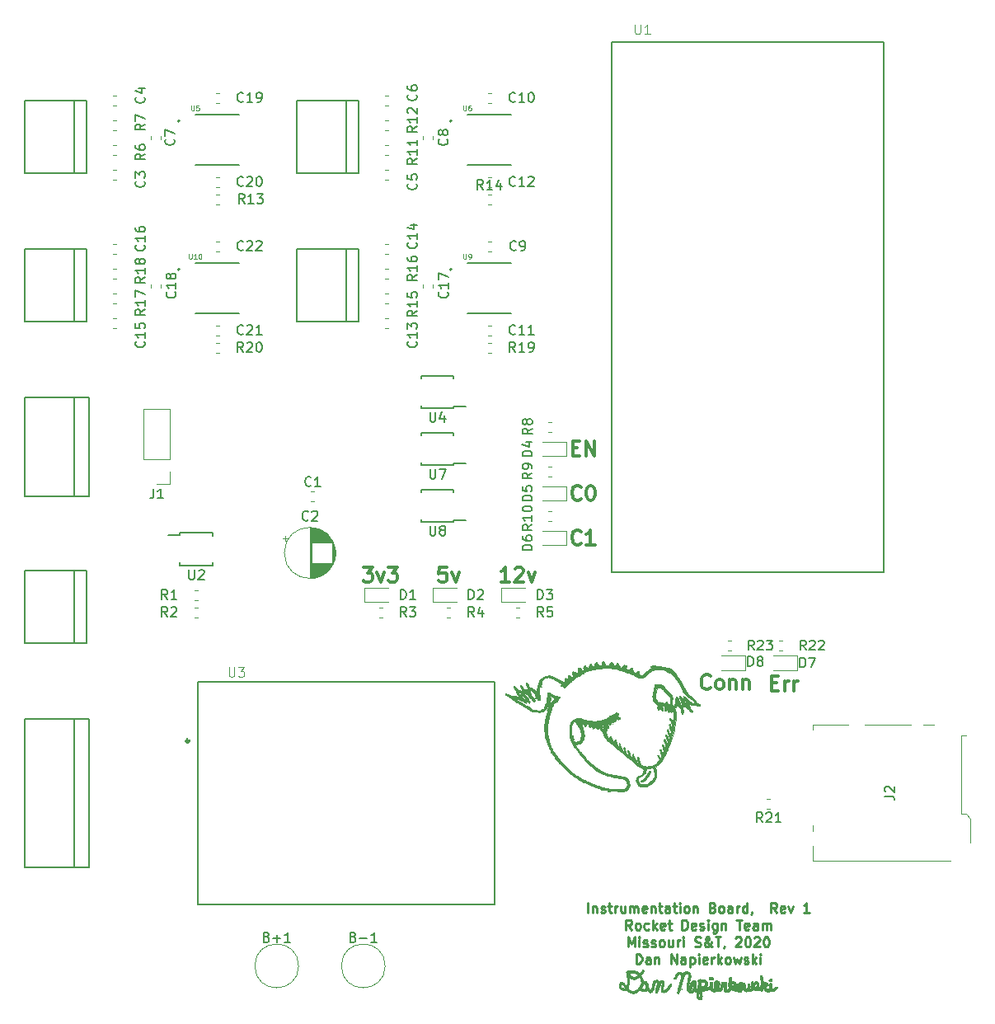
<source format=gbr>
G04 #@! TF.GenerationSoftware,KiCad,Pcbnew,(5.1.4)-1*
G04 #@! TF.CreationDate,2020-12-10T13:14:28-06:00*
G04 #@! TF.ProjectId,InstrumentationBoard2021,496e7374-7275-46d6-956e-746174696f6e,rev?*
G04 #@! TF.SameCoordinates,Original*
G04 #@! TF.FileFunction,Legend,Top*
G04 #@! TF.FilePolarity,Positive*
%FSLAX46Y46*%
G04 Gerber Fmt 4.6, Leading zero omitted, Abs format (unit mm)*
G04 Created by KiCad (PCBNEW (5.1.4)-1) date 2020-12-10 13:14:28*
%MOMM*%
%LPD*%
G04 APERTURE LIST*
%ADD10C,0.250000*%
%ADD11C,0.300000*%
%ADD12C,0.010000*%
%ADD13C,0.127000*%
%ADD14C,0.200000*%
%ADD15C,0.150000*%
%ADD16C,0.120000*%
%ADD17C,0.015000*%
G04 APERTURE END LIST*
D10*
X145511666Y-145655380D02*
X145511666Y-144655380D01*
X145987857Y-144988714D02*
X145987857Y-145655380D01*
X145987857Y-145083952D02*
X146035476Y-145036333D01*
X146130714Y-144988714D01*
X146273571Y-144988714D01*
X146368809Y-145036333D01*
X146416428Y-145131571D01*
X146416428Y-145655380D01*
X146845000Y-145607761D02*
X146940238Y-145655380D01*
X147130714Y-145655380D01*
X147225952Y-145607761D01*
X147273571Y-145512523D01*
X147273571Y-145464904D01*
X147225952Y-145369666D01*
X147130714Y-145322047D01*
X146987857Y-145322047D01*
X146892619Y-145274428D01*
X146845000Y-145179190D01*
X146845000Y-145131571D01*
X146892619Y-145036333D01*
X146987857Y-144988714D01*
X147130714Y-144988714D01*
X147225952Y-145036333D01*
X147559285Y-144988714D02*
X147940238Y-144988714D01*
X147702142Y-144655380D02*
X147702142Y-145512523D01*
X147749761Y-145607761D01*
X147845000Y-145655380D01*
X147940238Y-145655380D01*
X148273571Y-145655380D02*
X148273571Y-144988714D01*
X148273571Y-145179190D02*
X148321190Y-145083952D01*
X148368809Y-145036333D01*
X148464047Y-144988714D01*
X148559285Y-144988714D01*
X149321190Y-144988714D02*
X149321190Y-145655380D01*
X148892619Y-144988714D02*
X148892619Y-145512523D01*
X148940238Y-145607761D01*
X149035476Y-145655380D01*
X149178333Y-145655380D01*
X149273571Y-145607761D01*
X149321190Y-145560142D01*
X149797380Y-145655380D02*
X149797380Y-144988714D01*
X149797380Y-145083952D02*
X149845000Y-145036333D01*
X149940238Y-144988714D01*
X150083095Y-144988714D01*
X150178333Y-145036333D01*
X150225952Y-145131571D01*
X150225952Y-145655380D01*
X150225952Y-145131571D02*
X150273571Y-145036333D01*
X150368809Y-144988714D01*
X150511666Y-144988714D01*
X150606904Y-145036333D01*
X150654523Y-145131571D01*
X150654523Y-145655380D01*
X151511666Y-145607761D02*
X151416428Y-145655380D01*
X151225952Y-145655380D01*
X151130714Y-145607761D01*
X151083095Y-145512523D01*
X151083095Y-145131571D01*
X151130714Y-145036333D01*
X151225952Y-144988714D01*
X151416428Y-144988714D01*
X151511666Y-145036333D01*
X151559285Y-145131571D01*
X151559285Y-145226809D01*
X151083095Y-145322047D01*
X151987857Y-144988714D02*
X151987857Y-145655380D01*
X151987857Y-145083952D02*
X152035476Y-145036333D01*
X152130714Y-144988714D01*
X152273571Y-144988714D01*
X152368809Y-145036333D01*
X152416428Y-145131571D01*
X152416428Y-145655380D01*
X152749761Y-144988714D02*
X153130714Y-144988714D01*
X152892619Y-144655380D02*
X152892619Y-145512523D01*
X152940238Y-145607761D01*
X153035476Y-145655380D01*
X153130714Y-145655380D01*
X153892619Y-145655380D02*
X153892619Y-145131571D01*
X153845000Y-145036333D01*
X153749761Y-144988714D01*
X153559285Y-144988714D01*
X153464047Y-145036333D01*
X153892619Y-145607761D02*
X153797380Y-145655380D01*
X153559285Y-145655380D01*
X153464047Y-145607761D01*
X153416428Y-145512523D01*
X153416428Y-145417285D01*
X153464047Y-145322047D01*
X153559285Y-145274428D01*
X153797380Y-145274428D01*
X153892619Y-145226809D01*
X154225952Y-144988714D02*
X154606904Y-144988714D01*
X154368809Y-144655380D02*
X154368809Y-145512523D01*
X154416428Y-145607761D01*
X154511666Y-145655380D01*
X154606904Y-145655380D01*
X154940238Y-145655380D02*
X154940238Y-144988714D01*
X154940238Y-144655380D02*
X154892619Y-144703000D01*
X154940238Y-144750619D01*
X154987857Y-144703000D01*
X154940238Y-144655380D01*
X154940238Y-144750619D01*
X155559285Y-145655380D02*
X155464047Y-145607761D01*
X155416428Y-145560142D01*
X155368809Y-145464904D01*
X155368809Y-145179190D01*
X155416428Y-145083952D01*
X155464047Y-145036333D01*
X155559285Y-144988714D01*
X155702142Y-144988714D01*
X155797380Y-145036333D01*
X155845000Y-145083952D01*
X155892619Y-145179190D01*
X155892619Y-145464904D01*
X155845000Y-145560142D01*
X155797380Y-145607761D01*
X155702142Y-145655380D01*
X155559285Y-145655380D01*
X156321190Y-144988714D02*
X156321190Y-145655380D01*
X156321190Y-145083952D02*
X156368809Y-145036333D01*
X156464047Y-144988714D01*
X156606904Y-144988714D01*
X156702142Y-145036333D01*
X156749761Y-145131571D01*
X156749761Y-145655380D01*
X158321190Y-145131571D02*
X158464047Y-145179190D01*
X158511666Y-145226809D01*
X158559285Y-145322047D01*
X158559285Y-145464904D01*
X158511666Y-145560142D01*
X158464047Y-145607761D01*
X158368809Y-145655380D01*
X157987857Y-145655380D01*
X157987857Y-144655380D01*
X158321190Y-144655380D01*
X158416428Y-144703000D01*
X158464047Y-144750619D01*
X158511666Y-144845857D01*
X158511666Y-144941095D01*
X158464047Y-145036333D01*
X158416428Y-145083952D01*
X158321190Y-145131571D01*
X157987857Y-145131571D01*
X159130714Y-145655380D02*
X159035476Y-145607761D01*
X158987857Y-145560142D01*
X158940238Y-145464904D01*
X158940238Y-145179190D01*
X158987857Y-145083952D01*
X159035476Y-145036333D01*
X159130714Y-144988714D01*
X159273571Y-144988714D01*
X159368809Y-145036333D01*
X159416428Y-145083952D01*
X159464047Y-145179190D01*
X159464047Y-145464904D01*
X159416428Y-145560142D01*
X159368809Y-145607761D01*
X159273571Y-145655380D01*
X159130714Y-145655380D01*
X160321190Y-145655380D02*
X160321190Y-145131571D01*
X160273571Y-145036333D01*
X160178333Y-144988714D01*
X159987857Y-144988714D01*
X159892619Y-145036333D01*
X160321190Y-145607761D02*
X160225952Y-145655380D01*
X159987857Y-145655380D01*
X159892619Y-145607761D01*
X159845000Y-145512523D01*
X159845000Y-145417285D01*
X159892619Y-145322047D01*
X159987857Y-145274428D01*
X160225952Y-145274428D01*
X160321190Y-145226809D01*
X160797380Y-145655380D02*
X160797380Y-144988714D01*
X160797380Y-145179190D02*
X160845000Y-145083952D01*
X160892619Y-145036333D01*
X160987857Y-144988714D01*
X161083095Y-144988714D01*
X161845000Y-145655380D02*
X161845000Y-144655380D01*
X161845000Y-145607761D02*
X161749761Y-145655380D01*
X161559285Y-145655380D01*
X161464047Y-145607761D01*
X161416428Y-145560142D01*
X161368809Y-145464904D01*
X161368809Y-145179190D01*
X161416428Y-145083952D01*
X161464047Y-145036333D01*
X161559285Y-144988714D01*
X161749761Y-144988714D01*
X161845000Y-145036333D01*
X162368809Y-145607761D02*
X162368809Y-145655380D01*
X162321190Y-145750619D01*
X162273571Y-145798238D01*
X164892619Y-145655380D02*
X164559285Y-145179190D01*
X164321190Y-145655380D02*
X164321190Y-144655380D01*
X164702142Y-144655380D01*
X164797380Y-144703000D01*
X164845000Y-144750619D01*
X164892619Y-144845857D01*
X164892619Y-144988714D01*
X164845000Y-145083952D01*
X164797380Y-145131571D01*
X164702142Y-145179190D01*
X164321190Y-145179190D01*
X165702142Y-145607761D02*
X165606904Y-145655380D01*
X165416428Y-145655380D01*
X165321190Y-145607761D01*
X165273571Y-145512523D01*
X165273571Y-145131571D01*
X165321190Y-145036333D01*
X165416428Y-144988714D01*
X165606904Y-144988714D01*
X165702142Y-145036333D01*
X165749761Y-145131571D01*
X165749761Y-145226809D01*
X165273571Y-145322047D01*
X166083095Y-144988714D02*
X166321190Y-145655380D01*
X166559285Y-144988714D01*
X168225952Y-145655380D02*
X167654523Y-145655380D01*
X167940238Y-145655380D02*
X167940238Y-144655380D01*
X167845000Y-144798238D01*
X167749761Y-144893476D01*
X167654523Y-144941095D01*
X149987857Y-147405380D02*
X149654523Y-146929190D01*
X149416428Y-147405380D02*
X149416428Y-146405380D01*
X149797380Y-146405380D01*
X149892619Y-146453000D01*
X149940238Y-146500619D01*
X149987857Y-146595857D01*
X149987857Y-146738714D01*
X149940238Y-146833952D01*
X149892619Y-146881571D01*
X149797380Y-146929190D01*
X149416428Y-146929190D01*
X150559285Y-147405380D02*
X150464047Y-147357761D01*
X150416428Y-147310142D01*
X150368809Y-147214904D01*
X150368809Y-146929190D01*
X150416428Y-146833952D01*
X150464047Y-146786333D01*
X150559285Y-146738714D01*
X150702142Y-146738714D01*
X150797380Y-146786333D01*
X150845000Y-146833952D01*
X150892619Y-146929190D01*
X150892619Y-147214904D01*
X150845000Y-147310142D01*
X150797380Y-147357761D01*
X150702142Y-147405380D01*
X150559285Y-147405380D01*
X151749761Y-147357761D02*
X151654523Y-147405380D01*
X151464047Y-147405380D01*
X151368809Y-147357761D01*
X151321190Y-147310142D01*
X151273571Y-147214904D01*
X151273571Y-146929190D01*
X151321190Y-146833952D01*
X151368809Y-146786333D01*
X151464047Y-146738714D01*
X151654523Y-146738714D01*
X151749761Y-146786333D01*
X152178333Y-147405380D02*
X152178333Y-146405380D01*
X152273571Y-147024428D02*
X152559285Y-147405380D01*
X152559285Y-146738714D02*
X152178333Y-147119666D01*
X153368809Y-147357761D02*
X153273571Y-147405380D01*
X153083095Y-147405380D01*
X152987857Y-147357761D01*
X152940238Y-147262523D01*
X152940238Y-146881571D01*
X152987857Y-146786333D01*
X153083095Y-146738714D01*
X153273571Y-146738714D01*
X153368809Y-146786333D01*
X153416428Y-146881571D01*
X153416428Y-146976809D01*
X152940238Y-147072047D01*
X153702142Y-146738714D02*
X154083095Y-146738714D01*
X153845000Y-146405380D02*
X153845000Y-147262523D01*
X153892619Y-147357761D01*
X153987857Y-147405380D01*
X154083095Y-147405380D01*
X155178333Y-147405380D02*
X155178333Y-146405380D01*
X155416428Y-146405380D01*
X155559285Y-146453000D01*
X155654523Y-146548238D01*
X155702142Y-146643476D01*
X155749761Y-146833952D01*
X155749761Y-146976809D01*
X155702142Y-147167285D01*
X155654523Y-147262523D01*
X155559285Y-147357761D01*
X155416428Y-147405380D01*
X155178333Y-147405380D01*
X156559285Y-147357761D02*
X156464047Y-147405380D01*
X156273571Y-147405380D01*
X156178333Y-147357761D01*
X156130714Y-147262523D01*
X156130714Y-146881571D01*
X156178333Y-146786333D01*
X156273571Y-146738714D01*
X156464047Y-146738714D01*
X156559285Y-146786333D01*
X156606904Y-146881571D01*
X156606904Y-146976809D01*
X156130714Y-147072047D01*
X156987857Y-147357761D02*
X157083095Y-147405380D01*
X157273571Y-147405380D01*
X157368809Y-147357761D01*
X157416428Y-147262523D01*
X157416428Y-147214904D01*
X157368809Y-147119666D01*
X157273571Y-147072047D01*
X157130714Y-147072047D01*
X157035476Y-147024428D01*
X156987857Y-146929190D01*
X156987857Y-146881571D01*
X157035476Y-146786333D01*
X157130714Y-146738714D01*
X157273571Y-146738714D01*
X157368809Y-146786333D01*
X157845000Y-147405380D02*
X157845000Y-146738714D01*
X157845000Y-146405380D02*
X157797380Y-146453000D01*
X157845000Y-146500619D01*
X157892619Y-146453000D01*
X157845000Y-146405380D01*
X157845000Y-146500619D01*
X158749761Y-146738714D02*
X158749761Y-147548238D01*
X158702142Y-147643476D01*
X158654523Y-147691095D01*
X158559285Y-147738714D01*
X158416428Y-147738714D01*
X158321190Y-147691095D01*
X158749761Y-147357761D02*
X158654523Y-147405380D01*
X158464047Y-147405380D01*
X158368809Y-147357761D01*
X158321190Y-147310142D01*
X158273571Y-147214904D01*
X158273571Y-146929190D01*
X158321190Y-146833952D01*
X158368809Y-146786333D01*
X158464047Y-146738714D01*
X158654523Y-146738714D01*
X158749761Y-146786333D01*
X159225952Y-146738714D02*
X159225952Y-147405380D01*
X159225952Y-146833952D02*
X159273571Y-146786333D01*
X159368809Y-146738714D01*
X159511666Y-146738714D01*
X159606904Y-146786333D01*
X159654523Y-146881571D01*
X159654523Y-147405380D01*
X160749761Y-146405380D02*
X161321190Y-146405380D01*
X161035476Y-147405380D02*
X161035476Y-146405380D01*
X162035476Y-147357761D02*
X161940238Y-147405380D01*
X161749761Y-147405380D01*
X161654523Y-147357761D01*
X161606904Y-147262523D01*
X161606904Y-146881571D01*
X161654523Y-146786333D01*
X161749761Y-146738714D01*
X161940238Y-146738714D01*
X162035476Y-146786333D01*
X162083095Y-146881571D01*
X162083095Y-146976809D01*
X161606904Y-147072047D01*
X162940238Y-147405380D02*
X162940238Y-146881571D01*
X162892619Y-146786333D01*
X162797380Y-146738714D01*
X162606904Y-146738714D01*
X162511666Y-146786333D01*
X162940238Y-147357761D02*
X162845000Y-147405380D01*
X162606904Y-147405380D01*
X162511666Y-147357761D01*
X162464047Y-147262523D01*
X162464047Y-147167285D01*
X162511666Y-147072047D01*
X162606904Y-147024428D01*
X162845000Y-147024428D01*
X162940238Y-146976809D01*
X163416428Y-147405380D02*
X163416428Y-146738714D01*
X163416428Y-146833952D02*
X163464047Y-146786333D01*
X163559285Y-146738714D01*
X163702142Y-146738714D01*
X163797380Y-146786333D01*
X163845000Y-146881571D01*
X163845000Y-147405380D01*
X163845000Y-146881571D02*
X163892619Y-146786333D01*
X163987857Y-146738714D01*
X164130714Y-146738714D01*
X164225952Y-146786333D01*
X164273571Y-146881571D01*
X164273571Y-147405380D01*
X149630714Y-149155380D02*
X149630714Y-148155380D01*
X149964047Y-148869666D01*
X150297380Y-148155380D01*
X150297380Y-149155380D01*
X150773571Y-149155380D02*
X150773571Y-148488714D01*
X150773571Y-148155380D02*
X150725952Y-148203000D01*
X150773571Y-148250619D01*
X150821190Y-148203000D01*
X150773571Y-148155380D01*
X150773571Y-148250619D01*
X151202142Y-149107761D02*
X151297380Y-149155380D01*
X151487857Y-149155380D01*
X151583095Y-149107761D01*
X151630714Y-149012523D01*
X151630714Y-148964904D01*
X151583095Y-148869666D01*
X151487857Y-148822047D01*
X151345000Y-148822047D01*
X151249761Y-148774428D01*
X151202142Y-148679190D01*
X151202142Y-148631571D01*
X151249761Y-148536333D01*
X151345000Y-148488714D01*
X151487857Y-148488714D01*
X151583095Y-148536333D01*
X152011666Y-149107761D02*
X152106904Y-149155380D01*
X152297380Y-149155380D01*
X152392619Y-149107761D01*
X152440238Y-149012523D01*
X152440238Y-148964904D01*
X152392619Y-148869666D01*
X152297380Y-148822047D01*
X152154523Y-148822047D01*
X152059285Y-148774428D01*
X152011666Y-148679190D01*
X152011666Y-148631571D01*
X152059285Y-148536333D01*
X152154523Y-148488714D01*
X152297380Y-148488714D01*
X152392619Y-148536333D01*
X153011666Y-149155380D02*
X152916428Y-149107761D01*
X152868809Y-149060142D01*
X152821190Y-148964904D01*
X152821190Y-148679190D01*
X152868809Y-148583952D01*
X152916428Y-148536333D01*
X153011666Y-148488714D01*
X153154523Y-148488714D01*
X153249761Y-148536333D01*
X153297380Y-148583952D01*
X153345000Y-148679190D01*
X153345000Y-148964904D01*
X153297380Y-149060142D01*
X153249761Y-149107761D01*
X153154523Y-149155380D01*
X153011666Y-149155380D01*
X154202142Y-148488714D02*
X154202142Y-149155380D01*
X153773571Y-148488714D02*
X153773571Y-149012523D01*
X153821190Y-149107761D01*
X153916428Y-149155380D01*
X154059285Y-149155380D01*
X154154523Y-149107761D01*
X154202142Y-149060142D01*
X154678333Y-149155380D02*
X154678333Y-148488714D01*
X154678333Y-148679190D02*
X154725952Y-148583952D01*
X154773571Y-148536333D01*
X154868809Y-148488714D01*
X154964047Y-148488714D01*
X155297380Y-149155380D02*
X155297380Y-148488714D01*
X155297380Y-148155380D02*
X155249761Y-148203000D01*
X155297380Y-148250619D01*
X155345000Y-148203000D01*
X155297380Y-148155380D01*
X155297380Y-148250619D01*
X156487857Y-149107761D02*
X156630714Y-149155380D01*
X156868809Y-149155380D01*
X156964047Y-149107761D01*
X157011666Y-149060142D01*
X157059285Y-148964904D01*
X157059285Y-148869666D01*
X157011666Y-148774428D01*
X156964047Y-148726809D01*
X156868809Y-148679190D01*
X156678333Y-148631571D01*
X156583095Y-148583952D01*
X156535476Y-148536333D01*
X156487857Y-148441095D01*
X156487857Y-148345857D01*
X156535476Y-148250619D01*
X156583095Y-148203000D01*
X156678333Y-148155380D01*
X156916428Y-148155380D01*
X157059285Y-148203000D01*
X158297380Y-149155380D02*
X158249761Y-149155380D01*
X158154523Y-149107761D01*
X158011666Y-148964904D01*
X157773571Y-148679190D01*
X157678333Y-148536333D01*
X157630714Y-148393476D01*
X157630714Y-148298238D01*
X157678333Y-148203000D01*
X157773571Y-148155380D01*
X157821190Y-148155380D01*
X157916428Y-148203000D01*
X157964047Y-148298238D01*
X157964047Y-148345857D01*
X157916428Y-148441095D01*
X157868809Y-148488714D01*
X157583095Y-148679190D01*
X157535476Y-148726809D01*
X157487857Y-148822047D01*
X157487857Y-148964904D01*
X157535476Y-149060142D01*
X157583095Y-149107761D01*
X157678333Y-149155380D01*
X157821190Y-149155380D01*
X157916428Y-149107761D01*
X157964047Y-149060142D01*
X158106904Y-148869666D01*
X158154523Y-148726809D01*
X158154523Y-148631571D01*
X158583095Y-148155380D02*
X159154523Y-148155380D01*
X158868809Y-149155380D02*
X158868809Y-148155380D01*
X159535476Y-149107761D02*
X159535476Y-149155380D01*
X159487857Y-149250619D01*
X159440238Y-149298238D01*
X160678333Y-148250619D02*
X160725952Y-148203000D01*
X160821190Y-148155380D01*
X161059285Y-148155380D01*
X161154523Y-148203000D01*
X161202142Y-148250619D01*
X161249761Y-148345857D01*
X161249761Y-148441095D01*
X161202142Y-148583952D01*
X160630714Y-149155380D01*
X161249761Y-149155380D01*
X161868809Y-148155380D02*
X161964047Y-148155380D01*
X162059285Y-148203000D01*
X162106904Y-148250619D01*
X162154523Y-148345857D01*
X162202142Y-148536333D01*
X162202142Y-148774428D01*
X162154523Y-148964904D01*
X162106904Y-149060142D01*
X162059285Y-149107761D01*
X161964047Y-149155380D01*
X161868809Y-149155380D01*
X161773571Y-149107761D01*
X161725952Y-149060142D01*
X161678333Y-148964904D01*
X161630714Y-148774428D01*
X161630714Y-148536333D01*
X161678333Y-148345857D01*
X161725952Y-148250619D01*
X161773571Y-148203000D01*
X161868809Y-148155380D01*
X162583095Y-148250619D02*
X162630714Y-148203000D01*
X162725952Y-148155380D01*
X162964047Y-148155380D01*
X163059285Y-148203000D01*
X163106904Y-148250619D01*
X163154523Y-148345857D01*
X163154523Y-148441095D01*
X163106904Y-148583952D01*
X162535476Y-149155380D01*
X163154523Y-149155380D01*
X163773571Y-148155380D02*
X163868809Y-148155380D01*
X163964047Y-148203000D01*
X164011666Y-148250619D01*
X164059285Y-148345857D01*
X164106904Y-148536333D01*
X164106904Y-148774428D01*
X164059285Y-148964904D01*
X164011666Y-149060142D01*
X163964047Y-149107761D01*
X163868809Y-149155380D01*
X163773571Y-149155380D01*
X163678333Y-149107761D01*
X163630714Y-149060142D01*
X163583095Y-148964904D01*
X163535476Y-148774428D01*
X163535476Y-148536333D01*
X163583095Y-148345857D01*
X163630714Y-148250619D01*
X163678333Y-148203000D01*
X163773571Y-148155380D01*
X150464047Y-150905380D02*
X150464047Y-149905380D01*
X150702142Y-149905380D01*
X150845000Y-149953000D01*
X150940238Y-150048238D01*
X150987857Y-150143476D01*
X151035476Y-150333952D01*
X151035476Y-150476809D01*
X150987857Y-150667285D01*
X150940238Y-150762523D01*
X150845000Y-150857761D01*
X150702142Y-150905380D01*
X150464047Y-150905380D01*
X151892619Y-150905380D02*
X151892619Y-150381571D01*
X151845000Y-150286333D01*
X151749761Y-150238714D01*
X151559285Y-150238714D01*
X151464047Y-150286333D01*
X151892619Y-150857761D02*
X151797380Y-150905380D01*
X151559285Y-150905380D01*
X151464047Y-150857761D01*
X151416428Y-150762523D01*
X151416428Y-150667285D01*
X151464047Y-150572047D01*
X151559285Y-150524428D01*
X151797380Y-150524428D01*
X151892619Y-150476809D01*
X152368809Y-150238714D02*
X152368809Y-150905380D01*
X152368809Y-150333952D02*
X152416428Y-150286333D01*
X152511666Y-150238714D01*
X152654523Y-150238714D01*
X152749761Y-150286333D01*
X152797380Y-150381571D01*
X152797380Y-150905380D01*
X154035476Y-150905380D02*
X154035476Y-149905380D01*
X154606904Y-150905380D01*
X154606904Y-149905380D01*
X155511666Y-150905380D02*
X155511666Y-150381571D01*
X155464047Y-150286333D01*
X155368809Y-150238714D01*
X155178333Y-150238714D01*
X155083095Y-150286333D01*
X155511666Y-150857761D02*
X155416428Y-150905380D01*
X155178333Y-150905380D01*
X155083095Y-150857761D01*
X155035476Y-150762523D01*
X155035476Y-150667285D01*
X155083095Y-150572047D01*
X155178333Y-150524428D01*
X155416428Y-150524428D01*
X155511666Y-150476809D01*
X155987857Y-150238714D02*
X155987857Y-151238714D01*
X155987857Y-150286333D02*
X156083095Y-150238714D01*
X156273571Y-150238714D01*
X156368809Y-150286333D01*
X156416428Y-150333952D01*
X156464047Y-150429190D01*
X156464047Y-150714904D01*
X156416428Y-150810142D01*
X156368809Y-150857761D01*
X156273571Y-150905380D01*
X156083095Y-150905380D01*
X155987857Y-150857761D01*
X156892619Y-150905380D02*
X156892619Y-150238714D01*
X156892619Y-149905380D02*
X156845000Y-149953000D01*
X156892619Y-150000619D01*
X156940238Y-149953000D01*
X156892619Y-149905380D01*
X156892619Y-150000619D01*
X157749761Y-150857761D02*
X157654523Y-150905380D01*
X157464047Y-150905380D01*
X157368809Y-150857761D01*
X157321190Y-150762523D01*
X157321190Y-150381571D01*
X157368809Y-150286333D01*
X157464047Y-150238714D01*
X157654523Y-150238714D01*
X157749761Y-150286333D01*
X157797380Y-150381571D01*
X157797380Y-150476809D01*
X157321190Y-150572047D01*
X158225952Y-150905380D02*
X158225952Y-150238714D01*
X158225952Y-150429190D02*
X158273571Y-150333952D01*
X158321190Y-150286333D01*
X158416428Y-150238714D01*
X158511666Y-150238714D01*
X158845000Y-150905380D02*
X158845000Y-149905380D01*
X158940238Y-150524428D02*
X159225952Y-150905380D01*
X159225952Y-150238714D02*
X158845000Y-150619666D01*
X159797380Y-150905380D02*
X159702142Y-150857761D01*
X159654523Y-150810142D01*
X159606904Y-150714904D01*
X159606904Y-150429190D01*
X159654523Y-150333952D01*
X159702142Y-150286333D01*
X159797380Y-150238714D01*
X159940238Y-150238714D01*
X160035476Y-150286333D01*
X160083095Y-150333952D01*
X160130714Y-150429190D01*
X160130714Y-150714904D01*
X160083095Y-150810142D01*
X160035476Y-150857761D01*
X159940238Y-150905380D01*
X159797380Y-150905380D01*
X160464047Y-150238714D02*
X160654523Y-150905380D01*
X160845000Y-150429190D01*
X161035476Y-150905380D01*
X161225952Y-150238714D01*
X161559285Y-150857761D02*
X161654523Y-150905380D01*
X161845000Y-150905380D01*
X161940238Y-150857761D01*
X161987857Y-150762523D01*
X161987857Y-150714904D01*
X161940238Y-150619666D01*
X161845000Y-150572047D01*
X161702142Y-150572047D01*
X161606904Y-150524428D01*
X161559285Y-150429190D01*
X161559285Y-150381571D01*
X161606904Y-150286333D01*
X161702142Y-150238714D01*
X161845000Y-150238714D01*
X161940238Y-150286333D01*
X162416428Y-150905380D02*
X162416428Y-149905380D01*
X162511666Y-150524428D02*
X162797380Y-150905380D01*
X162797380Y-150238714D02*
X162416428Y-150619666D01*
X163225952Y-150905380D02*
X163225952Y-150238714D01*
X163225952Y-149905380D02*
X163178333Y-149953000D01*
X163225952Y-150000619D01*
X163273571Y-149953000D01*
X163225952Y-149905380D01*
X163225952Y-150000619D01*
D11*
X164358000Y-122066857D02*
X164858000Y-122066857D01*
X165072285Y-122852571D02*
X164358000Y-122852571D01*
X164358000Y-121352571D01*
X165072285Y-121352571D01*
X165715142Y-122852571D02*
X165715142Y-121852571D01*
X165715142Y-122138285D02*
X165786571Y-121995428D01*
X165858000Y-121924000D01*
X166000857Y-121852571D01*
X166143714Y-121852571D01*
X166643714Y-122852571D02*
X166643714Y-121852571D01*
X166643714Y-122138285D02*
X166715142Y-121995428D01*
X166786571Y-121924000D01*
X166929428Y-121852571D01*
X167072285Y-121852571D01*
X158067571Y-122582714D02*
X157996142Y-122654142D01*
X157781857Y-122725571D01*
X157639000Y-122725571D01*
X157424714Y-122654142D01*
X157281857Y-122511285D01*
X157210428Y-122368428D01*
X157139000Y-122082714D01*
X157139000Y-121868428D01*
X157210428Y-121582714D01*
X157281857Y-121439857D01*
X157424714Y-121297000D01*
X157639000Y-121225571D01*
X157781857Y-121225571D01*
X157996142Y-121297000D01*
X158067571Y-121368428D01*
X158924714Y-122725571D02*
X158781857Y-122654142D01*
X158710428Y-122582714D01*
X158639000Y-122439857D01*
X158639000Y-122011285D01*
X158710428Y-121868428D01*
X158781857Y-121797000D01*
X158924714Y-121725571D01*
X159139000Y-121725571D01*
X159281857Y-121797000D01*
X159353285Y-121868428D01*
X159424714Y-122011285D01*
X159424714Y-122439857D01*
X159353285Y-122582714D01*
X159281857Y-122654142D01*
X159139000Y-122725571D01*
X158924714Y-122725571D01*
X160067571Y-121725571D02*
X160067571Y-122725571D01*
X160067571Y-121868428D02*
X160139000Y-121797000D01*
X160281857Y-121725571D01*
X160496142Y-121725571D01*
X160639000Y-121797000D01*
X160710428Y-121939857D01*
X160710428Y-122725571D01*
X161424714Y-121725571D02*
X161424714Y-122725571D01*
X161424714Y-121868428D02*
X161496142Y-121797000D01*
X161639000Y-121725571D01*
X161853285Y-121725571D01*
X161996142Y-121797000D01*
X162067571Y-121939857D01*
X162067571Y-122725571D01*
X137445857Y-111676571D02*
X136588714Y-111676571D01*
X137017285Y-111676571D02*
X137017285Y-110176571D01*
X136874428Y-110390857D01*
X136731571Y-110533714D01*
X136588714Y-110605142D01*
X138017285Y-110319428D02*
X138088714Y-110248000D01*
X138231571Y-110176571D01*
X138588714Y-110176571D01*
X138731571Y-110248000D01*
X138803000Y-110319428D01*
X138874428Y-110462285D01*
X138874428Y-110605142D01*
X138803000Y-110819428D01*
X137945857Y-111676571D01*
X138874428Y-111676571D01*
X139374428Y-110676571D02*
X139731571Y-111676571D01*
X140088714Y-110676571D01*
X130976714Y-110176571D02*
X130262428Y-110176571D01*
X130191000Y-110890857D01*
X130262428Y-110819428D01*
X130405285Y-110748000D01*
X130762428Y-110748000D01*
X130905285Y-110819428D01*
X130976714Y-110890857D01*
X131048142Y-111033714D01*
X131048142Y-111390857D01*
X130976714Y-111533714D01*
X130905285Y-111605142D01*
X130762428Y-111676571D01*
X130405285Y-111676571D01*
X130262428Y-111605142D01*
X130191000Y-111533714D01*
X131548142Y-110676571D02*
X131905285Y-111676571D01*
X132262428Y-110676571D01*
X122420285Y-110176571D02*
X123348857Y-110176571D01*
X122848857Y-110748000D01*
X123063142Y-110748000D01*
X123206000Y-110819428D01*
X123277428Y-110890857D01*
X123348857Y-111033714D01*
X123348857Y-111390857D01*
X123277428Y-111533714D01*
X123206000Y-111605142D01*
X123063142Y-111676571D01*
X122634571Y-111676571D01*
X122491714Y-111605142D01*
X122420285Y-111533714D01*
X123848857Y-110676571D02*
X124206000Y-111676571D01*
X124563142Y-110676571D01*
X124991714Y-110176571D02*
X125920285Y-110176571D01*
X125420285Y-110748000D01*
X125634571Y-110748000D01*
X125777428Y-110819428D01*
X125848857Y-110890857D01*
X125920285Y-111033714D01*
X125920285Y-111390857D01*
X125848857Y-111533714D01*
X125777428Y-111605142D01*
X125634571Y-111676571D01*
X125206000Y-111676571D01*
X125063142Y-111605142D01*
X124991714Y-111533714D01*
X144784000Y-107723714D02*
X144712571Y-107795142D01*
X144498285Y-107866571D01*
X144355428Y-107866571D01*
X144141142Y-107795142D01*
X143998285Y-107652285D01*
X143926857Y-107509428D01*
X143855428Y-107223714D01*
X143855428Y-107009428D01*
X143926857Y-106723714D01*
X143998285Y-106580857D01*
X144141142Y-106438000D01*
X144355428Y-106366571D01*
X144498285Y-106366571D01*
X144712571Y-106438000D01*
X144784000Y-106509428D01*
X146212571Y-107866571D02*
X145355428Y-107866571D01*
X145784000Y-107866571D02*
X145784000Y-106366571D01*
X145641142Y-106580857D01*
X145498285Y-106723714D01*
X145355428Y-106795142D01*
X144784000Y-103151714D02*
X144712571Y-103223142D01*
X144498285Y-103294571D01*
X144355428Y-103294571D01*
X144141142Y-103223142D01*
X143998285Y-103080285D01*
X143926857Y-102937428D01*
X143855428Y-102651714D01*
X143855428Y-102437428D01*
X143926857Y-102151714D01*
X143998285Y-102008857D01*
X144141142Y-101866000D01*
X144355428Y-101794571D01*
X144498285Y-101794571D01*
X144712571Y-101866000D01*
X144784000Y-101937428D01*
X145712571Y-101794571D02*
X145855428Y-101794571D01*
X145998285Y-101866000D01*
X146069714Y-101937428D01*
X146141142Y-102080285D01*
X146212571Y-102366000D01*
X146212571Y-102723142D01*
X146141142Y-103008857D01*
X146069714Y-103151714D01*
X145998285Y-103223142D01*
X145855428Y-103294571D01*
X145712571Y-103294571D01*
X145569714Y-103223142D01*
X145498285Y-103151714D01*
X145426857Y-103008857D01*
X145355428Y-102723142D01*
X145355428Y-102366000D01*
X145426857Y-102080285D01*
X145498285Y-101937428D01*
X145569714Y-101866000D01*
X145712571Y-101794571D01*
X143926857Y-97936857D02*
X144426857Y-97936857D01*
X144641142Y-98722571D02*
X143926857Y-98722571D01*
X143926857Y-97222571D01*
X144641142Y-97222571D01*
X145284000Y-98722571D02*
X145284000Y-97222571D01*
X146141142Y-98722571D01*
X146141142Y-97222571D01*
D12*
G36*
X155589111Y-151668921D02*
G01*
X155629874Y-151673183D01*
X155662168Y-151677588D01*
X155684270Y-151681850D01*
X155694459Y-151685681D01*
X155694944Y-151686585D01*
X155700782Y-151691883D01*
X155715111Y-151699132D01*
X155717875Y-151700283D01*
X155758253Y-151717239D01*
X155787102Y-151730709D01*
X155803750Y-151740357D01*
X155807833Y-151745040D01*
X155813315Y-151750640D01*
X155815536Y-151750889D01*
X155827517Y-151755651D01*
X155846900Y-151768748D01*
X155871247Y-151788404D01*
X155890433Y-151805570D01*
X155905978Y-151819067D01*
X155917473Y-151827308D01*
X155920465Y-151828500D01*
X155930314Y-151833702D01*
X155943417Y-151846148D01*
X155955574Y-151861102D01*
X155962584Y-151873826D01*
X155963055Y-151876532D01*
X155967476Y-151890541D01*
X155972923Y-151898500D01*
X155988656Y-151920414D01*
X156002131Y-151946331D01*
X156010722Y-151970657D01*
X156012444Y-151982680D01*
X156014461Y-151999865D01*
X156019576Y-152021321D01*
X156026383Y-152042730D01*
X156033476Y-152059775D01*
X156039448Y-152068138D01*
X156040351Y-152068389D01*
X156043330Y-152074243D01*
X156042551Y-152085201D01*
X156043049Y-152100013D01*
X156047480Y-152107045D01*
X156051161Y-152113711D01*
X156045354Y-152120219D01*
X156040282Y-152130302D01*
X156035933Y-152149420D01*
X156032648Y-152173535D01*
X156030770Y-152198609D01*
X156030642Y-152220603D01*
X156032604Y-152235477D01*
X156035252Y-152239445D01*
X156036635Y-152246234D01*
X156033371Y-152260041D01*
X156027271Y-152275337D01*
X156020147Y-152286594D01*
X156019632Y-152287112D01*
X156011091Y-152299360D01*
X156003912Y-152315815D01*
X156000466Y-152330268D01*
X156001177Y-152335394D01*
X155999769Y-152344218D01*
X155993753Y-152349366D01*
X155984264Y-152362586D01*
X155981257Y-152383314D01*
X155979671Y-152401785D01*
X155976447Y-152413332D01*
X155975517Y-152414457D01*
X155971568Y-152423365D01*
X155968178Y-152440700D01*
X155967531Y-152446207D01*
X155963885Y-152469421D01*
X155958644Y-152489648D01*
X155957887Y-152491723D01*
X155953624Y-152511359D01*
X155952934Y-152533912D01*
X155952944Y-152534035D01*
X155952375Y-152553036D01*
X155948456Y-152566310D01*
X155947917Y-152567044D01*
X155943762Y-152577441D01*
X155938572Y-152598098D01*
X155933229Y-152625292D01*
X155931175Y-152637621D01*
X155924248Y-152681140D01*
X155919009Y-152712810D01*
X155915031Y-152734730D01*
X155911887Y-152749004D01*
X155909149Y-152757731D01*
X155906392Y-152763013D01*
X155905414Y-152764347D01*
X155901412Y-152774612D01*
X155896148Y-152795088D01*
X155890537Y-152822043D01*
X155888462Y-152833448D01*
X155882805Y-152863499D01*
X155877070Y-152890082D01*
X155872250Y-152908698D01*
X155871041Y-152912297D01*
X155866175Y-152932409D01*
X155864277Y-152953904D01*
X155862373Y-152971316D01*
X155857737Y-152981702D01*
X155857222Y-152982084D01*
X155852612Y-152991385D01*
X155850249Y-153008768D01*
X155850166Y-153012839D01*
X155848019Y-153032479D01*
X155842744Y-153046445D01*
X155841671Y-153047729D01*
X155835877Y-153061726D01*
X155835252Y-153082576D01*
X155839287Y-153104214D01*
X155847470Y-153120576D01*
X155847835Y-153120989D01*
X155855499Y-153137975D01*
X155853890Y-153152934D01*
X155849937Y-153172481D01*
X155846249Y-153197338D01*
X155845359Y-153204983D01*
X155841899Y-153237382D01*
X155867406Y-153236496D01*
X155886733Y-153233280D01*
X155900014Y-153222693D01*
X155907123Y-153212244D01*
X155915904Y-153194547D01*
X155915794Y-153183096D01*
X155913359Y-153179270D01*
X155909512Y-153168445D01*
X155916240Y-153154169D01*
X155916582Y-153153678D01*
X155925069Y-153137177D01*
X155927777Y-153125153D01*
X155930359Y-153114559D01*
X155933312Y-153112612D01*
X155941393Y-153106661D01*
X155950746Y-153092154D01*
X155958784Y-153074107D01*
X155962923Y-153057540D01*
X155963055Y-153054884D01*
X155967125Y-153036091D01*
X155974047Y-153022447D01*
X155980736Y-153008509D01*
X155980657Y-152999662D01*
X155981374Y-152989669D01*
X155988978Y-152974775D01*
X155990102Y-152973151D01*
X156001074Y-152953283D01*
X156010466Y-152929093D01*
X156011812Y-152924457D01*
X156021200Y-152901485D01*
X156034425Y-152881772D01*
X156037449Y-152878661D01*
X156050615Y-152864568D01*
X156068099Y-152843470D01*
X156086127Y-152819922D01*
X156086212Y-152819806D01*
X156104068Y-152796029D01*
X156121093Y-152774358D01*
X156133607Y-152759478D01*
X156133624Y-152759460D01*
X156147369Y-152742908D01*
X156157506Y-152728267D01*
X156157554Y-152728181D01*
X156170709Y-152712972D01*
X156192260Y-152702349D01*
X156197652Y-152700592D01*
X156208298Y-152691365D01*
X156210300Y-152684208D01*
X156215687Y-152673514D01*
X156229425Y-152658149D01*
X156246154Y-152643417D01*
X156276674Y-152619834D01*
X156299255Y-152604225D01*
X156316458Y-152595139D01*
X156330847Y-152591120D01*
X156339369Y-152590538D01*
X156356868Y-152588698D01*
X156381843Y-152583963D01*
X156403431Y-152578762D01*
X156427995Y-152572637D01*
X156444380Y-152570574D01*
X156457961Y-152572700D01*
X156474111Y-152579144D01*
X156477164Y-152580526D01*
X156498652Y-152593171D01*
X156509320Y-152607762D01*
X156511049Y-152613684D01*
X156518376Y-152631352D01*
X156527508Y-152641923D01*
X156536749Y-152655324D01*
X156539845Y-152671656D01*
X156541157Y-152695314D01*
X156544675Y-152728766D01*
X156549605Y-152765434D01*
X156549878Y-152775368D01*
X156549527Y-152792508D01*
X156549502Y-152793213D01*
X156546347Y-152810433D01*
X156536449Y-152818780D01*
X156531317Y-152820364D01*
X156516520Y-152826300D01*
X156505865Y-152834194D01*
X156502034Y-152841203D01*
X156507711Y-152844484D01*
X156508537Y-152844500D01*
X156523315Y-152846933D01*
X156537549Y-152851353D01*
X156555572Y-152858205D01*
X156538008Y-152884087D01*
X156525599Y-152903575D01*
X156521324Y-152915015D01*
X156524653Y-152921497D01*
X156531027Y-152924663D01*
X156538961Y-152934397D01*
X156541611Y-152950112D01*
X156544688Y-152966967D01*
X156551973Y-152971500D01*
X156559091Y-152976175D01*
X156558273Y-152982084D01*
X156558481Y-152991151D01*
X156561801Y-152992667D01*
X156566444Y-152997104D01*
X156563267Y-153007680D01*
X156554157Y-153020293D01*
X156545603Y-153027890D01*
X156532990Y-153035352D01*
X156526493Y-153036962D01*
X156521384Y-153041554D01*
X156518151Y-153050062D01*
X156517459Y-153060578D01*
X156525843Y-153061530D01*
X156529374Y-153060688D01*
X156548012Y-153061558D01*
X156559911Y-153073700D01*
X156562777Y-153088365D01*
X156565404Y-153102886D01*
X156569570Y-153108921D01*
X156571089Y-153117391D01*
X156564982Y-153133298D01*
X156563590Y-153135860D01*
X156555168Y-153158353D01*
X156556016Y-153172648D01*
X156558569Y-153195052D01*
X156553767Y-153223149D01*
X156544305Y-153247743D01*
X156538652Y-153261561D01*
X156540842Y-153268210D01*
X156545060Y-153270355D01*
X156551258Y-153274817D01*
X156549928Y-153283609D01*
X156544929Y-153293973D01*
X156536224Y-153316643D01*
X156535622Y-153333915D01*
X156540591Y-153341287D01*
X156542929Y-153349783D01*
X156542403Y-153367634D01*
X156540507Y-153382273D01*
X156537359Y-153417343D01*
X156540509Y-153443560D01*
X156549696Y-153459007D01*
X156550990Y-153459919D01*
X156553275Y-153464208D01*
X156546138Y-153465281D01*
X156537237Y-153467832D01*
X156536323Y-153477861D01*
X156537808Y-153484792D01*
X156550531Y-153519010D01*
X156568264Y-153540532D01*
X156590278Y-153549034D01*
X156615841Y-153544192D01*
X156639311Y-153529743D01*
X156657349Y-153512205D01*
X156676551Y-153488426D01*
X156694497Y-153462099D01*
X156708769Y-153436914D01*
X156716948Y-153416564D01*
X156718000Y-153409645D01*
X156721178Y-153397811D01*
X156725937Y-153394834D01*
X156730766Y-153388723D01*
X156729526Y-153373089D01*
X156728475Y-153353524D01*
X156731930Y-153338726D01*
X156737801Y-153322377D01*
X156743883Y-153297114D01*
X156749217Y-153268090D01*
X156752844Y-153240453D01*
X156753856Y-153220902D01*
X156756964Y-153197835D01*
X156763876Y-153178569D01*
X156771391Y-153160312D01*
X156774401Y-153145710D01*
X156776598Y-153133727D01*
X156782460Y-153112091D01*
X156790954Y-153084455D01*
X156796333Y-153068139D01*
X156808723Y-153025884D01*
X156813383Y-153003695D01*
X157062281Y-153003695D01*
X157063118Y-153047889D01*
X157065172Y-153089782D01*
X157068490Y-153126645D01*
X157069851Y-153137110D01*
X157073196Y-153167001D01*
X157074657Y-153194335D01*
X157073980Y-153213850D01*
X157073667Y-153215840D01*
X157072341Y-153232265D01*
X157077708Y-153239957D01*
X157082460Y-153241676D01*
X157111815Y-153245449D01*
X157148392Y-153244720D01*
X157186135Y-153239764D01*
X157201874Y-153236232D01*
X157224458Y-153231219D01*
X157241565Y-153229014D01*
X157248172Y-153229650D01*
X157258594Y-153230049D01*
X157277369Y-153226382D01*
X157299843Y-153220051D01*
X157321360Y-153212462D01*
X157337268Y-153205017D01*
X157342088Y-153201321D01*
X157352633Y-153193966D01*
X157371509Y-153184840D01*
X157384750Y-153179582D01*
X157420268Y-153163024D01*
X157449409Y-153142494D01*
X157469446Y-153120245D01*
X157476949Y-153103385D01*
X157484983Y-153083999D01*
X157498746Y-153063753D01*
X157501826Y-153060270D01*
X157514912Y-153043752D01*
X157519151Y-153028562D01*
X157517726Y-153012204D01*
X157516844Y-152990912D01*
X157521054Y-152976591D01*
X157521376Y-152976181D01*
X157526326Y-152966324D01*
X157525562Y-152962970D01*
X157523071Y-152954660D01*
X157519818Y-152935996D01*
X157516427Y-152910668D01*
X157515754Y-152904837D01*
X157510964Y-152872368D01*
X157504757Y-152851054D01*
X157496247Y-152837951D01*
X157495376Y-152837109D01*
X157482762Y-152821702D01*
X157476548Y-152809461D01*
X157470167Y-152797519D01*
X157465413Y-152794230D01*
X157452192Y-152792474D01*
X157452130Y-152792466D01*
X157441750Y-152787166D01*
X157436608Y-152782764D01*
X157422093Y-152774985D01*
X157415089Y-152773945D01*
X157404402Y-152771503D01*
X157403635Y-152770417D01*
X157437666Y-152770417D01*
X157441194Y-152773945D01*
X157444722Y-152770417D01*
X157441194Y-152766889D01*
X157437666Y-152770417D01*
X157403635Y-152770417D01*
X157402389Y-152768653D01*
X157395683Y-152767096D01*
X157376955Y-152765790D01*
X157348294Y-152764803D01*
X157311788Y-152764200D01*
X157269527Y-152764048D01*
X157258094Y-152764089D01*
X157203155Y-152764600D01*
X157160724Y-152765797D01*
X157129203Y-152768108D01*
X157106991Y-152771961D01*
X157092489Y-152777786D01*
X157084097Y-152786009D01*
X157080216Y-152797060D01*
X157079245Y-152811368D01*
X157079244Y-152811983D01*
X157078035Y-152830647D01*
X157075091Y-152843162D01*
X157074759Y-152843767D01*
X157070193Y-152858514D01*
X157066617Y-152884610D01*
X157064076Y-152919326D01*
X157062615Y-152959931D01*
X157062281Y-153003695D01*
X156813383Y-153003695D01*
X156817225Y-152985407D01*
X156820403Y-152957430D01*
X156823759Y-152925174D01*
X156830097Y-152894346D01*
X156838316Y-152869189D01*
X156847220Y-152854040D01*
X156850827Y-152844010D01*
X156852055Y-152830077D01*
X156855749Y-152812521D01*
X156862639Y-152802167D01*
X156872262Y-152787647D01*
X156868752Y-152770470D01*
X156851932Y-152750050D01*
X156845000Y-152743832D01*
X156828940Y-152727998D01*
X156818718Y-152713906D01*
X156816777Y-152708004D01*
X156816645Y-152707623D01*
X157278057Y-152707623D01*
X157281270Y-152710067D01*
X157292322Y-152706033D01*
X157296351Y-152703665D01*
X157303328Y-152696330D01*
X157302891Y-152693262D01*
X157295107Y-152693999D01*
X157285457Y-152699710D01*
X157278057Y-152707623D01*
X156816645Y-152707623D01*
X156813280Y-152697937D01*
X156809722Y-152696334D01*
X156803365Y-152690662D01*
X156802666Y-152686338D01*
X156797395Y-152675418D01*
X156793847Y-152673375D01*
X156788665Y-152668714D01*
X156794141Y-152659362D01*
X156798646Y-152650854D01*
X156795579Y-152647778D01*
X156816777Y-152647778D01*
X156821125Y-152651603D01*
X156823833Y-152650473D01*
X156830625Y-152641126D01*
X156830889Y-152639056D01*
X156826541Y-152635231D01*
X156823833Y-152636362D01*
X156817041Y-152645708D01*
X156816777Y-152647778D01*
X156795579Y-152647778D01*
X156792681Y-152644872D01*
X156783558Y-152641132D01*
X156772699Y-152635986D01*
X156774837Y-152633491D01*
X156776208Y-152633391D01*
X156786678Y-152627091D01*
X156788555Y-152620134D01*
X156794549Y-152602244D01*
X156811327Y-152592179D01*
X156825395Y-152590500D01*
X156843513Y-152585846D01*
X156853277Y-152572997D01*
X156863634Y-152558388D01*
X156873703Y-152551542D01*
X156885136Y-152542411D01*
X156893103Y-152528476D01*
X156907627Y-152500062D01*
X156926486Y-152484102D01*
X156936722Y-152480631D01*
X156978801Y-152473434D01*
X157010476Y-152473189D01*
X157033859Y-152480326D01*
X157051058Y-152495272D01*
X157057653Y-152505198D01*
X157066046Y-152516877D01*
X157077320Y-152523901D01*
X157095776Y-152528254D01*
X157112364Y-152530441D01*
X157146416Y-152532040D01*
X157179117Y-152529673D01*
X157188989Y-152527871D01*
X157220719Y-152523592D01*
X157261832Y-152522182D01*
X157308136Y-152523370D01*
X157355440Y-152526886D01*
X157399552Y-152532459D01*
X157436283Y-152539820D01*
X157452793Y-152544890D01*
X157477684Y-152552258D01*
X157504807Y-152557643D01*
X157508105Y-152558077D01*
X157535116Y-152565704D01*
X157561830Y-152583297D01*
X157567780Y-152588420D01*
X157587727Y-152606151D01*
X157613336Y-152628876D01*
X157639697Y-152652239D01*
X157644760Y-152656722D01*
X157665737Y-152676215D01*
X157681870Y-152692961D01*
X157690714Y-152704343D01*
X157691666Y-152706923D01*
X157695737Y-152717961D01*
X157705674Y-152733371D01*
X157707046Y-152735149D01*
X157718269Y-152753636D01*
X157724196Y-152771366D01*
X157724260Y-152771907D01*
X157729126Y-152789749D01*
X157734596Y-152799358D01*
X157741671Y-152815401D01*
X157746941Y-152842814D01*
X157750053Y-152878928D01*
X157750663Y-152920348D01*
X157751250Y-152943186D01*
X157753500Y-152959122D01*
X157756554Y-152964445D01*
X157759848Y-152969753D01*
X157757516Y-152982412D01*
X157750935Y-152997519D01*
X157744662Y-153006778D01*
X157738580Y-153019621D01*
X157733652Y-153039491D01*
X157730499Y-153061574D01*
X157729747Y-153081058D01*
X157732017Y-153093131D01*
X157733292Y-153094535D01*
X157740252Y-153092495D01*
X157743231Y-153086240D01*
X157745897Y-153077920D01*
X157747056Y-153083385D01*
X157747292Y-153086899D01*
X157743499Y-153100611D01*
X157733096Y-153117677D01*
X157730472Y-153120954D01*
X157719020Y-153136775D01*
X157713070Y-153149314D01*
X157712833Y-153151094D01*
X157707877Y-153162948D01*
X157702163Y-153169128D01*
X157695636Y-153179998D01*
X157698384Y-153186287D01*
X157699784Y-153196707D01*
X157696125Y-153213302D01*
X157689381Y-153230669D01*
X157681530Y-153243402D01*
X157676307Y-153246667D01*
X157673699Y-153251901D01*
X157675023Y-153257302D01*
X157673031Y-153269069D01*
X157662433Y-153286596D01*
X157655399Y-153295340D01*
X157638265Y-153315132D01*
X157622450Y-153333376D01*
X157617232Y-153339386D01*
X157602113Y-153354235D01*
X157589010Y-153364020D01*
X157578532Y-153372135D01*
X157579334Y-153376546D01*
X157588974Y-153376851D01*
X157605013Y-153372648D01*
X157615451Y-153368374D01*
X157636630Y-153360223D01*
X157666196Y-153350855D01*
X157698726Y-153341951D01*
X157708251Y-153339621D01*
X157741087Y-153330805D01*
X157773006Y-153320482D01*
X157798344Y-153310529D01*
X157803501Y-153308057D01*
X157839865Y-153289137D01*
X157865608Y-153274877D01*
X157882905Y-153263984D01*
X157893927Y-153255165D01*
X157896172Y-153252905D01*
X157910300Y-153243625D01*
X157930102Y-153236544D01*
X157931562Y-153236216D01*
X157952008Y-153229799D01*
X157966003Y-153221833D01*
X157972209Y-153214313D01*
X157969291Y-153209237D01*
X157955910Y-153208601D01*
X157949362Y-153209630D01*
X157935295Y-153210637D01*
X157933142Y-153205667D01*
X157942974Y-153194205D01*
X157952666Y-153185659D01*
X157970190Y-153166647D01*
X157984625Y-153144103D01*
X157985619Y-153142017D01*
X157995140Y-153122823D01*
X158003633Y-153108245D01*
X158005002Y-153106327D01*
X158012805Y-153087257D01*
X158016632Y-153056910D01*
X158016294Y-153017601D01*
X158014270Y-152993057D01*
X158014794Y-152963610D01*
X158015582Y-152961530D01*
X158231020Y-152961530D01*
X158235549Y-152964277D01*
X158249756Y-152960997D01*
X158252006Y-152960162D01*
X158261124Y-152953366D01*
X158262867Y-152945976D01*
X158257459Y-152943278D01*
X158247934Y-152947130D01*
X158238056Y-152953637D01*
X158231020Y-152961530D01*
X158015582Y-152961530D01*
X158024634Y-152937657D01*
X158025222Y-152936613D01*
X158034616Y-152913323D01*
X158040605Y-152885887D01*
X158041344Y-152878043D01*
X158044458Y-152838422D01*
X158049103Y-152810768D01*
X158055905Y-152792968D01*
X158065493Y-152782908D01*
X158070292Y-152780562D01*
X158090201Y-152775768D01*
X158111067Y-152773945D01*
X158129890Y-152770922D01*
X158142998Y-152763623D01*
X158143222Y-152763362D01*
X158157603Y-152755897D01*
X158180506Y-152754204D01*
X158207900Y-152757608D01*
X158235754Y-152765430D01*
X158260039Y-152776993D01*
X158270444Y-152784729D01*
X158281302Y-152791148D01*
X158286580Y-152790513D01*
X158288395Y-152794272D01*
X158288430Y-152808718D01*
X158287054Y-152826679D01*
X158285570Y-152853060D01*
X158287965Y-152868114D01*
X158291981Y-152873089D01*
X158297257Y-152880876D01*
X158293324Y-152888060D01*
X158289362Y-152898942D01*
X158289091Y-152913500D01*
X158291809Y-152926507D01*
X158296815Y-152932740D01*
X158299251Y-152932196D01*
X158304618Y-152934264D01*
X158305500Y-152939334D01*
X158300034Y-152948953D01*
X158294916Y-152950334D01*
X158285537Y-152945904D01*
X158284333Y-152942102D01*
X158281561Y-152937293D01*
X158279800Y-152938404D01*
X158279776Y-152946757D01*
X158283536Y-152952901D01*
X158288105Y-152968072D01*
X158285115Y-152979530D01*
X158277537Y-152998703D01*
X158273049Y-153010306D01*
X158269299Y-153027348D01*
X158267058Y-153052146D01*
X158266277Y-153080808D01*
X158266910Y-153109443D01*
X158268908Y-153134158D01*
X158272222Y-153151062D01*
X158274845Y-153155854D01*
X158283562Y-153167074D01*
X158280873Y-153174631D01*
X158273750Y-153176112D01*
X158264420Y-153181933D01*
X158262412Y-153188459D01*
X158261745Y-153217325D01*
X158262743Y-153248499D01*
X158265081Y-153277908D01*
X158268431Y-153301480D01*
X158272466Y-153315140D01*
X158272595Y-153315354D01*
X158272982Y-153326943D01*
X158267099Y-153340308D01*
X158260190Y-153353816D01*
X158262463Y-153364860D01*
X158267400Y-153372534D01*
X158274640Y-153389289D01*
X158271522Y-153408249D01*
X158268301Y-153421318D01*
X158271750Y-153430573D01*
X158284291Y-153440543D01*
X158291205Y-153444992D01*
X158306611Y-153456672D01*
X158314588Y-153466623D01*
X158314861Y-153469557D01*
X158317416Y-153479068D01*
X158327388Y-153493571D01*
X158332134Y-153498967D01*
X158352377Y-153520637D01*
X158397730Y-153510755D01*
X158440078Y-153501391D01*
X158470652Y-153493992D01*
X158491487Y-153487622D01*
X158504621Y-153481345D01*
X158512087Y-153474226D01*
X158515922Y-153465326D01*
X158517872Y-153455509D01*
X158519560Y-153437288D01*
X158515526Y-153427390D01*
X158505670Y-153421356D01*
X158494566Y-153412952D01*
X158487901Y-153397750D01*
X158484519Y-153378982D01*
X158477477Y-153351958D01*
X158465479Y-153330753D01*
X158450750Y-153318721D01*
X158443516Y-153317188D01*
X158438748Y-153310839D01*
X158435118Y-153294757D01*
X158434107Y-153284209D01*
X158431370Y-153262418D01*
X158426705Y-153245896D01*
X158424455Y-153241948D01*
X158419894Y-153228138D01*
X158420788Y-153217086D01*
X158421313Y-153201347D01*
X158418075Y-153193373D01*
X158414367Y-153182072D01*
X158411539Y-153160492D01*
X158409861Y-153132452D01*
X158409603Y-153101773D01*
X158409855Y-153094755D01*
X158613322Y-153094755D01*
X158613419Y-153136642D01*
X158617476Y-153168930D01*
X158625150Y-153190423D01*
X158636099Y-153199928D01*
X158643418Y-153199604D01*
X158648061Y-153200175D01*
X158640931Y-153208337D01*
X158639143Y-153209948D01*
X158628677Y-153220247D01*
X158628437Y-153227241D01*
X158637379Y-153236327D01*
X158647940Y-153250126D01*
X158651222Y-153260793D01*
X158657396Y-153273562D01*
X158672518Y-153283125D01*
X158691491Y-153287616D01*
X158709213Y-153285164D01*
X158712723Y-153283329D01*
X158722618Y-153272964D01*
X158733626Y-153255374D01*
X158744343Y-153233910D01*
X158753366Y-153211925D01*
X158759292Y-153192768D01*
X158760716Y-153179792D01*
X158757632Y-153176112D01*
X158752376Y-153170145D01*
X158750957Y-153155260D01*
X158752917Y-153135979D01*
X158757797Y-153116827D01*
X158765115Y-153102354D01*
X158773858Y-153089888D01*
X158773310Y-153081566D01*
X158762924Y-153070634D01*
X158762518Y-153070254D01*
X158751644Y-153061901D01*
X158739323Y-153058239D01*
X158720795Y-153058439D01*
X158704310Y-153060114D01*
X158681384Y-153062449D01*
X158670018Y-153062322D01*
X158667801Y-153059244D01*
X158671660Y-153053517D01*
X158683833Y-153044069D01*
X158691113Y-153042056D01*
X158702106Y-153036363D01*
X158705115Y-153031473D01*
X158714627Y-153022986D01*
X158724649Y-153020889D01*
X158743245Y-153015877D01*
X158755109Y-153003374D01*
X158757055Y-152994784D01*
X158751272Y-152986981D01*
X158744902Y-152985612D01*
X158738090Y-152984290D01*
X158742530Y-152978941D01*
X158748430Y-152974628D01*
X158760081Y-152964087D01*
X158764111Y-152956485D01*
X158768634Y-152946124D01*
X158774804Y-152938632D01*
X158780723Y-152930415D01*
X158778880Y-152921566D01*
X158768241Y-152907430D01*
X158767749Y-152906845D01*
X158756324Y-152891653D01*
X158750284Y-152880473D01*
X158750000Y-152878917D01*
X158744219Y-152875528D01*
X158730311Y-152875972D01*
X158713425Y-152879299D01*
X158698708Y-152884561D01*
X158691899Y-152889615D01*
X158686795Y-152901978D01*
X158691405Y-152906696D01*
X158697083Y-152905449D01*
X158706510Y-152904082D01*
X158706445Y-152909404D01*
X158698008Y-152918799D01*
X158688264Y-152926048D01*
X158668149Y-152940780D01*
X158648837Y-152957620D01*
X158633401Y-152973553D01*
X158624917Y-152985563D01*
X158624188Y-152988891D01*
X158623373Y-153000852D01*
X158620675Y-153013834D01*
X158618277Y-153028781D01*
X158615878Y-153053397D01*
X158613880Y-153083245D01*
X158613322Y-153094755D01*
X158409855Y-153094755D01*
X158410274Y-153083129D01*
X158414989Y-153064676D01*
X158422053Y-153053511D01*
X158429144Y-153039402D01*
X158433358Y-153016910D01*
X158433854Y-153008909D01*
X158436504Y-152986198D01*
X158441946Y-152968121D01*
X158444863Y-152963268D01*
X158450968Y-152948529D01*
X158447914Y-152938573D01*
X158442449Y-152914364D01*
X158449491Y-152889207D01*
X158468090Y-152866408D01*
X158468806Y-152865804D01*
X158483131Y-152852567D01*
X158487911Y-152842648D01*
X158485139Y-152831243D01*
X158484109Y-152828918D01*
X158479894Y-152813101D01*
X158481277Y-152803156D01*
X158497093Y-152781539D01*
X158517715Y-152758533D01*
X158539375Y-152737894D01*
X158558309Y-152723376D01*
X158564791Y-152719900D01*
X158580064Y-152711554D01*
X158587564Y-152703685D01*
X158587722Y-152702738D01*
X158592565Y-152693666D01*
X158604796Y-152678994D01*
X158620970Y-152662163D01*
X158637639Y-152646614D01*
X158651357Y-152635787D01*
X158657746Y-152632834D01*
X158668452Y-152629719D01*
X158685486Y-152621988D01*
X158690245Y-152619509D01*
X158720702Y-152610430D01*
X158751775Y-152615377D01*
X158783203Y-152634293D01*
X158791486Y-152641573D01*
X158822524Y-152665667D01*
X158852347Y-152679471D01*
X158870095Y-152682223D01*
X158883217Y-152688376D01*
X158894577Y-152703270D01*
X158909001Y-152721882D01*
X158926508Y-152735201D01*
X158943080Y-152748361D01*
X158947555Y-152763543D01*
X158950986Y-152777183D01*
X158957355Y-152781000D01*
X158965719Y-152785983D01*
X158966353Y-152789820D01*
X158967592Y-152805154D01*
X158972262Y-152827257D01*
X158978975Y-152851312D01*
X158986345Y-152872501D01*
X158992984Y-152886004D01*
X158994558Y-152887781D01*
X159002095Y-152898480D01*
X159003684Y-152909561D01*
X158998558Y-152915036D01*
X158998044Y-152915056D01*
X158995023Y-152921285D01*
X158993443Y-152936823D01*
X158993246Y-152956948D01*
X158994377Y-152976939D01*
X158996779Y-152992073D01*
X158999025Y-152997100D01*
X159003984Y-153008444D01*
X159000289Y-153018385D01*
X158993736Y-153020889D01*
X158986568Y-153026964D01*
X158980179Y-153041320D01*
X158976238Y-153058157D01*
X158976411Y-153071673D01*
X158978177Y-153075029D01*
X158978136Y-153083429D01*
X158972425Y-153098151D01*
X158972018Y-153098948D01*
X158966012Y-153116318D01*
X158966033Y-153129893D01*
X158965600Y-153144280D01*
X158961799Y-153151257D01*
X158955900Y-153164728D01*
X158952190Y-153184901D01*
X158951871Y-153189273D01*
X158948912Y-153209838D01*
X158943428Y-153225187D01*
X158942127Y-153227068D01*
X158937192Y-153242390D01*
X158937604Y-153268821D01*
X158938043Y-153272829D01*
X158939631Y-153295395D01*
X158936654Y-153312198D01*
X158927339Y-153329963D01*
X158920137Y-153340748D01*
X158901206Y-153377421D01*
X158893970Y-153406811D01*
X158890023Y-153431497D01*
X158884877Y-153453363D01*
X158882917Y-153459369D01*
X158881660Y-153479738D01*
X158891661Y-153496713D01*
X158910073Y-153506585D01*
X158920039Y-153507723D01*
X158945711Y-153503893D01*
X158971973Y-153493864D01*
X158995206Y-153479821D01*
X159011792Y-153463951D01*
X159018111Y-153448462D01*
X159022395Y-153436258D01*
X159025323Y-153433543D01*
X159032937Y-153425915D01*
X159045937Y-153410225D01*
X159061342Y-153390090D01*
X159077121Y-153367308D01*
X159085094Y-153351033D01*
X159086871Y-153337263D01*
X159085798Y-153329339D01*
X159085701Y-153308374D01*
X159095387Y-153286233D01*
X159097793Y-153282416D01*
X159110043Y-153261147D01*
X159123472Y-153234307D01*
X159130507Y-153218614D01*
X159141351Y-153194497D01*
X159151856Y-153173505D01*
X159157379Y-153163947D01*
X159164605Y-153140346D01*
X159163157Y-153124972D01*
X159160050Y-153101277D01*
X159159288Y-153075388D01*
X159160710Y-153052007D01*
X159164159Y-153035833D01*
X159166299Y-153032189D01*
X159168936Y-153022340D01*
X159169352Y-153010306D01*
X159695444Y-153010306D01*
X159698972Y-153013834D01*
X159702500Y-153010306D01*
X159698972Y-153006778D01*
X159695444Y-153010306D01*
X159169352Y-153010306D01*
X159169609Y-153002873D01*
X159168341Y-152980169D01*
X159166559Y-152954451D01*
X159167541Y-152939177D01*
X159171779Y-152930863D01*
X159175759Y-152927949D01*
X159185946Y-152918639D01*
X159185516Y-152910676D01*
X159176861Y-152908000D01*
X159168569Y-152902448D01*
X159166649Y-152888740D01*
X159171079Y-152871298D01*
X159177115Y-152860390D01*
X159188636Y-152848396D01*
X159207728Y-152832725D01*
X159226838Y-152819106D01*
X159246914Y-152806718D01*
X159265590Y-152798131D01*
X159287168Y-152791982D01*
X159315951Y-152786910D01*
X159338258Y-152783845D01*
X159376169Y-152779749D01*
X159415903Y-152776827D01*
X159450989Y-152775507D01*
X159463159Y-152775543D01*
X159496571Y-152775334D01*
X159531317Y-152773644D01*
X159556470Y-152771235D01*
X159586033Y-152768972D01*
X159603712Y-152771806D01*
X159607253Y-152773948D01*
X159621094Y-152780884D01*
X159639186Y-152785597D01*
X159655056Y-152791983D01*
X159673441Y-152804558D01*
X159690058Y-152819682D01*
X159700620Y-152833714D01*
X159702293Y-152839209D01*
X159708145Y-152844090D01*
X159711708Y-152844500D01*
X159717192Y-152849397D01*
X159720289Y-152865175D01*
X159721321Y-152890362D01*
X159720921Y-152913737D01*
X159719479Y-152930296D01*
X159717405Y-152936331D01*
X159708322Y-152939753D01*
X159703331Y-152942615D01*
X159697492Y-152948925D01*
X159698678Y-152959297D01*
X159703289Y-152970729D01*
X159711257Y-152985523D01*
X159717845Y-152992571D01*
X159718393Y-152992667D01*
X159719451Y-152997585D01*
X159715220Y-153006383D01*
X159710544Y-153019107D01*
X159716596Y-153031009D01*
X159718688Y-153033397D01*
X159729081Y-153049617D01*
X159727542Y-153064471D01*
X159713514Y-153080861D01*
X159708770Y-153084900D01*
X159694313Y-153099189D01*
X159688127Y-153114417D01*
X159687119Y-153134074D01*
X159685872Y-153155059D01*
X159682234Y-153170528D01*
X159680521Y-153173562D01*
X159678665Y-153182836D01*
X159685900Y-153188970D01*
X159694198Y-153196383D01*
X159690018Y-153205883D01*
X159689236Y-153206840D01*
X159683770Y-153223827D01*
X159685750Y-153233981D01*
X159690336Y-153252038D01*
X159691791Y-153267846D01*
X159689995Y-153277105D01*
X159686976Y-153277544D01*
X159680515Y-153280633D01*
X159672823Y-153292903D01*
X159667965Y-153307540D01*
X159671790Y-153316708D01*
X159677095Y-153321104D01*
X159683750Y-153328594D01*
X159687898Y-153341268D01*
X159690185Y-153362246D01*
X159691151Y-153389123D01*
X159692308Y-153417238D01*
X159694315Y-153440264D01*
X159696794Y-153454270D01*
X159697563Y-153456108D01*
X159700939Y-153467393D01*
X159704148Y-153487642D01*
X159705841Y-153504590D01*
X159710572Y-153535803D01*
X159720175Y-153555849D01*
X159736298Y-153565557D01*
X159760591Y-153565755D01*
X159794703Y-153557274D01*
X159804305Y-153554117D01*
X159836275Y-153540918D01*
X159860847Y-153526112D01*
X159875645Y-153511359D01*
X159878915Y-153501951D01*
X159882433Y-153487993D01*
X159890941Y-153470180D01*
X159891690Y-153468917D01*
X159913421Y-153424683D01*
X159928203Y-153377703D01*
X159932925Y-153349120D01*
X159935270Y-153328472D01*
X159937621Y-153314608D01*
X159938701Y-153311503D01*
X159938027Y-153304012D01*
X159933099Y-153288963D01*
X159932191Y-153286661D01*
X159926909Y-153266913D01*
X159923023Y-153240256D01*
X159921795Y-153222502D01*
X159919945Y-153197631D01*
X159916633Y-153177207D01*
X159913754Y-153168285D01*
X159908043Y-153150462D01*
X159907273Y-153142890D01*
X160122186Y-153142890D01*
X160122219Y-153148795D01*
X160128421Y-153152033D01*
X160143894Y-153153787D01*
X160159465Y-153151762D01*
X160176558Y-153148280D01*
X160192389Y-153147626D01*
X160212560Y-153149912D01*
X160231666Y-153153213D01*
X160278331Y-153156944D01*
X160324532Y-153152107D01*
X160363632Y-153139674D01*
X160382305Y-153128839D01*
X160394827Y-153117707D01*
X160397110Y-153113752D01*
X160404059Y-153101317D01*
X160416955Y-153084432D01*
X160422544Y-153078057D01*
X160437261Y-153058001D01*
X160439414Y-153043706D01*
X160439107Y-153042931D01*
X160435969Y-153028810D01*
X160434424Y-153007883D01*
X160434391Y-153001778D01*
X160433623Y-152982628D01*
X160428447Y-152972360D01*
X160415427Y-152965781D01*
X160409157Y-152963644D01*
X160367727Y-152955823D01*
X160328522Y-152959482D01*
X160296374Y-152973392D01*
X160275868Y-152985597D01*
X160257006Y-152994682D01*
X160252926Y-152996165D01*
X160240361Y-153003309D01*
X160223174Y-153016822D01*
X160204744Y-153033517D01*
X160188451Y-153050205D01*
X160177674Y-153063700D01*
X160175222Y-153069455D01*
X160170513Y-153077951D01*
X160161111Y-153087917D01*
X160150564Y-153099915D01*
X160147000Y-153107959D01*
X160142563Y-153117807D01*
X160131891Y-153131313D01*
X160131832Y-153131375D01*
X160122186Y-153142890D01*
X159907273Y-153142890D01*
X159907111Y-153141298D01*
X159902306Y-153125520D01*
X159893126Y-153112738D01*
X159883453Y-153098198D01*
X159885225Y-153082752D01*
X159890786Y-153063799D01*
X159889341Y-153049705D01*
X159885274Y-153040803D01*
X159882085Y-153022968D01*
X159890954Y-153009068D01*
X159900543Y-153004606D01*
X159906921Y-153002384D01*
X159911126Y-152997993D01*
X159913623Y-152988872D01*
X159914872Y-152972460D01*
X159915338Y-152946195D01*
X159915441Y-152922112D01*
X159916526Y-152897079D01*
X159919223Y-152877260D01*
X159922532Y-152867740D01*
X159926049Y-152855799D01*
X159924592Y-152851301D01*
X159925918Y-152841911D01*
X159934568Y-152832953D01*
X159945926Y-152821372D01*
X159949444Y-152812350D01*
X159953832Y-152803228D01*
X159957322Y-152802167D01*
X159962223Y-152796236D01*
X159961707Y-152783894D01*
X159963518Y-152759888D01*
X159976297Y-152729141D01*
X159993130Y-152701967D01*
X160001302Y-152688099D01*
X160002254Y-152676153D01*
X159996412Y-152659094D01*
X159995805Y-152657637D01*
X159989170Y-152632882D01*
X159991842Y-152615024D01*
X159995468Y-152598014D01*
X159994464Y-152587325D01*
X159993857Y-152573938D01*
X159997700Y-152555195D01*
X159998292Y-152553333D01*
X160001457Y-152527529D01*
X159996141Y-152501237D01*
X159984211Y-152478162D01*
X159967535Y-152462009D01*
X159949444Y-152456445D01*
X159937299Y-152453731D01*
X159937516Y-152446944D01*
X159949734Y-152438116D01*
X159952972Y-152436562D01*
X159965271Y-152427296D01*
X159970561Y-152416431D01*
X159967544Y-152408357D01*
X159961791Y-152406692D01*
X159961910Y-152404201D01*
X159972568Y-152398353D01*
X159979430Y-152395354D01*
X159999419Y-152383555D01*
X160005889Y-152371024D01*
X160008224Y-152359942D01*
X160011180Y-152357622D01*
X160017903Y-152352083D01*
X160027232Y-152338632D01*
X160028225Y-152336919D01*
X160045705Y-152315998D01*
X160070751Y-152297366D01*
X160098056Y-152284314D01*
X160119900Y-152280056D01*
X160142973Y-152282435D01*
X160165043Y-152288512D01*
X160181885Y-152296699D01*
X160189276Y-152305408D01*
X160189333Y-152306168D01*
X160192591Y-152314676D01*
X160194625Y-152315415D01*
X160200594Y-152321240D01*
X160209451Y-152335829D01*
X160213399Y-152343637D01*
X160222833Y-152360681D01*
X160230821Y-152370680D01*
X160233050Y-152371778D01*
X160235192Y-152376832D01*
X160232163Y-152384962D01*
X160227907Y-152396967D01*
X160228584Y-152401622D01*
X160228978Y-152410028D01*
X160225536Y-152422262D01*
X160222630Y-152443418D01*
X160225662Y-152472983D01*
X160226155Y-152475557D01*
X160229753Y-152500829D01*
X160228091Y-152519112D01*
X160222579Y-152533176D01*
X160215485Y-152557539D01*
X160217725Y-152580671D01*
X160219854Y-152603414D01*
X160214809Y-152627885D01*
X160209990Y-152641183D01*
X160200076Y-152669408D01*
X160196435Y-152690635D01*
X160200338Y-152705797D01*
X160213055Y-152715826D01*
X160235858Y-152721654D01*
X160270017Y-152724214D01*
X160316803Y-152724436D01*
X160323389Y-152724349D01*
X160393184Y-152725225D01*
X160449593Y-152730080D01*
X160492772Y-152738930D01*
X160507871Y-152744198D01*
X160522613Y-152748484D01*
X160530610Y-152747816D01*
X160538104Y-152749192D01*
X160552226Y-152757421D01*
X160559087Y-152762378D01*
X160575786Y-152773857D01*
X160588514Y-152780412D01*
X160591205Y-152781000D01*
X160597826Y-152787107D01*
X160603073Y-152801829D01*
X160603141Y-152802167D01*
X160609929Y-152818454D01*
X160618840Y-152823334D01*
X160634563Y-152829946D01*
X160649992Y-152848105D01*
X160663641Y-152875300D01*
X160674025Y-152909016D01*
X160676412Y-152920747D01*
X160681808Y-152947731D01*
X160687012Y-152963853D01*
X160693483Y-152972262D01*
X160702019Y-152975949D01*
X160716057Y-152982448D01*
X160716233Y-152990974D01*
X160706152Y-152998872D01*
X160699505Y-153005299D01*
X160695691Y-153017435D01*
X160694039Y-153038470D01*
X160693805Y-153057430D01*
X160693332Y-153084740D01*
X160691309Y-153101497D01*
X160686835Y-153111246D01*
X160679008Y-153117532D01*
X160678415Y-153117875D01*
X160663441Y-153131892D01*
X160657199Y-153149183D01*
X160661429Y-153164753D01*
X160661877Y-153165314D01*
X160665098Y-153179757D01*
X160655498Y-153199655D01*
X160633183Y-153224804D01*
X160628541Y-153229207D01*
X160614558Y-153243909D01*
X160606438Y-153255705D01*
X160605611Y-153258618D01*
X160600071Y-153266902D01*
X160586139Y-153278210D01*
X160579152Y-153282736D01*
X160553260Y-153299486D01*
X160527486Y-153317894D01*
X160505038Y-153335483D01*
X160489128Y-153349776D01*
X160483638Y-153356426D01*
X160483197Y-153369782D01*
X160489846Y-153384255D01*
X160503529Y-153397885D01*
X160522676Y-153400960D01*
X160523624Y-153400909D01*
X160547202Y-153401644D01*
X160568554Y-153404835D01*
X160584881Y-153406716D01*
X160597940Y-153401775D01*
X160613194Y-153388336D01*
X160628337Y-153374950D01*
X160640422Y-153367275D01*
X160643195Y-153366567D01*
X160652688Y-153360505D01*
X160663099Y-153345638D01*
X160671775Y-153326814D01*
X160676064Y-153308880D01*
X160676166Y-153306316D01*
X160680296Y-153294369D01*
X161151949Y-153294369D01*
X161158884Y-153295499D01*
X161168035Y-153294202D01*
X161168144Y-153291793D01*
X161158701Y-153290109D01*
X161154621Y-153291236D01*
X161151949Y-153294369D01*
X160680296Y-153294369D01*
X160682021Y-153289382D01*
X160690475Y-153281839D01*
X160699877Y-153273268D01*
X160700293Y-153266916D01*
X160701988Y-153258080D01*
X160711244Y-153248835D01*
X160722777Y-153235093D01*
X160722845Y-153222716D01*
X160724553Y-153206548D01*
X160732282Y-153199121D01*
X160741410Y-153187537D01*
X161100955Y-153187537D01*
X161102232Y-153191161D01*
X161114353Y-153213020D01*
X161127259Y-153233083D01*
X161138499Y-153247825D01*
X161145622Y-153253719D01*
X161145721Y-153253723D01*
X161151756Y-153249396D01*
X161158968Y-153242635D01*
X161166946Y-153226320D01*
X161170043Y-153199952D01*
X161170055Y-153198004D01*
X161168203Y-153174031D01*
X161161185Y-153157701D01*
X161152099Y-153147591D01*
X161137752Y-153136664D01*
X161126764Y-153135933D01*
X161122113Y-153138273D01*
X161109823Y-153151675D01*
X161101939Y-153170308D01*
X161100955Y-153187537D01*
X160741410Y-153187537D01*
X160742096Y-153186667D01*
X160741571Y-153174651D01*
X160740509Y-153164351D01*
X160743283Y-153163719D01*
X160751303Y-153163883D01*
X160759816Y-153151681D01*
X160768022Y-153128800D01*
X160775122Y-153096924D01*
X160775208Y-153096432D01*
X160780783Y-153071337D01*
X160787398Y-153051437D01*
X160793254Y-153041499D01*
X160801838Y-153029500D01*
X160803166Y-153023553D01*
X160806260Y-153014691D01*
X160808458Y-153013789D01*
X160815188Y-153008251D01*
X160824503Y-152994814D01*
X160825437Y-152993200D01*
X160838716Y-152977754D01*
X160853660Y-152970310D01*
X160866977Y-152963926D01*
X160869106Y-152954974D01*
X160874456Y-152944719D01*
X160889104Y-152933224D01*
X160908730Y-152922951D01*
X160929017Y-152916366D01*
X160938785Y-152915211D01*
X160958572Y-152911325D01*
X160982630Y-152901691D01*
X161006502Y-152888730D01*
X161025732Y-152874861D01*
X161035857Y-152862513D01*
X161043451Y-152849249D01*
X161050547Y-152844500D01*
X161060392Y-152840649D01*
X161076937Y-152830805D01*
X161088072Y-152823183D01*
X161103736Y-152812811D01*
X161119172Y-152805348D01*
X161137578Y-152799979D01*
X161162152Y-152795888D01*
X161196091Y-152792262D01*
X161216537Y-152790456D01*
X161243663Y-152788660D01*
X161260760Y-152789379D01*
X161271777Y-152793212D01*
X161280037Y-152800105D01*
X161294132Y-152811996D01*
X161311233Y-152819805D01*
X161335571Y-152825064D01*
X161356324Y-152827736D01*
X161379569Y-152831285D01*
X161398254Y-152835806D01*
X161404143Y-152838116D01*
X161417966Y-152841859D01*
X161439610Y-152844156D01*
X161451805Y-152844500D01*
X161474163Y-152845663D01*
X161490250Y-152850932D01*
X161506301Y-152862977D01*
X161515769Y-152871897D01*
X161533147Y-152890755D01*
X161541657Y-152906678D01*
X161543996Y-152924815D01*
X161544000Y-152925764D01*
X161545245Y-152948122D01*
X161548502Y-152974194D01*
X161553053Y-153000287D01*
X161558182Y-153022713D01*
X161563169Y-153037780D01*
X161566612Y-153042056D01*
X161576477Y-153039489D01*
X161593525Y-153033103D01*
X161598907Y-153030858D01*
X161625992Y-153019520D01*
X161643275Y-153013153D01*
X161653826Y-153010955D01*
X161660718Y-153012121D01*
X161663975Y-153013853D01*
X161669076Y-153020243D01*
X161665706Y-153030898D01*
X161660540Y-153039329D01*
X161652829Y-153054353D01*
X161655118Y-153061383D01*
X161656087Y-153061780D01*
X161657852Y-153067960D01*
X161648560Y-153080496D01*
X161646866Y-153082225D01*
X161630064Y-153094988D01*
X161618474Y-153094686D01*
X161612345Y-153081404D01*
X161611404Y-153069816D01*
X161609778Y-153053479D01*
X161604072Y-153047651D01*
X161596916Y-153047872D01*
X161579371Y-153050329D01*
X161571846Y-153051148D01*
X161562744Y-153057616D01*
X161559808Y-153069895D01*
X161564620Y-153080451D01*
X161565552Y-153081100D01*
X161567554Y-153089845D01*
X161563131Y-153106516D01*
X161562158Y-153108930D01*
X161556287Y-153125077D01*
X161556907Y-153133052D01*
X161563026Y-153136862D01*
X161570866Y-153146705D01*
X161570487Y-153158516D01*
X161571441Y-153175331D01*
X161576737Y-153183986D01*
X161585150Y-153196334D01*
X161586333Y-153202258D01*
X161590911Y-153209645D01*
X161595152Y-153209403D01*
X161608800Y-153209503D01*
X161621067Y-153216374D01*
X161626467Y-153226421D01*
X161625907Y-153229569D01*
X161626261Y-153238308D01*
X161629339Y-153239612D01*
X161633686Y-153245715D01*
X161634571Y-153260604D01*
X161634409Y-153262542D01*
X161634934Y-153279419D01*
X161641014Y-153283709D01*
X161649110Y-153285165D01*
X161646192Y-153294349D01*
X161638871Y-153303530D01*
X161629837Y-153321056D01*
X161627459Y-153342656D01*
X161631173Y-153363468D01*
X161640417Y-153378630D01*
X161648074Y-153382916D01*
X161656762Y-153385596D01*
X161651742Y-153386702D01*
X161648069Y-153386960D01*
X161637630Y-153392032D01*
X161636936Y-153401704D01*
X161645624Y-153410730D01*
X161649833Y-153412473D01*
X161661274Y-153420313D01*
X161663944Y-153427059D01*
X161669398Y-153436112D01*
X161673743Y-153437167D01*
X161681540Y-153442868D01*
X161682563Y-153449511D01*
X161687680Y-153460439D01*
X161699222Y-153464240D01*
X161717455Y-153470830D01*
X161732748Y-153481360D01*
X161745930Y-153490844D01*
X161760188Y-153492440D01*
X161774675Y-153489561D01*
X161793179Y-153482670D01*
X161802896Y-153470950D01*
X161807014Y-153458334D01*
X161813733Y-153438586D01*
X161821589Y-153423833D01*
X161822208Y-153423056D01*
X161831345Y-153409161D01*
X161842125Y-153388728D01*
X161852251Y-153366686D01*
X161859427Y-153347970D01*
X161861500Y-153338703D01*
X161866667Y-153327103D01*
X161872858Y-153321056D01*
X161882172Y-153307136D01*
X161888680Y-153283212D01*
X161891364Y-153253282D01*
X161891373Y-153248431D01*
X161894846Y-153236046D01*
X161900803Y-153232556D01*
X161910899Y-153227409D01*
X161918990Y-153216074D01*
X161921346Y-153204713D01*
X161919685Y-153201371D01*
X161916343Y-153192300D01*
X161912479Y-153173528D01*
X161909424Y-153152818D01*
X161906243Y-153126227D01*
X161904627Y-153108452D01*
X161904251Y-153094328D01*
X161904767Y-153079098D01*
X161904706Y-153064510D01*
X161903829Y-153043068D01*
X161903403Y-153035780D01*
X161904055Y-153012350D01*
X161910319Y-152998739D01*
X161913221Y-152996196D01*
X161922287Y-152984996D01*
X161924689Y-152972842D01*
X161919886Y-152965111D01*
X161916432Y-152964445D01*
X161912610Y-152961416D01*
X161918196Y-152954456D01*
X161931699Y-152948160D01*
X161954867Y-152943437D01*
X161983312Y-152940628D01*
X162012640Y-152940078D01*
X162038462Y-152942129D01*
X162048740Y-152944253D01*
X162066343Y-152951843D01*
X162076993Y-152961495D01*
X162077706Y-152963120D01*
X162083337Y-152976901D01*
X162092552Y-152996041D01*
X162094954Y-153000683D01*
X162103856Y-153023005D01*
X162108322Y-153044766D01*
X162108444Y-153047892D01*
X162110126Y-153064181D01*
X162114145Y-153072969D01*
X162116324Y-153081233D01*
X162116596Y-153099556D01*
X162114906Y-153124006D01*
X162114851Y-153124538D01*
X162112957Y-153149748D01*
X162112805Y-153169559D01*
X162114414Y-153179639D01*
X162120936Y-153196410D01*
X162126101Y-153221245D01*
X162129101Y-153248105D01*
X162129131Y-153270955D01*
X162127715Y-153279214D01*
X162124247Y-153296534D01*
X162120931Y-153322363D01*
X162118487Y-153351111D01*
X162118486Y-153351125D01*
X162117440Y-153380590D01*
X162119042Y-153399366D01*
X162123682Y-153410690D01*
X162125974Y-153413372D01*
X162133384Y-153430025D01*
X162132432Y-153440997D01*
X162133470Y-153460384D01*
X162138978Y-153468708D01*
X162150706Y-153477271D01*
X162164560Y-153478608D01*
X162185343Y-153472992D01*
X162189365Y-153471563D01*
X162202370Y-153465030D01*
X162211618Y-153454312D01*
X162219709Y-153435643D01*
X162224672Y-153420410D01*
X162232637Y-153396475D01*
X162239987Y-153377477D01*
X162244498Y-153368566D01*
X162249354Y-153353801D01*
X162250752Y-153330287D01*
X162249333Y-153312412D01*
X162527781Y-153312412D01*
X162535660Y-153330579D01*
X162549950Y-153338248D01*
X162569037Y-153334011D01*
X162577758Y-153328591D01*
X162591940Y-153322255D01*
X162600518Y-153322384D01*
X162614001Y-153322948D01*
X162625343Y-153320750D01*
X162672889Y-153320750D01*
X162676416Y-153324278D01*
X162679944Y-153320750D01*
X162676416Y-153317223D01*
X162672889Y-153320750D01*
X162625343Y-153320750D01*
X162633745Y-153319122D01*
X162654501Y-153312529D01*
X162671016Y-153304791D01*
X162677813Y-153298487D01*
X162687129Y-153290150D01*
X162693118Y-153289000D01*
X162705492Y-153284460D01*
X162721628Y-153273193D01*
X162725708Y-153269598D01*
X162739193Y-153257876D01*
X162747563Y-153252073D01*
X162748566Y-153251959D01*
X162758157Y-153253195D01*
X162773321Y-153243506D01*
X162791769Y-153225767D01*
X162807244Y-153208300D01*
X162814777Y-153194226D01*
X162816699Y-153177260D01*
X162815966Y-153160503D01*
X162814144Y-153129982D01*
X162813557Y-153109065D01*
X162814435Y-153093283D01*
X162817005Y-153078166D01*
X162821039Y-153061087D01*
X162825522Y-153040128D01*
X162825307Y-153027748D01*
X162819828Y-153019031D01*
X162815759Y-153015226D01*
X162803827Y-153002067D01*
X162789427Y-152982630D01*
X162783270Y-152973264D01*
X162768798Y-152954365D01*
X162755499Y-152944214D01*
X162751363Y-152943278D01*
X162736539Y-152947616D01*
X162719853Y-152958065D01*
X162706361Y-152970776D01*
X162701111Y-152981502D01*
X162696287Y-152992478D01*
X162686277Y-153003904D01*
X162672203Y-153020182D01*
X162660638Y-153038512D01*
X162649576Y-153055949D01*
X162633131Y-153077324D01*
X162622555Y-153089523D01*
X162607628Y-153107392D01*
X162597720Y-153122213D01*
X162595277Y-153128766D01*
X162590035Y-153138762D01*
X162577079Y-153151512D01*
X162573586Y-153154217D01*
X162560459Y-153166678D01*
X162555114Y-153177463D01*
X162555389Y-153179361D01*
X162554900Y-153191740D01*
X162549163Y-153207202D01*
X162543287Y-153223749D01*
X162543147Y-153235588D01*
X162542449Y-153246766D01*
X162539722Y-153249646D01*
X162534413Y-153258794D01*
X162529445Y-153276633D01*
X162527928Y-153285155D01*
X162527781Y-153312412D01*
X162249333Y-153312412D01*
X162248583Y-153302982D01*
X162246194Y-153289758D01*
X162241421Y-153268029D01*
X162219829Y-153279195D01*
X162198237Y-153290360D01*
X162212983Y-153269651D01*
X162226132Y-153252914D01*
X162238016Y-153240418D01*
X162238642Y-153239885D01*
X162246323Y-153226324D01*
X162249546Y-153205272D01*
X162249555Y-153204058D01*
X162251224Y-153186233D01*
X162255357Y-153175759D01*
X162256586Y-153174936D01*
X162259641Y-153167212D01*
X162262102Y-153147927D01*
X162263725Y-153119623D01*
X162264235Y-153095312D01*
X162264073Y-153058782D01*
X162262727Y-153034090D01*
X162259945Y-153018991D01*
X162255475Y-153011242D01*
X162254717Y-153010628D01*
X162249552Y-152999494D01*
X162246938Y-152977844D01*
X162246618Y-152948992D01*
X162248334Y-152916252D01*
X162251828Y-152882937D01*
X162256841Y-152852360D01*
X162263115Y-152827835D01*
X162270103Y-152813039D01*
X162275085Y-152801305D01*
X162279106Y-152783306D01*
X162281274Y-152764934D01*
X162280699Y-152752085D01*
X162279645Y-152749942D01*
X162271684Y-152750362D01*
X162264932Y-152754603D01*
X162257221Y-152759654D01*
X162257352Y-152754127D01*
X162257780Y-152752778D01*
X162266766Y-152743695D01*
X162278330Y-152739788D01*
X162296322Y-152734108D01*
X162306000Y-152728122D01*
X162320021Y-152722624D01*
X162346123Y-152720611D01*
X162368229Y-152721036D01*
X162399918Y-152723658D01*
X162420637Y-152729638D01*
X162433462Y-152740966D01*
X162441470Y-152759634D01*
X162444146Y-152770185D01*
X162450144Y-152790651D01*
X162456160Y-152805463D01*
X162464314Y-152821963D01*
X162468331Y-152830389D01*
X162476515Y-152838299D01*
X162488927Y-152843180D01*
X162499809Y-152843570D01*
X162503555Y-152839329D01*
X162509619Y-152833710D01*
X162525195Y-152825876D01*
X162538833Y-152820491D01*
X162558551Y-152812309D01*
X162571355Y-152804902D01*
X162574111Y-152801458D01*
X162579414Y-152795213D01*
X162580567Y-152795112D01*
X162591473Y-152790060D01*
X162610696Y-152775537D01*
X162637035Y-152752490D01*
X162650293Y-152740153D01*
X162669530Y-152722963D01*
X162686424Y-152711293D01*
X162706593Y-152701839D01*
X162729977Y-152693260D01*
X162760196Y-152684572D01*
X162782047Y-152683289D01*
X162799155Y-152689377D01*
X162803832Y-152692582D01*
X162820858Y-152700211D01*
X162839646Y-152703165D01*
X162854804Y-152706045D01*
X162871923Y-152715590D01*
X162893978Y-152733622D01*
X162903146Y-152742026D01*
X162924235Y-152760832D01*
X162942750Y-152775778D01*
X162955292Y-152784154D01*
X162956875Y-152784834D01*
X162966829Y-152794694D01*
X162969222Y-152805711D01*
X162973021Y-152831269D01*
X162982993Y-152851504D01*
X162996232Y-152861755D01*
X163003947Y-152866602D01*
X163008812Y-152877270D01*
X163011888Y-152896982D01*
X163013247Y-152913511D01*
X163014186Y-152943387D01*
X163011711Y-152962462D01*
X163006485Y-152972625D01*
X163000039Y-152982576D01*
X163004166Y-152988886D01*
X163006348Y-152990264D01*
X163014372Y-153001821D01*
X163021163Y-153024234D01*
X163026175Y-153054265D01*
X163028862Y-153088675D01*
X163028738Y-153122999D01*
X163028569Y-153155128D01*
X163031795Y-153173594D01*
X163034843Y-153177809D01*
X163038618Y-153184234D01*
X163031614Y-153190335D01*
X163023293Y-153201722D01*
X163023162Y-153209631D01*
X163022741Y-153223498D01*
X163017645Y-153241904D01*
X163009911Y-153259814D01*
X163001572Y-153272193D01*
X162996789Y-153274889D01*
X162992429Y-153280887D01*
X162993720Y-153295161D01*
X162994572Y-153312157D01*
X162988108Y-153319296D01*
X162981126Y-153327056D01*
X162975936Y-153340941D01*
X162973685Y-153355490D01*
X162975520Y-153365240D01*
X162978175Y-153366612D01*
X162988631Y-153363597D01*
X163003411Y-153356823D01*
X163024981Y-153346444D01*
X163041939Y-153339155D01*
X163054604Y-153331842D01*
X163057881Y-153325047D01*
X163057774Y-153324857D01*
X163060691Y-153318051D01*
X163073080Y-153309945D01*
X163075015Y-153309054D01*
X163089511Y-153301188D01*
X163096174Y-153294714D01*
X163096222Y-153294334D01*
X163102162Y-153290039D01*
X163110749Y-153289000D01*
X163120719Y-153286159D01*
X163120449Y-153281189D01*
X163121002Y-153276316D01*
X163129820Y-153277884D01*
X163144966Y-153275747D01*
X163162520Y-153262314D01*
X163180777Y-153239790D01*
X163198037Y-153210379D01*
X163212595Y-153176285D01*
X163215859Y-153166508D01*
X163224257Y-153137538D01*
X163227731Y-153118796D01*
X163226661Y-153107431D01*
X163224273Y-153103295D01*
X163220031Y-153092939D01*
X163226585Y-153084526D01*
X163233545Y-153074434D01*
X163233120Y-153069170D01*
X163233509Y-153058873D01*
X163236992Y-153053050D01*
X163245211Y-153037725D01*
X163247252Y-153030429D01*
X163251550Y-153005785D01*
X163486205Y-153005785D01*
X163493681Y-153010830D01*
X163504278Y-153018567D01*
X163501755Y-153029580D01*
X163495280Y-153037101D01*
X163489616Y-153049085D01*
X163489407Y-153063736D01*
X163494050Y-153074885D01*
X163499211Y-153077334D01*
X163503332Y-153083539D01*
X163505390Y-153098795D01*
X163505444Y-153102028D01*
X163507070Y-153119118D01*
X163513297Y-153125983D01*
X163519139Y-153126723D01*
X163532654Y-153129974D01*
X163537209Y-153133803D01*
X163547132Y-153137703D01*
X163566279Y-153136613D01*
X163590857Y-153130996D01*
X163607750Y-153125214D01*
X163627860Y-153115144D01*
X163643027Y-153104552D01*
X163658104Y-153091678D01*
X163676562Y-153076401D01*
X163679123Y-153074319D01*
X163694026Y-153059367D01*
X163698413Y-153045395D01*
X163697703Y-153038697D01*
X163691815Y-153025272D01*
X163678622Y-153019510D01*
X163662430Y-153018994D01*
X163654265Y-153013918D01*
X163653611Y-153010686D01*
X163649285Y-153006549D01*
X163635261Y-153004051D01*
X163609972Y-153003029D01*
X163581291Y-153003154D01*
X163545967Y-153002955D01*
X163520237Y-153001257D01*
X163505981Y-152998217D01*
X163503974Y-152996757D01*
X163496263Y-152993558D01*
X163490447Y-152997786D01*
X163486205Y-153005785D01*
X163251550Y-153005785D01*
X163253013Y-152997400D01*
X163256891Y-152972754D01*
X163259675Y-152951015D01*
X163262118Y-152927074D01*
X163263328Y-152903422D01*
X163262422Y-152885007D01*
X163260476Y-152877685D01*
X163258300Y-152867743D01*
X163256288Y-152846642D01*
X163254648Y-152817337D01*
X163253584Y-152782780D01*
X163253490Y-152777473D01*
X163251808Y-152710233D01*
X163249036Y-152655850D01*
X163244989Y-152613096D01*
X163239485Y-152580745D01*
X163232340Y-152557571D01*
X163223371Y-152542348D01*
X163217527Y-152536872D01*
X163210171Y-152527674D01*
X163214149Y-152518847D01*
X163217590Y-152507732D01*
X163219190Y-152487826D01*
X163219141Y-152463294D01*
X163217634Y-152438303D01*
X163214857Y-152417021D01*
X163211003Y-152403612D01*
X163208772Y-152401176D01*
X163202634Y-152393081D01*
X163202055Y-152388829D01*
X163198421Y-152379818D01*
X163195662Y-152378834D01*
X163191243Y-152372493D01*
X163186732Y-152356200D01*
X163184288Y-152341792D01*
X163180374Y-152319379D01*
X163175801Y-152302520D01*
X163173254Y-152297226D01*
X163168902Y-152285113D01*
X163167433Y-152269004D01*
X163167769Y-152233110D01*
X163167787Y-152207420D01*
X163167433Y-152188030D01*
X163166654Y-152171035D01*
X163165943Y-152160112D01*
X163162231Y-152138426D01*
X163155566Y-152122728D01*
X163152902Y-152119766D01*
X163148378Y-152114394D01*
X163153886Y-152111763D01*
X163171426Y-152110952D01*
X163172069Y-152110947D01*
X163190389Y-152109628D01*
X163200997Y-152106575D01*
X163202055Y-152105084D01*
X163208271Y-152098638D01*
X163223836Y-152091742D01*
X163244129Y-152085927D01*
X163264528Y-152082724D01*
X163270264Y-152082500D01*
X163292593Y-152085950D01*
X163314889Y-152094904D01*
X163334336Y-152107273D01*
X163348120Y-152120968D01*
X163353428Y-152133898D01*
X163350156Y-152141832D01*
X163343491Y-152153080D01*
X163348484Y-152159533D01*
X163353174Y-152160112D01*
X163359845Y-152166278D01*
X163368402Y-152182070D01*
X163377297Y-152203423D01*
X163384986Y-152226277D01*
X163389920Y-152246568D01*
X163390779Y-152258889D01*
X163392169Y-152278496D01*
X163398825Y-152301023D01*
X163408623Y-152321298D01*
X163419439Y-152334144D01*
X163422280Y-152335675D01*
X163432082Y-152340377D01*
X163429138Y-152344137D01*
X163425437Y-152345673D01*
X163418335Y-152354844D01*
X163414135Y-152371928D01*
X163413351Y-152390930D01*
X163416499Y-152405856D01*
X163419910Y-152410047D01*
X163426934Y-152420757D01*
X163433760Y-152442032D01*
X163439638Y-152470340D01*
X163443820Y-152502146D01*
X163445511Y-152530772D01*
X163447964Y-152563950D01*
X163453435Y-152591505D01*
X163457736Y-152603028D01*
X163464176Y-152620802D01*
X163462002Y-152629991D01*
X163461981Y-152630004D01*
X163458174Y-152639557D01*
X163458200Y-152657563D01*
X163461280Y-152679140D01*
X163466634Y-152699406D01*
X163473482Y-152713479D01*
X163475676Y-152715737D01*
X163490652Y-152722072D01*
X163509386Y-152724556D01*
X163526098Y-152726736D01*
X163551651Y-152732563D01*
X163581588Y-152740963D01*
X163594468Y-152745024D01*
X163630740Y-152756171D01*
X163670096Y-152767172D01*
X163705106Y-152775971D01*
X163711105Y-152777323D01*
X163747049Y-152787025D01*
X163771000Y-152798011D01*
X163781127Y-152806244D01*
X163796272Y-152818188D01*
X163810573Y-152823330D01*
X163810880Y-152823334D01*
X163825384Y-152825634D01*
X163846773Y-152831480D01*
X163858501Y-152835382D01*
X163878333Y-152843575D01*
X163891323Y-152853466D01*
X163901717Y-152869303D01*
X163910080Y-152887003D01*
X163921397Y-152909811D01*
X163932496Y-152928069D01*
X163939174Y-152936068D01*
X163946366Y-152944797D01*
X163941685Y-152951078D01*
X163938133Y-152957582D01*
X163945802Y-152967778D01*
X163949568Y-152971175D01*
X163960596Y-152983000D01*
X163962616Y-152995206D01*
X163959175Y-153009228D01*
X163955600Y-153028260D01*
X163960330Y-153043461D01*
X163965766Y-153051639D01*
X163975192Y-153070782D01*
X163972811Y-153084507D01*
X163959147Y-153091106D01*
X163953542Y-153091445D01*
X163937015Y-153096485D01*
X163926948Y-153110848D01*
X163917992Y-153127298D01*
X163909995Y-153137306D01*
X163902307Y-153146683D01*
X163890242Y-153164440D01*
X163876605Y-153186418D01*
X163854291Y-153218025D01*
X163832621Y-153237196D01*
X163828445Y-153239436D01*
X163810666Y-153251777D01*
X163805129Y-153266766D01*
X163800160Y-153282501D01*
X163792782Y-153289946D01*
X163782600Y-153300288D01*
X163780611Y-153306990D01*
X163776688Y-153316152D01*
X163773555Y-153317223D01*
X163767185Y-153323049D01*
X163765609Y-153337742D01*
X163768247Y-153357119D01*
X163774520Y-153376998D01*
X163783848Y-153393197D01*
X163784139Y-153393547D01*
X163795550Y-153408974D01*
X163801522Y-153420686D01*
X163801777Y-153422311D01*
X163807454Y-153429290D01*
X163812010Y-153430112D01*
X163824801Y-153435431D01*
X163827885Y-153438931D01*
X163836978Y-153448323D01*
X163852759Y-153460965D01*
X163858222Y-153464867D01*
X163875106Y-153477838D01*
X163886930Y-153489191D01*
X163888732Y-153491635D01*
X163899544Y-153497925D01*
X163907541Y-153497162D01*
X163920379Y-153497052D01*
X163925143Y-153500495D01*
X163933775Y-153504740D01*
X163936630Y-153503703D01*
X163947075Y-153504050D01*
X163953890Y-153508069D01*
X163963391Y-153512303D01*
X163973341Y-153505993D01*
X163977339Y-153501621D01*
X163990197Y-153490393D01*
X164000161Y-153486269D01*
X164011910Y-153481810D01*
X164026862Y-153471273D01*
X164041196Y-153458137D01*
X164051091Y-153445880D01*
X164052919Y-153438250D01*
X164053447Y-153428645D01*
X164055662Y-153426655D01*
X164062344Y-153427845D01*
X164063280Y-153431459D01*
X164065655Y-153433129D01*
X164070108Y-153424820D01*
X164077602Y-153412600D01*
X164083591Y-153408945D01*
X164092108Y-153402878D01*
X164101305Y-153387956D01*
X164108797Y-153369100D01*
X164112198Y-153351229D01*
X164112222Y-153349911D01*
X164114710Y-153335782D01*
X164119204Y-153330158D01*
X164122000Y-153322700D01*
X164120380Y-153307298D01*
X164115584Y-153288940D01*
X164108849Y-153272609D01*
X164102842Y-153264306D01*
X164095991Y-153253775D01*
X164093572Y-153241347D01*
X164096399Y-153233231D01*
X164098673Y-153232556D01*
X164102072Y-153230437D01*
X164101191Y-153222031D01*
X164095581Y-153204260D01*
X164093757Y-153199042D01*
X164090957Y-153184774D01*
X164088926Y-153163034D01*
X164088465Y-153152608D01*
X164085531Y-153127071D01*
X164077780Y-153111906D01*
X164074295Y-153108850D01*
X164065034Y-153096445D01*
X164066525Y-153086492D01*
X164070334Y-153069018D01*
X164070398Y-153057665D01*
X164072881Y-153041254D01*
X164081034Y-153021069D01*
X164083460Y-153016692D01*
X164093095Y-152995324D01*
X164097966Y-152974664D01*
X164098111Y-152971573D01*
X164102134Y-152954030D01*
X164112449Y-152946734D01*
X164127965Y-152938637D01*
X164144307Y-152925693D01*
X164157001Y-152911963D01*
X164161611Y-152902121D01*
X164166739Y-152897409D01*
X164172135Y-152898371D01*
X164183134Y-152897041D01*
X164186325Y-152892854D01*
X164195343Y-152887093D01*
X164213986Y-152884556D01*
X164238169Y-152885123D01*
X164263807Y-152888678D01*
X164286814Y-152895101D01*
X164288611Y-152895814D01*
X164308414Y-152903732D01*
X164324271Y-152909771D01*
X164325652Y-152910265D01*
X164336740Y-152918243D01*
X164334436Y-152928345D01*
X164323889Y-152936223D01*
X164311496Y-152946056D01*
X164313003Y-152954386D01*
X164325049Y-152959737D01*
X164335443Y-152964309D01*
X164333506Y-152971795D01*
X164331315Y-152974581D01*
X164326054Y-152990272D01*
X164327747Y-152997869D01*
X164331617Y-153011585D01*
X164331607Y-153016969D01*
X164327678Y-153046224D01*
X164327339Y-153080539D01*
X164330396Y-153113104D01*
X164334912Y-153132616D01*
X164340456Y-153154236D01*
X164342016Y-153172148D01*
X164341277Y-153176900D01*
X164340362Y-153192267D01*
X164342683Y-153198979D01*
X164345405Y-153210573D01*
X164346479Y-153231000D01*
X164346063Y-153247641D01*
X164345985Y-153270084D01*
X164348103Y-153286340D01*
X164350767Y-153291698D01*
X164354101Y-153301866D01*
X164350722Y-153323409D01*
X164350569Y-153324014D01*
X164347175Y-153342393D01*
X164349023Y-153357492D01*
X164357334Y-153375532D01*
X164362419Y-153384418D01*
X164376954Y-153404748D01*
X164392782Y-153420366D01*
X164400262Y-153425063D01*
X164416002Y-153434080D01*
X164424781Y-153442310D01*
X164435997Y-153449999D01*
X164443523Y-153451278D01*
X164452955Y-153454575D01*
X164452681Y-153466352D01*
X164451397Y-153474915D01*
X164455432Y-153478976D01*
X164467857Y-153479601D01*
X164486966Y-153478256D01*
X164517003Y-153472911D01*
X164548548Y-153463088D01*
X164560361Y-153458013D01*
X164587913Y-153442306D01*
X164616950Y-153421993D01*
X164643855Y-153399997D01*
X164665010Y-153379242D01*
X164667403Y-153376019D01*
X164686074Y-153376019D01*
X164687042Y-153380213D01*
X164690777Y-153380723D01*
X164696585Y-153378141D01*
X164695481Y-153376019D01*
X164687108Y-153375174D01*
X164686074Y-153376019D01*
X164667403Y-153376019D01*
X164675780Y-153364740D01*
X164686358Y-153350991D01*
X164703743Y-153333902D01*
X164715710Y-153323873D01*
X164720658Y-153319574D01*
X164904796Y-153319574D01*
X164905764Y-153323769D01*
X164909500Y-153324278D01*
X164915307Y-153321697D01*
X164914203Y-153319574D01*
X164905830Y-153318730D01*
X164904796Y-153319574D01*
X164720658Y-153319574D01*
X164733808Y-153308151D01*
X164746964Y-153293834D01*
X164751031Y-153287134D01*
X164757705Y-153278861D01*
X164762630Y-153279219D01*
X164772210Y-153278518D01*
X164775161Y-153275347D01*
X164784574Y-153270358D01*
X164803429Y-153266281D01*
X164820569Y-153264515D01*
X164845260Y-153263970D01*
X164860747Y-153266780D01*
X164871753Y-153274029D01*
X164874557Y-153276875D01*
X164884598Y-153289585D01*
X164888333Y-153297753D01*
X164894262Y-153304038D01*
X164908618Y-153310912D01*
X164909500Y-153311224D01*
X164926093Y-153319669D01*
X164929959Y-153328255D01*
X164920523Y-153335668D01*
X164920226Y-153335783D01*
X164909992Y-153344057D01*
X164897702Y-153359552D01*
X164894833Y-153363983D01*
X164885706Y-153381300D01*
X164884885Y-153392409D01*
X164888498Y-153398561D01*
X164892618Y-153406934D01*
X164890220Y-153408945D01*
X164882878Y-153414442D01*
X164871457Y-153428553D01*
X164863255Y-153440695D01*
X164850369Y-153458550D01*
X164838987Y-153470067D01*
X164834009Y-153472445D01*
X164825553Y-153476096D01*
X164824833Y-153478403D01*
X164820273Y-153488306D01*
X164809517Y-153502046D01*
X164796951Y-153514765D01*
X164786960Y-153521600D01*
X164785643Y-153521834D01*
X164778315Y-153527518D01*
X164768323Y-153541768D01*
X164764701Y-153548213D01*
X164754410Y-153563152D01*
X164736321Y-153585008D01*
X164712874Y-153610988D01*
X164686507Y-153638296D01*
X164683091Y-153641699D01*
X164652962Y-153670876D01*
X164630400Y-153690873D01*
X164613614Y-153703073D01*
X164600815Y-153708857D01*
X164594896Y-153709802D01*
X164577427Y-153711485D01*
X164551777Y-153714914D01*
X164524972Y-153719108D01*
X164487351Y-153725316D01*
X164461184Y-153729142D01*
X164444033Y-153730677D01*
X164433458Y-153730012D01*
X164427021Y-153727240D01*
X164422693Y-153722949D01*
X164408433Y-153715736D01*
X164398121Y-153716455D01*
X164383144Y-153715766D01*
X164377983Y-153709331D01*
X164367992Y-153700787D01*
X164353562Y-153698223D01*
X164331415Y-153691937D01*
X164316833Y-153680584D01*
X164300996Y-153668366D01*
X164285363Y-153662959D01*
X164284717Y-153662945D01*
X164268190Y-153658396D01*
X164260389Y-153652362D01*
X164247207Y-153644523D01*
X164231367Y-153641778D01*
X164214942Y-153645341D01*
X164201141Y-153658107D01*
X164195189Y-153666728D01*
X164172087Y-153690958D01*
X164138680Y-153710529D01*
X164117629Y-153721574D01*
X164102963Y-153731681D01*
X164098111Y-153738021D01*
X164091741Y-153746034D01*
X164075323Y-153752656D01*
X164052891Y-153757360D01*
X164028482Y-153759623D01*
X164006131Y-153758920D01*
X163989874Y-153754727D01*
X163986572Y-153752521D01*
X163971131Y-153745558D01*
X163944724Y-153741064D01*
X163928777Y-153739966D01*
X163902180Y-153737517D01*
X163879311Y-153733085D01*
X163867041Y-153728557D01*
X163855449Y-153723362D01*
X163851166Y-153724518D01*
X163844970Y-153728159D01*
X163829781Y-153729938D01*
X163827060Y-153729973D01*
X163811852Y-153729250D01*
X163805662Y-153727473D01*
X163805832Y-153727094D01*
X163805263Y-153719939D01*
X163796502Y-153711491D01*
X163784399Y-153705841D01*
X163779968Y-153705278D01*
X163770532Y-153701560D01*
X163771004Y-153694695D01*
X163769823Y-153685675D01*
X163763648Y-153684112D01*
X163744813Y-153679747D01*
X163722020Y-153668745D01*
X163700378Y-153654240D01*
X163684996Y-153639367D01*
X163681640Y-153633784D01*
X163670276Y-153615282D01*
X163656624Y-153600317D01*
X163644613Y-153586939D01*
X163639501Y-153575422D01*
X163639500Y-153575273D01*
X163633623Y-153565174D01*
X163625389Y-153560639D01*
X163613073Y-153553292D01*
X163613496Y-153544705D01*
X163620097Y-153540061D01*
X163625286Y-153535427D01*
X163620097Y-153531829D01*
X163612823Y-153522177D01*
X163611277Y-153513368D01*
X163608641Y-153503220D01*
X163598113Y-153501681D01*
X163593042Y-153502508D01*
X163580139Y-153503401D01*
X163577323Y-153497408D01*
X163578270Y-153492747D01*
X163577247Y-153481607D01*
X163571590Y-153479500D01*
X163560413Y-153473804D01*
X163557384Y-153468917D01*
X163548782Y-153459545D01*
X163543999Y-153458334D01*
X163531171Y-153453818D01*
X163525351Y-153449423D01*
X163498994Y-153429782D01*
X163470473Y-153417254D01*
X163459150Y-153414908D01*
X163448902Y-153414248D01*
X163442012Y-153416986D01*
X163436843Y-153425780D01*
X163431755Y-153443287D01*
X163425840Y-153468917D01*
X163418597Y-153504146D01*
X163411830Y-153542150D01*
X163407024Y-153574560D01*
X163403930Y-153598015D01*
X163400163Y-153614083D01*
X163393392Y-153626535D01*
X163381283Y-153639143D01*
X163361502Y-153655679D01*
X163352173Y-153663224D01*
X163329265Y-153674870D01*
X163298155Y-153681769D01*
X163264165Y-153683198D01*
X163235198Y-153679128D01*
X163226707Y-153674434D01*
X163230770Y-153665879D01*
X163234742Y-153657717D01*
X163232472Y-153655889D01*
X163223031Y-153651499D01*
X163210441Y-153641503D01*
X163199004Y-153633209D01*
X163194897Y-153636141D01*
X163194896Y-153636212D01*
X163192279Y-153637536D01*
X163186106Y-153628137D01*
X163185899Y-153627730D01*
X163174600Y-153613691D01*
X163163248Y-153607504D01*
X163147662Y-153600043D01*
X163141687Y-153594183D01*
X163129464Y-153586856D01*
X163109761Y-153587418D01*
X163064471Y-153595926D01*
X163025754Y-153605504D01*
X162997046Y-153615280D01*
X162993065Y-153617060D01*
X162975140Y-153622631D01*
X162948598Y-153627542D01*
X162918927Y-153630797D01*
X162916514Y-153630960D01*
X162889125Y-153632408D01*
X162873237Y-153632123D01*
X162866305Y-153629704D01*
X162865781Y-153624746D01*
X162866367Y-153623026D01*
X162867217Y-153616313D01*
X162860797Y-153613969D01*
X162844176Y-153615266D01*
X162838279Y-153616047D01*
X162816114Y-153617475D01*
X162798451Y-153615844D01*
X162794027Y-153614339D01*
X162779941Y-153609644D01*
X162758707Y-153605238D01*
X162750500Y-153604019D01*
X162726803Y-153600330D01*
X162706318Y-153596188D01*
X162701771Y-153595012D01*
X162690019Y-153593222D01*
X162689773Y-153598223D01*
X162689840Y-153598333D01*
X162689436Y-153605558D01*
X162685585Y-153606500D01*
X162674894Y-153601089D01*
X162667470Y-153592389D01*
X162657145Y-153582967D01*
X162644086Y-153578422D01*
X162633580Y-153579766D01*
X162630555Y-153585334D01*
X162625049Y-153591503D01*
X162611261Y-153591044D01*
X162593289Y-153584106D01*
X162593050Y-153583976D01*
X162579782Y-153580260D01*
X162556119Y-153576869D01*
X162525777Y-153574245D01*
X162501808Y-153573078D01*
X162468088Y-153572133D01*
X162445138Y-153572311D01*
X162429632Y-153574183D01*
X162418238Y-153578320D01*
X162407628Y-153585291D01*
X162401207Y-153590311D01*
X162385081Y-153605122D01*
X162374246Y-153618697D01*
X162372493Y-153622375D01*
X162362810Y-153632369D01*
X162351927Y-153634723D01*
X162335338Y-153639140D01*
X162317074Y-153649911D01*
X162315360Y-153651287D01*
X162300399Y-153661762D01*
X162276735Y-153676180D01*
X162248299Y-153692200D01*
X162232377Y-153700676D01*
X162198948Y-153717212D01*
X162173588Y-153727343D01*
X162152526Y-153732340D01*
X162134960Y-153733500D01*
X162105986Y-153731765D01*
X162076335Y-153727188D01*
X162050258Y-153720711D01*
X162032009Y-153713273D01*
X162027305Y-153709670D01*
X162009034Y-153695972D01*
X161985149Y-153686048D01*
X161963035Y-153682869D01*
X161961119Y-153683046D01*
X161945101Y-153687253D01*
X161921942Y-153695886D01*
X161900305Y-153705400D01*
X161867844Y-153719912D01*
X161837373Y-153732001D01*
X161811642Y-153740727D01*
X161793398Y-153745149D01*
X161785633Y-153744652D01*
X161777717Y-153745025D01*
X161772190Y-153748537D01*
X161764096Y-153752472D01*
X161762722Y-153748914D01*
X161756889Y-153742435D01*
X161750375Y-153741154D01*
X161725635Y-153738508D01*
X161702896Y-153730344D01*
X161679462Y-153716887D01*
X161657931Y-153703817D01*
X161638391Y-153692957D01*
X161631837Y-153689720D01*
X161619050Y-153681945D01*
X161614555Y-153675923D01*
X161608445Y-153671679D01*
X161594473Y-153670000D01*
X161562082Y-153663047D01*
X161529047Y-153642456D01*
X161509542Y-153624058D01*
X161494095Y-153609982D01*
X161481327Y-153602404D01*
X161476905Y-153602022D01*
X161469617Y-153599829D01*
X161469029Y-153595772D01*
X161466489Y-153587019D01*
X161464162Y-153586111D01*
X161456221Y-153581062D01*
X161444928Y-153568919D01*
X161444439Y-153568302D01*
X161427959Y-153554277D01*
X161406601Y-153543989D01*
X161404672Y-153543419D01*
X161387707Y-153539860D01*
X161375825Y-153542388D01*
X161362986Y-153552985D01*
X161357069Y-153559051D01*
X161339410Y-153576533D01*
X161322627Y-153591695D01*
X161319099Y-153594588D01*
X161308198Y-153607594D01*
X161306982Y-153617916D01*
X161304624Y-153629002D01*
X161293701Y-153643330D01*
X161277871Y-153657094D01*
X161260793Y-153666490D01*
X161260014Y-153666763D01*
X161249569Y-153674444D01*
X161247666Y-153679789D01*
X161243364Y-153689861D01*
X161232367Y-153705909D01*
X161223799Y-153716511D01*
X161209476Y-153735275D01*
X161199618Y-153751965D01*
X161197312Y-153758350D01*
X161188793Y-153769408D01*
X161169619Y-153780001D01*
X161143232Y-153788960D01*
X161113072Y-153795117D01*
X161082652Y-153797303D01*
X161055446Y-153797241D01*
X161022495Y-153797305D01*
X160998692Y-153797430D01*
X160978095Y-153797138D01*
X160960155Y-153795321D01*
X160941977Y-153791063D01*
X160920661Y-153783445D01*
X160893313Y-153771550D01*
X160857034Y-153754462D01*
X160845500Y-153748920D01*
X160823084Y-153736457D01*
X160799746Y-153721111D01*
X160796111Y-153718438D01*
X160759499Y-153697788D01*
X160719524Y-153689477D01*
X160684744Y-153690972D01*
X160658555Y-153692792D01*
X160640943Y-153689639D01*
X160631870Y-153684695D01*
X160616686Y-153678076D01*
X160593002Y-153671997D01*
X160570333Y-153668358D01*
X160526462Y-153663229D01*
X160494706Y-153659278D01*
X160473151Y-153656174D01*
X160459882Y-153653582D01*
X160452985Y-153651170D01*
X160450545Y-153648605D01*
X160450389Y-153647485D01*
X160444875Y-153643958D01*
X160436322Y-153645292D01*
X160426245Y-153646534D01*
X160426279Y-153639282D01*
X160426493Y-153638712D01*
X160425841Y-153629775D01*
X160416454Y-153627667D01*
X160403147Y-153631500D01*
X160398617Y-153636487D01*
X160395429Y-153641686D01*
X160394501Y-153636487D01*
X160388382Y-153628201D01*
X160385125Y-153627545D01*
X160374339Y-153622731D01*
X160361304Y-153611670D01*
X160345969Y-153600002D01*
X160323568Y-153587783D01*
X160310338Y-153582089D01*
X160289655Y-153572805D01*
X160275061Y-153563773D01*
X160270880Y-153559158D01*
X160269507Y-153558032D01*
X160981764Y-153558032D01*
X160989447Y-153565855D01*
X160998388Y-153569375D01*
X161025426Y-153571365D01*
X161053900Y-153560642D01*
X161062039Y-153555217D01*
X161067793Y-153544807D01*
X161061356Y-153533388D01*
X161044230Y-153523355D01*
X161041437Y-153522327D01*
X161015178Y-153515834D01*
X160997783Y-153518850D01*
X160986975Y-153532221D01*
X160983073Y-153544057D01*
X160981764Y-153558032D01*
X160269507Y-153558032D01*
X160261825Y-153551736D01*
X160252714Y-153550056D01*
X160237474Y-153547053D01*
X160216697Y-153539513D01*
X160208834Y-153535945D01*
X160189836Y-153527447D01*
X160175874Y-153522419D01*
X160172688Y-153521834D01*
X160162419Y-153517527D01*
X160153671Y-153510903D01*
X160145061Y-153504962D01*
X160137542Y-153507287D01*
X160126992Y-153519511D01*
X160124893Y-153522299D01*
X160109356Y-153541295D01*
X160090005Y-153562697D01*
X160082661Y-153570271D01*
X160065173Y-153591553D01*
X160047657Y-153618693D01*
X160038460Y-153636270D01*
X160023096Y-153665807D01*
X160006004Y-153689198D01*
X159983237Y-153711170D01*
X159961374Y-153728568D01*
X159945757Y-153742475D01*
X159936462Y-153754724D01*
X159935333Y-153758554D01*
X159930371Y-153768249D01*
X159926514Y-153769679D01*
X159912530Y-153771131D01*
X159902069Y-153772231D01*
X159884475Y-153777351D01*
X159868804Y-153785442D01*
X159853143Y-153793850D01*
X159842095Y-153797044D01*
X159829955Y-153800193D01*
X159812894Y-153807768D01*
X159811861Y-153808310D01*
X159787453Y-153817058D01*
X159759317Y-153821135D01*
X159732942Y-153820240D01*
X159713816Y-153814074D01*
X159713277Y-153813712D01*
X159695564Y-153806343D01*
X159679413Y-153804056D01*
X159648970Y-153797599D01*
X159621102Y-153780107D01*
X159608125Y-153765922D01*
X159597570Y-153754386D01*
X159589971Y-153750952D01*
X159589679Y-153751097D01*
X159580988Y-153750020D01*
X159574303Y-153747612D01*
X159614305Y-153747612D01*
X159614865Y-153754113D01*
X159617417Y-153754667D01*
X159624601Y-153749545D01*
X159624889Y-153747612D01*
X159622481Y-153740739D01*
X159621777Y-153740556D01*
X159615753Y-153745500D01*
X159614305Y-153747612D01*
X159574303Y-153747612D01*
X159563957Y-153743886D01*
X159548235Y-153736836D01*
X159524368Y-153723178D01*
X159513199Y-153711059D01*
X159512000Y-153705678D01*
X159508756Y-153692178D01*
X159504944Y-153687639D01*
X159499786Y-153678064D01*
X159497889Y-153663283D01*
X159494750Y-153647514D01*
X159487975Y-153639484D01*
X159480855Y-153629439D01*
X159480287Y-153612270D01*
X159480363Y-153590899D01*
X159477847Y-153564064D01*
X159473498Y-153536403D01*
X159468077Y-153512553D01*
X159462343Y-153497154D01*
X159461128Y-153495375D01*
X159457969Y-153487889D01*
X159460251Y-153486556D01*
X159462084Y-153479767D01*
X159463729Y-153460462D01*
X159465127Y-153430239D01*
X159465130Y-153430112D01*
X159469666Y-153430112D01*
X159472248Y-153435919D01*
X159474370Y-153434815D01*
X159475214Y-153426442D01*
X159474370Y-153425408D01*
X159470175Y-153426376D01*
X159469666Y-153430112D01*
X159465130Y-153430112D01*
X159466218Y-153390691D01*
X159466941Y-153343415D01*
X159467214Y-153301348D01*
X159467583Y-153240031D01*
X159468352Y-153191048D01*
X159469612Y-153152623D01*
X159471455Y-153122983D01*
X159473971Y-153100353D01*
X159477251Y-153082958D01*
X159478679Y-153077484D01*
X159485050Y-153047375D01*
X159483883Y-153028512D01*
X159482914Y-153026332D01*
X159470440Y-153016174D01*
X159451204Y-153013917D01*
X159429127Y-153018243D01*
X159408131Y-153027832D01*
X159392136Y-153041368D01*
X159385065Y-153057533D01*
X159385000Y-153059241D01*
X159380518Y-153075273D01*
X159372986Y-153083356D01*
X159364990Y-153090389D01*
X159368868Y-153099543D01*
X159370420Y-153101464D01*
X159377868Y-153120001D01*
X159378872Y-153147393D01*
X159373524Y-153179987D01*
X159367983Y-153198597D01*
X159360517Y-153225325D01*
X159355610Y-153252483D01*
X159354885Y-153260296D01*
X159352449Y-153278140D01*
X159348331Y-153288169D01*
X159346782Y-153288964D01*
X159343912Y-153292357D01*
X159344912Y-153293598D01*
X159343559Y-153301245D01*
X159335432Y-153316538D01*
X159324326Y-153333247D01*
X159301444Y-153366134D01*
X159286360Y-153391024D01*
X159277865Y-153410781D01*
X159274749Y-153428271D01*
X159275804Y-153446357D01*
X159275999Y-153447693D01*
X159277369Y-153470068D01*
X159273599Y-153481985D01*
X159272787Y-153482610D01*
X159266680Y-153492750D01*
X159265055Y-153503774D01*
X159258514Y-153520929D01*
X159240361Y-153538994D01*
X159221367Y-153558221D01*
X159215666Y-153574855D01*
X159209333Y-153592168D01*
X159190673Y-153608864D01*
X159171470Y-153625525D01*
X159152385Y-153647598D01*
X159146017Y-153656743D01*
X159132730Y-153676208D01*
X159120864Y-153691256D01*
X159116330Y-153695834D01*
X159102703Y-153704127D01*
X159083161Y-153712849D01*
X159061750Y-153720625D01*
X159042518Y-153726078D01*
X159029512Y-153727832D01*
X159026342Y-153726438D01*
X159017989Y-153720193D01*
X159003032Y-153721714D01*
X158986776Y-153730197D01*
X158971889Y-153736652D01*
X158951837Y-153740010D01*
X158932181Y-153739974D01*
X158918483Y-153736248D01*
X158916092Y-153733965D01*
X158907073Y-153730535D01*
X158890449Y-153730905D01*
X158888230Y-153731234D01*
X158866328Y-153730570D01*
X158837966Y-153724319D01*
X158808706Y-153714286D01*
X158784107Y-153702271D01*
X158772819Y-153693828D01*
X158755912Y-153685830D01*
X158738318Y-153686451D01*
X158721352Y-153687253D01*
X158711284Y-153684132D01*
X158710897Y-153683632D01*
X158702205Y-153680821D01*
X158685238Y-153680923D01*
X158665397Y-153683368D01*
X158648080Y-153687582D01*
X158640639Y-153691069D01*
X158631400Y-153695640D01*
X158612154Y-153703930D01*
X158586065Y-153714602D01*
X158566555Y-153722334D01*
X158537113Y-153734001D01*
X158511846Y-153744279D01*
X158494159Y-153751766D01*
X158488398Y-153754445D01*
X158473697Y-153757480D01*
X158449147Y-153757846D01*
X158418409Y-153755989D01*
X158385143Y-153752351D01*
X158353010Y-153747378D01*
X158325671Y-153741514D01*
X158306786Y-153735204D01*
X158301362Y-153731737D01*
X158291433Y-153728303D01*
X158273558Y-153726517D01*
X158269046Y-153726445D01*
X158251813Y-153724817D01*
X158242522Y-153720769D01*
X158242000Y-153719389D01*
X158237029Y-153712535D01*
X158235487Y-153712334D01*
X158227099Y-153708012D01*
X158214611Y-153697570D01*
X158201823Y-153684793D01*
X158192534Y-153673466D01*
X158190447Y-153667461D01*
X158186614Y-153664098D01*
X158173074Y-153659968D01*
X158170185Y-153659327D01*
X158151525Y-153652627D01*
X158134210Y-153642098D01*
X158121957Y-153630609D01*
X158118483Y-153621027D01*
X158119002Y-153619843D01*
X158116375Y-153612163D01*
X158105884Y-153598281D01*
X158094090Y-153585591D01*
X158075997Y-153564273D01*
X158066505Y-153545975D01*
X158065611Y-153540334D01*
X158063097Y-153523223D01*
X158056851Y-153503338D01*
X158048818Y-153485397D01*
X158040941Y-153474115D01*
X158037626Y-153472445D01*
X158022248Y-153476279D01*
X158001754Y-153485793D01*
X157982164Y-153498007D01*
X157975935Y-153502978D01*
X157958571Y-153514451D01*
X157932429Y-153527490D01*
X157902364Y-153540020D01*
X157873231Y-153549969D01*
X157855630Y-153554356D01*
X157838728Y-153559081D01*
X157828996Y-153564624D01*
X157828755Y-153564967D01*
X157819474Y-153569752D01*
X157807203Y-153571223D01*
X157788042Y-153573922D01*
X157776891Y-153577980D01*
X157763695Y-153582499D01*
X157741426Y-153587763D01*
X157715901Y-153592463D01*
X157687120Y-153598173D01*
X157660413Y-153605338D01*
X157643655Y-153611521D01*
X157621905Y-153618194D01*
X157592737Y-153622432D01*
X157574582Y-153623333D01*
X157549078Y-153624718D01*
X157533329Y-153627951D01*
X157529389Y-153631406D01*
X157523110Y-153637143D01*
X157506729Y-153644722D01*
X157483926Y-153652960D01*
X157458380Y-153660674D01*
X157433774Y-153666683D01*
X157413788Y-153669804D01*
X157409214Y-153670000D01*
X157392850Y-153667854D01*
X157389109Y-153662721D01*
X157397396Y-153656563D01*
X157414736Y-153651751D01*
X157436232Y-153647629D01*
X157453795Y-153643872D01*
X157455305Y-153643509D01*
X157474516Y-153640180D01*
X157485291Y-153639148D01*
X157498348Y-153634232D01*
X157500325Y-153624543D01*
X157492511Y-153616095D01*
X157477052Y-153611120D01*
X157453384Y-153608122D01*
X157427323Y-153607537D01*
X157405737Y-153609596D01*
X157391280Y-153614224D01*
X157383046Y-153624005D01*
X157377324Y-153643371D01*
X157377271Y-153643610D01*
X157370639Y-153673528D01*
X157311867Y-153673708D01*
X157279175Y-153672895D01*
X157257691Y-153670379D01*
X157248254Y-153666390D01*
X157251704Y-153661163D01*
X157257302Y-153658612D01*
X157267823Y-153650616D01*
X157266631Y-153642700D01*
X157255372Y-153639488D01*
X157250694Y-153640051D01*
X157236211Y-153647489D01*
X157233055Y-153656490D01*
X157229277Y-153665977D01*
X157223211Y-153665780D01*
X157208048Y-153665058D01*
X157186702Y-153669377D01*
X157165332Y-153676930D01*
X157150094Y-153685909D01*
X157148273Y-153687779D01*
X157143802Y-153697017D01*
X157144382Y-153710773D01*
X157150239Y-153733120D01*
X157150928Y-153735353D01*
X157156709Y-153758964D01*
X157159017Y-153779168D01*
X157158328Y-153787300D01*
X157159120Y-153803679D01*
X157166855Y-153826168D01*
X157170243Y-153833161D01*
X157184264Y-153875456D01*
X157186729Y-153902834D01*
X157188113Y-153926344D01*
X157191122Y-153944824D01*
X157193571Y-153951511D01*
X157197698Y-153965200D01*
X157200313Y-153987737D01*
X157201279Y-154013924D01*
X157200459Y-154038565D01*
X157197716Y-154056462D01*
X157196418Y-154059902D01*
X157194918Y-154078091D01*
X157200748Y-154095180D01*
X157205532Y-154111108D01*
X157209822Y-154135162D01*
X157213300Y-154163565D01*
X157215646Y-154192541D01*
X157216544Y-154218317D01*
X157215673Y-154237116D01*
X157213353Y-154244746D01*
X157209948Y-154254390D01*
X157207511Y-154272409D01*
X157207101Y-154279136D01*
X157204971Y-154302096D01*
X157200868Y-154328892D01*
X157195720Y-154354694D01*
X157190456Y-154374671D01*
X157187204Y-154382595D01*
X157188466Y-154391173D01*
X157191066Y-154393408D01*
X157193829Y-154401333D01*
X157188145Y-154409783D01*
X157175833Y-154427776D01*
X157168124Y-154447335D01*
X157166548Y-154463588D01*
X157169293Y-154469838D01*
X157175131Y-154480977D01*
X157176268Y-154493852D01*
X157172490Y-154502000D01*
X157170378Y-154502556D01*
X157163762Y-154508835D01*
X157156809Y-154524846D01*
X157151157Y-154546348D01*
X157149463Y-154556761D01*
X157142279Y-154565995D01*
X157128071Y-154570493D01*
X157113581Y-154568610D01*
X157109987Y-154566391D01*
X157102585Y-154562744D01*
X157101506Y-154570582D01*
X157096073Y-154579003D01*
X157080113Y-154583567D01*
X157056746Y-154584020D01*
X157029088Y-154580110D01*
X157017861Y-154577361D01*
X156998381Y-154571394D01*
X156984638Y-154566115D01*
X156982583Y-154565007D01*
X156971932Y-154560431D01*
X156953222Y-154554186D01*
X156943777Y-154551387D01*
X156922404Y-154545291D01*
X156910273Y-154541694D01*
X156903064Y-154539191D01*
X156896460Y-154536376D01*
X156893176Y-154534917D01*
X156876144Y-154529292D01*
X156869681Y-154527974D01*
X156856624Y-154522152D01*
X156853101Y-154518359D01*
X156842997Y-154508224D01*
X156825272Y-154495036D01*
X156804893Y-154482111D01*
X156786830Y-154472768D01*
X156782227Y-154471037D01*
X156770406Y-154463268D01*
X156767389Y-154456219D01*
X156761884Y-154447167D01*
X156757495Y-154446112D01*
X156748275Y-154440163D01*
X156740725Y-154426709D01*
X156731058Y-154408174D01*
X156716745Y-154389074D01*
X156715340Y-154387540D01*
X156703337Y-154372990D01*
X156697087Y-154362036D01*
X156696833Y-154360577D01*
X156692310Y-154350161D01*
X156686260Y-154342809D01*
X156676822Y-154327808D01*
X156672098Y-154313326D01*
X156668649Y-154296512D01*
X156663283Y-154271761D01*
X156658093Y-154248556D01*
X156652014Y-154205806D01*
X156650456Y-154154970D01*
X156650784Y-154148647D01*
X156835559Y-154148647D01*
X156837356Y-154165894D01*
X156845251Y-154186518D01*
X156848816Y-154194066D01*
X156858739Y-154217688D01*
X156861242Y-154233439D01*
X156858645Y-154242370D01*
X156856229Y-154260234D01*
X156863576Y-154280180D01*
X156877776Y-154298079D01*
X156895920Y-154309805D01*
X156907829Y-154312164D01*
X156925577Y-154314494D01*
X156935701Y-154318331D01*
X156950778Y-154320819D01*
X156971055Y-154316143D01*
X156991008Y-154306308D01*
X157005113Y-154293323D01*
X157005293Y-154293052D01*
X157011758Y-154277123D01*
X157011691Y-154273250D01*
X157190722Y-154273250D01*
X157194250Y-154276778D01*
X157197777Y-154273250D01*
X157194250Y-154269723D01*
X157190722Y-154273250D01*
X157011691Y-154273250D01*
X157011558Y-154265613D01*
X157010342Y-154251472D01*
X157012140Y-154246396D01*
X157016940Y-154230104D01*
X157018445Y-154206471D01*
X157016790Y-154181844D01*
X157012113Y-154162572D01*
X157010260Y-154158967D01*
X157004113Y-154143551D01*
X157004280Y-154133300D01*
X157001294Y-154122935D01*
X156986562Y-154113569D01*
X156970190Y-154104379D01*
X156965527Y-154097241D01*
X156973176Y-154093556D01*
X156977863Y-154093334D01*
X156990767Y-154087642D01*
X156999350Y-154077324D01*
X157004029Y-154063351D01*
X157001634Y-154047460D01*
X156997015Y-154035217D01*
X156989596Y-154009752D01*
X156986142Y-153982711D01*
X156986111Y-153980445D01*
X156983574Y-153955067D01*
X156977372Y-153930989D01*
X156976435Y-153928612D01*
X156968575Y-153913375D01*
X156958753Y-153907763D01*
X156941085Y-153908453D01*
X156940797Y-153908486D01*
X156911527Y-153918719D01*
X156889677Y-153935244D01*
X156874062Y-153951863D01*
X156867585Y-153965531D01*
X156867785Y-153981220D01*
X156865741Y-154007624D01*
X156854920Y-154036909D01*
X156846304Y-154058535D01*
X156842099Y-154076864D01*
X156842294Y-154083748D01*
X156842961Y-154098750D01*
X156840421Y-154120229D01*
X156838850Y-154128076D01*
X156835559Y-154148647D01*
X156650784Y-154148647D01*
X156653249Y-154101269D01*
X156660223Y-154049927D01*
X156665286Y-154026531D01*
X156670624Y-154002526D01*
X156672943Y-153987500D01*
X156686250Y-153987500D01*
X156686572Y-153994012D01*
X156688945Y-153994556D01*
X156698919Y-153989407D01*
X156700361Y-153987500D01*
X156700038Y-153980988D01*
X156697666Y-153980445D01*
X156687691Y-153985594D01*
X156686250Y-153987500D01*
X156672943Y-153987500D01*
X156673480Y-153984023D01*
X156673273Y-153975224D01*
X156671655Y-153964131D01*
X156672604Y-153943732D01*
X156675489Y-153918252D01*
X156679683Y-153891916D01*
X156684557Y-153868948D01*
X156689481Y-153853574D01*
X156691922Y-153849929D01*
X156700483Y-153838449D01*
X156709367Y-153819420D01*
X156716014Y-153799111D01*
X156718000Y-153786119D01*
X156712367Y-153776006D01*
X156708255Y-153773604D01*
X156695228Y-153773533D01*
X156675385Y-153778124D01*
X156654538Y-153785737D01*
X156641923Y-153792324D01*
X156612525Y-153804248D01*
X156582118Y-153804917D01*
X156567574Y-153800570D01*
X156544370Y-153792494D01*
X156519364Y-153786601D01*
X156518680Y-153786490D01*
X156501698Y-153782299D01*
X156492670Y-153777208D01*
X156492222Y-153775989D01*
X156486350Y-153769300D01*
X156476347Y-153764760D01*
X156460030Y-153756806D01*
X156441826Y-153744187D01*
X156440528Y-153743118D01*
X156413561Y-153728799D01*
X156383647Y-153727909D01*
X156351563Y-153740269D01*
X156318090Y-153765700D01*
X156310541Y-153773108D01*
X156299553Y-153785551D01*
X156294680Y-153793472D01*
X156294666Y-153793669D01*
X156290853Y-153800894D01*
X156278422Y-153812300D01*
X156255886Y-153829183D01*
X156245183Y-153836733D01*
X156198526Y-153866914D01*
X156160392Y-153886328D01*
X156130403Y-153895156D01*
X156121840Y-153895778D01*
X156102453Y-153894163D01*
X156074517Y-153889969D01*
X156043140Y-153884171D01*
X156013427Y-153877744D01*
X155990486Y-153871664D01*
X155984222Y-153869497D01*
X155971348Y-153866511D01*
X155967604Y-153866683D01*
X155955968Y-153863216D01*
X155945689Y-153851712D01*
X155941889Y-153839225D01*
X155936054Y-153826255D01*
X155918196Y-153819432D01*
X155899490Y-153818167D01*
X155888341Y-153814639D01*
X155941889Y-153814639D01*
X155945416Y-153818167D01*
X155948944Y-153814639D01*
X155945416Y-153811112D01*
X155941889Y-153814639D01*
X155888341Y-153814639D01*
X155879334Y-153811789D01*
X155860751Y-153795017D01*
X155847525Y-153771394D01*
X155846609Y-153768687D01*
X155837259Y-153757929D01*
X155821566Y-153751056D01*
X155804137Y-153743540D01*
X155793556Y-153733190D01*
X155783951Y-153724100D01*
X155776612Y-153723690D01*
X155761399Y-153723056D01*
X155742089Y-153714038D01*
X155723317Y-153699336D01*
X155712397Y-153686236D01*
X155700766Y-153670307D01*
X155690691Y-153659499D01*
X155690587Y-153659417D01*
X155683640Y-153648034D01*
X155678655Y-153629708D01*
X155678356Y-153627667D01*
X155676666Y-153616548D01*
X156053511Y-153616548D01*
X156057800Y-153638388D01*
X156059931Y-153641958D01*
X156072156Y-153651988D01*
X156089144Y-153652230D01*
X156112506Y-153642374D01*
X156135862Y-153627667D01*
X157285972Y-153627667D01*
X157286294Y-153634179D01*
X157288667Y-153634723D01*
X157298641Y-153629574D01*
X157300083Y-153627667D01*
X157299760Y-153621155D01*
X157297388Y-153620612D01*
X157287414Y-153625760D01*
X157285972Y-153627667D01*
X156135862Y-153627667D01*
X156136507Y-153627261D01*
X156155502Y-153615286D01*
X156170744Y-153607595D01*
X156175993Y-153606111D01*
X156185103Y-153600306D01*
X156199342Y-153585317D01*
X156216563Y-153564056D01*
X156234623Y-153539430D01*
X156251377Y-153514350D01*
X156264680Y-153491726D01*
X156271875Y-153476028D01*
X156279465Y-153456557D01*
X156286390Y-153442541D01*
X156287950Y-153440286D01*
X156292977Y-153427721D01*
X156297088Y-153406340D01*
X156299751Y-153381432D01*
X156300432Y-153358285D01*
X156298595Y-153342189D01*
X156298017Y-153340585D01*
X156291593Y-153314946D01*
X156290765Y-153285700D01*
X156295235Y-153262810D01*
X156298240Y-153245768D01*
X156290813Y-153232196D01*
X156284089Y-153220928D01*
X156282751Y-153205103D01*
X156285215Y-153185558D01*
X156288309Y-153163281D01*
X156289629Y-153145794D01*
X156289455Y-153140834D01*
X156288549Y-153128549D01*
X156287655Y-153107089D01*
X156287043Y-153084389D01*
X156285621Y-153058663D01*
X156282858Y-153037494D01*
X156279834Y-153026706D01*
X156274244Y-153019337D01*
X156265951Y-153019391D01*
X156252058Y-153025612D01*
X156237767Y-153035167D01*
X156236574Y-153043474D01*
X156237331Y-153044510D01*
X156239165Y-153056996D01*
X156234111Y-153066355D01*
X156226176Y-153081102D01*
X156224111Y-153089940D01*
X156220361Y-153102454D01*
X156211367Y-153118578D01*
X156202463Y-153136281D01*
X156193700Y-153160961D01*
X156189628Y-153176112D01*
X156177659Y-153223771D01*
X156165748Y-153263817D01*
X156154692Y-153293692D01*
X156149890Y-153303728D01*
X156143567Y-153325450D01*
X156141876Y-153356700D01*
X156142136Y-153363683D01*
X156140393Y-153399041D01*
X156132842Y-153438435D01*
X156120882Y-153477290D01*
X156105911Y-153511033D01*
X156089881Y-153534506D01*
X156070596Y-153560860D01*
X156058125Y-153589456D01*
X156053511Y-153616548D01*
X155676666Y-153616548D01*
X155675880Y-153611380D01*
X155674033Y-153603199D01*
X155673836Y-153602973D01*
X155672506Y-153599514D01*
X155670786Y-153587953D01*
X155668470Y-153566515D01*
X155665351Y-153533424D01*
X155663992Y-153518306D01*
X155660784Y-153489090D01*
X155656900Y-153463375D01*
X155653093Y-153446026D01*
X155652495Y-153444223D01*
X155649699Y-153429692D01*
X155646965Y-153402142D01*
X155644359Y-153362664D01*
X155641946Y-153312349D01*
X155639791Y-153252290D01*
X155638688Y-153213503D01*
X155635922Y-153199535D01*
X155632256Y-153194252D01*
X155629990Y-153185746D01*
X155631368Y-153168706D01*
X155632971Y-153160388D01*
X155637194Y-153135137D01*
X155639080Y-153110943D01*
X155639064Y-153106716D01*
X155640064Y-153088034D01*
X155643378Y-153075254D01*
X155643550Y-153074966D01*
X155646294Y-153070386D01*
X155648224Y-153065211D01*
X155649857Y-153056333D01*
X155651716Y-153040643D01*
X155654320Y-153015030D01*
X155655408Y-153004103D01*
X155659367Y-152976185D01*
X155664916Y-152951299D01*
X155670287Y-152936150D01*
X155676766Y-152909472D01*
X155674941Y-152896491D01*
X155670865Y-152863347D01*
X155678418Y-152838041D01*
X155683389Y-152831463D01*
X155692282Y-152816274D01*
X155700245Y-152793468D01*
X155706579Y-152766944D01*
X155710584Y-152740598D01*
X155711560Y-152718327D01*
X155708810Y-152704028D01*
X155706707Y-152701537D01*
X155704393Y-152694243D01*
X155714466Y-152682659D01*
X155715587Y-152681708D01*
X155724873Y-152672022D01*
X155730395Y-152659646D01*
X155733348Y-152640531D01*
X155734690Y-152617009D01*
X155736852Y-152588603D01*
X155740579Y-152563196D01*
X155744891Y-152546819D01*
X155749557Y-152529739D01*
X155745549Y-152517939D01*
X155744584Y-152516720D01*
X155739971Y-152503904D01*
X155741628Y-152497447D01*
X155747725Y-152482090D01*
X155748570Y-152477736D01*
X155751839Y-152463619D01*
X155757445Y-152445862D01*
X155762778Y-152427517D01*
X155768948Y-152401570D01*
X155773501Y-152379374D01*
X155781358Y-152348926D01*
X155791392Y-152326393D01*
X155796710Y-152319402D01*
X155806601Y-152307084D01*
X155809367Y-152298769D01*
X155809153Y-152285558D01*
X155812687Y-152263474D01*
X155818925Y-152236912D01*
X155826822Y-152210271D01*
X155835333Y-152187948D01*
X155836058Y-152186377D01*
X155846765Y-152160489D01*
X155850383Y-152139686D01*
X155847443Y-152117173D01*
X155842788Y-152100139D01*
X155836955Y-152075931D01*
X155833546Y-152052970D01*
X155833343Y-152049846D01*
X155829404Y-152033585D01*
X155817805Y-152015195D01*
X155796666Y-151991730D01*
X155795391Y-151990438D01*
X155777380Y-151970691D01*
X155764229Y-151953324D01*
X155758509Y-151941778D01*
X155758444Y-151940991D01*
X155754166Y-151932313D01*
X155739662Y-151926518D01*
X155726694Y-151924119D01*
X155707792Y-151919974D01*
X155696426Y-151914953D01*
X155694944Y-151912735D01*
X155688654Y-151908146D01*
X155672393Y-151905873D01*
X155650079Y-151905722D01*
X155625628Y-151907499D01*
X155602956Y-151911011D01*
X155585979Y-151916064D01*
X155581866Y-151918327D01*
X155566589Y-151927837D01*
X155543784Y-151940701D01*
X155520197Y-151953192D01*
X155494856Y-151966875D01*
X155472186Y-151980325D01*
X155458102Y-151989896D01*
X155442973Y-152000753D01*
X155431771Y-152007065D01*
X155426938Y-152012103D01*
X155431548Y-152018953D01*
X155434976Y-152027650D01*
X155427804Y-152038540D01*
X155423424Y-152042765D01*
X155411408Y-152059828D01*
X155403713Y-152082128D01*
X155401276Y-152104553D01*
X155405033Y-152121994D01*
X155408151Y-152126133D01*
X155412246Y-152132754D01*
X155406309Y-152138380D01*
X155392309Y-152143928D01*
X155372809Y-152148891D01*
X155357652Y-152149727D01*
X155355918Y-152149344D01*
X155347270Y-152151603D01*
X155338663Y-152165148D01*
X155332953Y-152179485D01*
X155324870Y-152202997D01*
X155321785Y-152216251D01*
X155323610Y-152222150D01*
X155330253Y-152223599D01*
X155331583Y-152223612D01*
X155340797Y-152228111D01*
X155340135Y-152239972D01*
X155329857Y-152256739D01*
X155327819Y-152259162D01*
X155318836Y-152273872D01*
X155317406Y-152285956D01*
X155316544Y-152299250D01*
X155311840Y-152307535D01*
X155304051Y-152321062D01*
X155295658Y-152341740D01*
X155292760Y-152350612D01*
X155286155Y-152371065D01*
X155280558Y-152385982D01*
X155278893Y-152389417D01*
X155275112Y-152401108D01*
X155272423Y-152417639D01*
X155268252Y-152436274D01*
X155262220Y-152448573D01*
X155257999Y-152459816D01*
X155253808Y-152481157D01*
X155250377Y-152508599D01*
X155249573Y-152517841D01*
X155246452Y-152549454D01*
X155241969Y-152571960D01*
X155234622Y-152590363D01*
X155222907Y-152609664D01*
X155221237Y-152612130D01*
X155206354Y-152631089D01*
X155192675Y-152643663D01*
X155185180Y-152646931D01*
X155174729Y-152651343D01*
X155172833Y-152656324D01*
X155178773Y-152663437D01*
X155188708Y-152665144D01*
X155200714Y-152667942D01*
X155201801Y-152675167D01*
X155198559Y-152687611D01*
X155193181Y-152708353D01*
X155188989Y-152724556D01*
X155180787Y-152754106D01*
X155170727Y-152787437D01*
X155164843Y-152805695D01*
X155156193Y-152832058D01*
X155148493Y-152856234D01*
X155144539Y-152869195D01*
X155135426Y-152900463D01*
X155127788Y-152926969D01*
X155120259Y-152953532D01*
X155111469Y-152984974D01*
X155102477Y-153017362D01*
X155093304Y-153051211D01*
X155085199Y-153082508D01*
X155079166Y-153107301D01*
X155076526Y-153119667D01*
X155071529Y-153140531D01*
X155065518Y-153157146D01*
X155065249Y-153157681D01*
X155059111Y-153174496D01*
X155054993Y-153192660D01*
X155049144Y-153210731D01*
X155040552Y-153222382D01*
X155032791Y-153236053D01*
X155033797Y-153246784D01*
X155032370Y-153267443D01*
X155024986Y-153281496D01*
X155015835Y-153302202D01*
X155009620Y-153332731D01*
X155008291Y-153345588D01*
X155006017Y-153372508D01*
X155003773Y-153396088D01*
X155002325Y-153408945D01*
X155003394Y-153422857D01*
X155013763Y-153428501D01*
X155015859Y-153428840D01*
X155026645Y-153431734D01*
X155024932Y-153437710D01*
X155021654Y-153441187D01*
X155007004Y-153449806D01*
X154998712Y-153451386D01*
X154990280Y-153452570D01*
X154995109Y-153457332D01*
X154996320Y-153458108D01*
X155001703Y-153464086D01*
X154998482Y-153472667D01*
X154988417Y-153484458D01*
X154974735Y-153505079D01*
X154966434Y-153528360D01*
X154966185Y-153529851D01*
X154961016Y-153550626D01*
X154951790Y-153577042D01*
X154944101Y-153595324D01*
X154934566Y-153616689D01*
X154927974Y-153632458D01*
X154925889Y-153638634D01*
X154931664Y-153643392D01*
X154943830Y-153648949D01*
X154961771Y-153655770D01*
X154924427Y-153688780D01*
X154905495Y-153706503D01*
X154891309Y-153721638D01*
X154884849Y-153730996D01*
X154884802Y-153731173D01*
X154879193Y-153739782D01*
X154876695Y-153740556D01*
X154870224Y-153746316D01*
X154860939Y-153760492D01*
X154851343Y-153778432D01*
X154843942Y-153795482D01*
X154841222Y-153806481D01*
X154838319Y-153817453D01*
X154830832Y-153836259D01*
X154823583Y-153852090D01*
X154813964Y-153873158D01*
X154807557Y-153889351D01*
X154805944Y-153895579D01*
X154800066Y-153902387D01*
X154785250Y-153912029D01*
X154765719Y-153922256D01*
X154745699Y-153930817D01*
X154731898Y-153935013D01*
X154713158Y-153935466D01*
X154704507Y-153933740D01*
X154695853Y-153929275D01*
X154700211Y-153923809D01*
X154700942Y-153923337D01*
X154706664Y-153918221D01*
X154701580Y-153917053D01*
X154687565Y-153911153D01*
X154673018Y-153896926D01*
X154669976Y-153891712D01*
X154686525Y-153891712D01*
X154687398Y-153898626D01*
X154697883Y-153906382D01*
X154705402Y-153909332D01*
X154706967Y-153904119D01*
X154707020Y-153902834D01*
X154714222Y-153902834D01*
X154716629Y-153909706D01*
X154717333Y-153909889D01*
X154723357Y-153904945D01*
X154724805Y-153902834D01*
X154724246Y-153896332D01*
X154721694Y-153895778D01*
X154714509Y-153900900D01*
X154714222Y-153902834D01*
X154707020Y-153902834D01*
X154707166Y-153899306D01*
X154701519Y-153889952D01*
X154696583Y-153888723D01*
X154686525Y-153891712D01*
X154669976Y-153891712D01*
X154662644Y-153879149D01*
X154661804Y-153876687D01*
X154661031Y-153860794D01*
X154664210Y-153838136D01*
X154670003Y-153815029D01*
X154677070Y-153797791D01*
X154679160Y-153794799D01*
X154681196Y-153785298D01*
X154681779Y-153765988D01*
X154680829Y-153741882D01*
X154680415Y-153708457D01*
X154683741Y-153681923D01*
X154686342Y-153673528D01*
X154690780Y-153656245D01*
X154694462Y-153630083D01*
X154696679Y-153600274D01*
X154696839Y-153595917D01*
X154700521Y-153553007D01*
X154708426Y-153504148D01*
X154719410Y-153454651D01*
X154732329Y-153409825D01*
X154742984Y-153381590D01*
X154751044Y-153361670D01*
X154755906Y-153346604D01*
X154756555Y-153342680D01*
X154759680Y-153331827D01*
X154767488Y-153314461D01*
X154770672Y-153308314D01*
X154779152Y-153290841D01*
X154783433Y-153278722D01*
X154783551Y-153276669D01*
X154785607Y-153266274D01*
X154792386Y-153250076D01*
X154800978Y-153234140D01*
X154808476Y-153224533D01*
X154808589Y-153224451D01*
X154811868Y-153215029D01*
X154810806Y-153198663D01*
X154810727Y-153198260D01*
X154810477Y-153178409D01*
X154820288Y-153160051D01*
X154822765Y-153156977D01*
X154841482Y-153131000D01*
X154851215Y-153106951D01*
X154854347Y-153084389D01*
X154857166Y-153064580D01*
X154863050Y-153037646D01*
X154869681Y-153013073D01*
X154876808Y-152986660D01*
X154881814Y-152963402D01*
X154883555Y-152949220D01*
X154885999Y-152933182D01*
X154889990Y-152925286D01*
X154894153Y-152914938D01*
X154897980Y-152895496D01*
X154899827Y-152879778D01*
X154909072Y-152818559D01*
X154924998Y-152766115D01*
X154946991Y-152724215D01*
X154959071Y-152708864D01*
X154969405Y-152692434D01*
X154973151Y-152679721D01*
X154976793Y-152652778D01*
X154982693Y-152621467D01*
X154989696Y-152591051D01*
X154996647Y-152566792D01*
X154999683Y-152558750D01*
X155013028Y-152525507D01*
X155022603Y-152495727D01*
X155027696Y-152472176D01*
X155027599Y-152457621D01*
X155026258Y-152455214D01*
X155024563Y-152444830D01*
X155033459Y-152426759D01*
X155035947Y-152422996D01*
X155046714Y-152403404D01*
X155052547Y-152385541D01*
X155052889Y-152381793D01*
X155055781Y-152367148D01*
X155060287Y-152360983D01*
X155063614Y-152352768D01*
X155060914Y-152348219D01*
X155059374Y-152335739D01*
X155065870Y-152311971D01*
X155070883Y-152298928D01*
X155080077Y-152273914D01*
X155083116Y-152257698D01*
X155080595Y-152246684D01*
X155079738Y-152245203D01*
X155075373Y-152228573D01*
X155078855Y-152204994D01*
X155082929Y-152181175D01*
X155083736Y-152158947D01*
X155083517Y-152156414D01*
X155081730Y-152134850D01*
X155081116Y-152118931D01*
X155077291Y-152104346D01*
X155067448Y-152083511D01*
X155056964Y-152066014D01*
X155042399Y-152042999D01*
X155030013Y-152021715D01*
X155024252Y-152010492D01*
X155011211Y-151994232D01*
X154989027Y-151978742D01*
X154983106Y-151975694D01*
X154962047Y-151965806D01*
X154948094Y-151960430D01*
X154935771Y-151957691D01*
X154927236Y-151956575D01*
X154920853Y-151952425D01*
X154921426Y-151949957D01*
X154918802Y-151944912D01*
X154913023Y-151943638D01*
X154899059Y-151942319D01*
X154877757Y-151939907D01*
X154868303Y-151938752D01*
X154841510Y-151938040D01*
X154816353Y-151941807D01*
X154796272Y-151948986D01*
X154784703Y-151958507D01*
X154783323Y-151965168D01*
X154780698Y-151975093D01*
X154776267Y-151976882D01*
X154773405Y-151979574D01*
X154779584Y-151984343D01*
X154787771Y-151991603D01*
X154783484Y-151999382D01*
X154782814Y-152000003D01*
X154762799Y-152015361D01*
X154741494Y-152027587D01*
X154735039Y-152030242D01*
X154722883Y-152038919D01*
X154714798Y-152048922D01*
X154709316Y-152061331D01*
X154714186Y-152069966D01*
X154718260Y-152073163D01*
X154726201Y-152079957D01*
X154722264Y-152082275D01*
X154712906Y-152082500D01*
X154695523Y-152086549D01*
X154683861Y-152096351D01*
X154681548Y-152108393D01*
X154682955Y-152111504D01*
X154684098Y-152116652D01*
X154680034Y-152114924D01*
X154672775Y-152114478D01*
X154671889Y-152117267D01*
X154666003Y-152124493D01*
X154651432Y-152133082D01*
X154647194Y-152134962D01*
X154631663Y-152144433D01*
X154623285Y-152155114D01*
X154623480Y-152163769D01*
X154633083Y-152167167D01*
X154642472Y-152170977D01*
X154643666Y-152174223D01*
X154638646Y-152181077D01*
X154637086Y-152181278D01*
X154630196Y-152187166D01*
X154625693Y-152197153D01*
X154617357Y-152212542D01*
X154603242Y-152229433D01*
X154600999Y-152231599D01*
X154586189Y-152250977D01*
X154576839Y-152273211D01*
X154576444Y-152275085D01*
X154569343Y-152296550D01*
X154558616Y-152314110D01*
X154558182Y-152314586D01*
X154548349Y-152326346D01*
X154544741Y-152332836D01*
X154544872Y-152341792D01*
X154540564Y-152349798D01*
X154529674Y-152364008D01*
X154523028Y-152371778D01*
X154505762Y-152394629D01*
X154490492Y-152420120D01*
X154487849Y-152425527D01*
X154475461Y-152449166D01*
X154462665Y-152463289D01*
X154445026Y-152471905D01*
X154432489Y-152475533D01*
X154409064Y-152477069D01*
X154384861Y-152471690D01*
X154363932Y-152461219D01*
X154350330Y-152447474D01*
X154347333Y-152437280D01*
X154341359Y-152421388D01*
X154329410Y-152414004D01*
X154317124Y-152407050D01*
X154316565Y-152397995D01*
X154318084Y-152394775D01*
X154322714Y-152380212D01*
X154326388Y-152358639D01*
X154327188Y-152350612D01*
X154331057Y-152327911D01*
X154337718Y-152309403D01*
X154340277Y-152305326D01*
X154361390Y-152279805D01*
X154382016Y-152257416D01*
X154399772Y-152240534D01*
X154412273Y-152231531D01*
X154415259Y-152230667D01*
X154423521Y-152224610D01*
X154426438Y-152209325D01*
X154425485Y-152199798D01*
X154428639Y-152189974D01*
X154434071Y-152182159D01*
X154443145Y-152167839D01*
X154452340Y-152148172D01*
X154453187Y-152146000D01*
X154461392Y-152126969D01*
X154469095Y-152112909D01*
X154469915Y-152111775D01*
X154477412Y-152097170D01*
X154478782Y-152091753D01*
X154484539Y-152078329D01*
X154491438Y-152068979D01*
X154500282Y-152055545D01*
X154502555Y-152047445D01*
X154507729Y-152036085D01*
X154514636Y-152029361D01*
X154522705Y-152020859D01*
X154519133Y-152011496D01*
X154516854Y-152008643D01*
X154511288Y-151996780D01*
X154514160Y-151992004D01*
X154521174Y-151983346D01*
X154531310Y-151966367D01*
X154537888Y-151953737D01*
X154548780Y-151934894D01*
X154549243Y-151934334D01*
X154957639Y-151934334D01*
X154959238Y-151940374D01*
X154964278Y-151941389D01*
X154973931Y-151937706D01*
X154975277Y-151934334D01*
X154970213Y-151927480D01*
X154968638Y-151927278D01*
X154959083Y-151932407D01*
X154957639Y-151934334D01*
X154549243Y-151934334D01*
X154558845Y-151922736D01*
X154563530Y-151920223D01*
X154573415Y-151914616D01*
X154581027Y-151904348D01*
X154592799Y-151887755D01*
X154605969Y-151874137D01*
X154617762Y-151860602D01*
X154622500Y-151848811D01*
X154628169Y-151837459D01*
X154638375Y-151829558D01*
X154655570Y-151819764D01*
X154675008Y-151807610D01*
X154675416Y-151807342D01*
X154693048Y-151796308D01*
X154707258Y-151788373D01*
X154708005Y-151788014D01*
X154719907Y-151779232D01*
X154734529Y-151764517D01*
X154737146Y-151761473D01*
X154756577Y-151744284D01*
X154782870Y-151732112D01*
X154817863Y-151724508D01*
X154863398Y-151721023D01*
X154903839Y-151720813D01*
X154941699Y-151721882D01*
X154967903Y-151723908D01*
X154984895Y-151727221D01*
X154995116Y-151732149D01*
X154996491Y-151733293D01*
X155011566Y-151742666D01*
X155032236Y-151750910D01*
X155035221Y-151751782D01*
X155055420Y-151760763D01*
X155065100Y-151772610D01*
X155073128Y-151783786D01*
X155080362Y-151786167D01*
X155092619Y-151791038D01*
X155107591Y-151803017D01*
X155110058Y-151805570D01*
X155138313Y-151834563D01*
X155161129Y-151853829D01*
X155181301Y-151865102D01*
X155201627Y-151870112D01*
X155215404Y-151870834D01*
X155235452Y-151869711D01*
X155248132Y-151866843D01*
X155250444Y-151864634D01*
X155256273Y-151857966D01*
X155264933Y-151853195D01*
X155560889Y-151853195D01*
X155564416Y-151856723D01*
X155567944Y-151853195D01*
X155564416Y-151849667D01*
X155560889Y-151853195D01*
X155264933Y-151853195D01*
X155270432Y-151850166D01*
X155271704Y-151849628D01*
X155290928Y-151835785D01*
X155304374Y-151816778D01*
X155315411Y-151798874D01*
X155327465Y-151786590D01*
X155328975Y-151785675D01*
X155339723Y-151775852D01*
X155342166Y-151768970D01*
X155347947Y-151760967D01*
X155361261Y-151752978D01*
X155376064Y-151747767D01*
X155386312Y-151748096D01*
X155386855Y-151748541D01*
X155394947Y-151748285D01*
X155410359Y-151743107D01*
X155413913Y-151741574D01*
X155435627Y-151732449D01*
X155461533Y-151722340D01*
X155469675Y-151719326D01*
X155495467Y-151707169D01*
X155520233Y-151691235D01*
X155526119Y-151686471D01*
X155541667Y-151674220D01*
X155555475Y-151668534D01*
X155573562Y-151667737D01*
X155589111Y-151668921D01*
X155589111Y-151668921D01*
G37*
X155589111Y-151668921D02*
X155629874Y-151673183D01*
X155662168Y-151677588D01*
X155684270Y-151681850D01*
X155694459Y-151685681D01*
X155694944Y-151686585D01*
X155700782Y-151691883D01*
X155715111Y-151699132D01*
X155717875Y-151700283D01*
X155758253Y-151717239D01*
X155787102Y-151730709D01*
X155803750Y-151740357D01*
X155807833Y-151745040D01*
X155813315Y-151750640D01*
X155815536Y-151750889D01*
X155827517Y-151755651D01*
X155846900Y-151768748D01*
X155871247Y-151788404D01*
X155890433Y-151805570D01*
X155905978Y-151819067D01*
X155917473Y-151827308D01*
X155920465Y-151828500D01*
X155930314Y-151833702D01*
X155943417Y-151846148D01*
X155955574Y-151861102D01*
X155962584Y-151873826D01*
X155963055Y-151876532D01*
X155967476Y-151890541D01*
X155972923Y-151898500D01*
X155988656Y-151920414D01*
X156002131Y-151946331D01*
X156010722Y-151970657D01*
X156012444Y-151982680D01*
X156014461Y-151999865D01*
X156019576Y-152021321D01*
X156026383Y-152042730D01*
X156033476Y-152059775D01*
X156039448Y-152068138D01*
X156040351Y-152068389D01*
X156043330Y-152074243D01*
X156042551Y-152085201D01*
X156043049Y-152100013D01*
X156047480Y-152107045D01*
X156051161Y-152113711D01*
X156045354Y-152120219D01*
X156040282Y-152130302D01*
X156035933Y-152149420D01*
X156032648Y-152173535D01*
X156030770Y-152198609D01*
X156030642Y-152220603D01*
X156032604Y-152235477D01*
X156035252Y-152239445D01*
X156036635Y-152246234D01*
X156033371Y-152260041D01*
X156027271Y-152275337D01*
X156020147Y-152286594D01*
X156019632Y-152287112D01*
X156011091Y-152299360D01*
X156003912Y-152315815D01*
X156000466Y-152330268D01*
X156001177Y-152335394D01*
X155999769Y-152344218D01*
X155993753Y-152349366D01*
X155984264Y-152362586D01*
X155981257Y-152383314D01*
X155979671Y-152401785D01*
X155976447Y-152413332D01*
X155975517Y-152414457D01*
X155971568Y-152423365D01*
X155968178Y-152440700D01*
X155967531Y-152446207D01*
X155963885Y-152469421D01*
X155958644Y-152489648D01*
X155957887Y-152491723D01*
X155953624Y-152511359D01*
X155952934Y-152533912D01*
X155952944Y-152534035D01*
X155952375Y-152553036D01*
X155948456Y-152566310D01*
X155947917Y-152567044D01*
X155943762Y-152577441D01*
X155938572Y-152598098D01*
X155933229Y-152625292D01*
X155931175Y-152637621D01*
X155924248Y-152681140D01*
X155919009Y-152712810D01*
X155915031Y-152734730D01*
X155911887Y-152749004D01*
X155909149Y-152757731D01*
X155906392Y-152763013D01*
X155905414Y-152764347D01*
X155901412Y-152774612D01*
X155896148Y-152795088D01*
X155890537Y-152822043D01*
X155888462Y-152833448D01*
X155882805Y-152863499D01*
X155877070Y-152890082D01*
X155872250Y-152908698D01*
X155871041Y-152912297D01*
X155866175Y-152932409D01*
X155864277Y-152953904D01*
X155862373Y-152971316D01*
X155857737Y-152981702D01*
X155857222Y-152982084D01*
X155852612Y-152991385D01*
X155850249Y-153008768D01*
X155850166Y-153012839D01*
X155848019Y-153032479D01*
X155842744Y-153046445D01*
X155841671Y-153047729D01*
X155835877Y-153061726D01*
X155835252Y-153082576D01*
X155839287Y-153104214D01*
X155847470Y-153120576D01*
X155847835Y-153120989D01*
X155855499Y-153137975D01*
X155853890Y-153152934D01*
X155849937Y-153172481D01*
X155846249Y-153197338D01*
X155845359Y-153204983D01*
X155841899Y-153237382D01*
X155867406Y-153236496D01*
X155886733Y-153233280D01*
X155900014Y-153222693D01*
X155907123Y-153212244D01*
X155915904Y-153194547D01*
X155915794Y-153183096D01*
X155913359Y-153179270D01*
X155909512Y-153168445D01*
X155916240Y-153154169D01*
X155916582Y-153153678D01*
X155925069Y-153137177D01*
X155927777Y-153125153D01*
X155930359Y-153114559D01*
X155933312Y-153112612D01*
X155941393Y-153106661D01*
X155950746Y-153092154D01*
X155958784Y-153074107D01*
X155962923Y-153057540D01*
X155963055Y-153054884D01*
X155967125Y-153036091D01*
X155974047Y-153022447D01*
X155980736Y-153008509D01*
X155980657Y-152999662D01*
X155981374Y-152989669D01*
X155988978Y-152974775D01*
X155990102Y-152973151D01*
X156001074Y-152953283D01*
X156010466Y-152929093D01*
X156011812Y-152924457D01*
X156021200Y-152901485D01*
X156034425Y-152881772D01*
X156037449Y-152878661D01*
X156050615Y-152864568D01*
X156068099Y-152843470D01*
X156086127Y-152819922D01*
X156086212Y-152819806D01*
X156104068Y-152796029D01*
X156121093Y-152774358D01*
X156133607Y-152759478D01*
X156133624Y-152759460D01*
X156147369Y-152742908D01*
X156157506Y-152728267D01*
X156157554Y-152728181D01*
X156170709Y-152712972D01*
X156192260Y-152702349D01*
X156197652Y-152700592D01*
X156208298Y-152691365D01*
X156210300Y-152684208D01*
X156215687Y-152673514D01*
X156229425Y-152658149D01*
X156246154Y-152643417D01*
X156276674Y-152619834D01*
X156299255Y-152604225D01*
X156316458Y-152595139D01*
X156330847Y-152591120D01*
X156339369Y-152590538D01*
X156356868Y-152588698D01*
X156381843Y-152583963D01*
X156403431Y-152578762D01*
X156427995Y-152572637D01*
X156444380Y-152570574D01*
X156457961Y-152572700D01*
X156474111Y-152579144D01*
X156477164Y-152580526D01*
X156498652Y-152593171D01*
X156509320Y-152607762D01*
X156511049Y-152613684D01*
X156518376Y-152631352D01*
X156527508Y-152641923D01*
X156536749Y-152655324D01*
X156539845Y-152671656D01*
X156541157Y-152695314D01*
X156544675Y-152728766D01*
X156549605Y-152765434D01*
X156549878Y-152775368D01*
X156549527Y-152792508D01*
X156549502Y-152793213D01*
X156546347Y-152810433D01*
X156536449Y-152818780D01*
X156531317Y-152820364D01*
X156516520Y-152826300D01*
X156505865Y-152834194D01*
X156502034Y-152841203D01*
X156507711Y-152844484D01*
X156508537Y-152844500D01*
X156523315Y-152846933D01*
X156537549Y-152851353D01*
X156555572Y-152858205D01*
X156538008Y-152884087D01*
X156525599Y-152903575D01*
X156521324Y-152915015D01*
X156524653Y-152921497D01*
X156531027Y-152924663D01*
X156538961Y-152934397D01*
X156541611Y-152950112D01*
X156544688Y-152966967D01*
X156551973Y-152971500D01*
X156559091Y-152976175D01*
X156558273Y-152982084D01*
X156558481Y-152991151D01*
X156561801Y-152992667D01*
X156566444Y-152997104D01*
X156563267Y-153007680D01*
X156554157Y-153020293D01*
X156545603Y-153027890D01*
X156532990Y-153035352D01*
X156526493Y-153036962D01*
X156521384Y-153041554D01*
X156518151Y-153050062D01*
X156517459Y-153060578D01*
X156525843Y-153061530D01*
X156529374Y-153060688D01*
X156548012Y-153061558D01*
X156559911Y-153073700D01*
X156562777Y-153088365D01*
X156565404Y-153102886D01*
X156569570Y-153108921D01*
X156571089Y-153117391D01*
X156564982Y-153133298D01*
X156563590Y-153135860D01*
X156555168Y-153158353D01*
X156556016Y-153172648D01*
X156558569Y-153195052D01*
X156553767Y-153223149D01*
X156544305Y-153247743D01*
X156538652Y-153261561D01*
X156540842Y-153268210D01*
X156545060Y-153270355D01*
X156551258Y-153274817D01*
X156549928Y-153283609D01*
X156544929Y-153293973D01*
X156536224Y-153316643D01*
X156535622Y-153333915D01*
X156540591Y-153341287D01*
X156542929Y-153349783D01*
X156542403Y-153367634D01*
X156540507Y-153382273D01*
X156537359Y-153417343D01*
X156540509Y-153443560D01*
X156549696Y-153459007D01*
X156550990Y-153459919D01*
X156553275Y-153464208D01*
X156546138Y-153465281D01*
X156537237Y-153467832D01*
X156536323Y-153477861D01*
X156537808Y-153484792D01*
X156550531Y-153519010D01*
X156568264Y-153540532D01*
X156590278Y-153549034D01*
X156615841Y-153544192D01*
X156639311Y-153529743D01*
X156657349Y-153512205D01*
X156676551Y-153488426D01*
X156694497Y-153462099D01*
X156708769Y-153436914D01*
X156716948Y-153416564D01*
X156718000Y-153409645D01*
X156721178Y-153397811D01*
X156725937Y-153394834D01*
X156730766Y-153388723D01*
X156729526Y-153373089D01*
X156728475Y-153353524D01*
X156731930Y-153338726D01*
X156737801Y-153322377D01*
X156743883Y-153297114D01*
X156749217Y-153268090D01*
X156752844Y-153240453D01*
X156753856Y-153220902D01*
X156756964Y-153197835D01*
X156763876Y-153178569D01*
X156771391Y-153160312D01*
X156774401Y-153145710D01*
X156776598Y-153133727D01*
X156782460Y-153112091D01*
X156790954Y-153084455D01*
X156796333Y-153068139D01*
X156808723Y-153025884D01*
X156813383Y-153003695D01*
X157062281Y-153003695D01*
X157063118Y-153047889D01*
X157065172Y-153089782D01*
X157068490Y-153126645D01*
X157069851Y-153137110D01*
X157073196Y-153167001D01*
X157074657Y-153194335D01*
X157073980Y-153213850D01*
X157073667Y-153215840D01*
X157072341Y-153232265D01*
X157077708Y-153239957D01*
X157082460Y-153241676D01*
X157111815Y-153245449D01*
X157148392Y-153244720D01*
X157186135Y-153239764D01*
X157201874Y-153236232D01*
X157224458Y-153231219D01*
X157241565Y-153229014D01*
X157248172Y-153229650D01*
X157258594Y-153230049D01*
X157277369Y-153226382D01*
X157299843Y-153220051D01*
X157321360Y-153212462D01*
X157337268Y-153205017D01*
X157342088Y-153201321D01*
X157352633Y-153193966D01*
X157371509Y-153184840D01*
X157384750Y-153179582D01*
X157420268Y-153163024D01*
X157449409Y-153142494D01*
X157469446Y-153120245D01*
X157476949Y-153103385D01*
X157484983Y-153083999D01*
X157498746Y-153063753D01*
X157501826Y-153060270D01*
X157514912Y-153043752D01*
X157519151Y-153028562D01*
X157517726Y-153012204D01*
X157516844Y-152990912D01*
X157521054Y-152976591D01*
X157521376Y-152976181D01*
X157526326Y-152966324D01*
X157525562Y-152962970D01*
X157523071Y-152954660D01*
X157519818Y-152935996D01*
X157516427Y-152910668D01*
X157515754Y-152904837D01*
X157510964Y-152872368D01*
X157504757Y-152851054D01*
X157496247Y-152837951D01*
X157495376Y-152837109D01*
X157482762Y-152821702D01*
X157476548Y-152809461D01*
X157470167Y-152797519D01*
X157465413Y-152794230D01*
X157452192Y-152792474D01*
X157452130Y-152792466D01*
X157441750Y-152787166D01*
X157436608Y-152782764D01*
X157422093Y-152774985D01*
X157415089Y-152773945D01*
X157404402Y-152771503D01*
X157403635Y-152770417D01*
X157437666Y-152770417D01*
X157441194Y-152773945D01*
X157444722Y-152770417D01*
X157441194Y-152766889D01*
X157437666Y-152770417D01*
X157403635Y-152770417D01*
X157402389Y-152768653D01*
X157395683Y-152767096D01*
X157376955Y-152765790D01*
X157348294Y-152764803D01*
X157311788Y-152764200D01*
X157269527Y-152764048D01*
X157258094Y-152764089D01*
X157203155Y-152764600D01*
X157160724Y-152765797D01*
X157129203Y-152768108D01*
X157106991Y-152771961D01*
X157092489Y-152777786D01*
X157084097Y-152786009D01*
X157080216Y-152797060D01*
X157079245Y-152811368D01*
X157079244Y-152811983D01*
X157078035Y-152830647D01*
X157075091Y-152843162D01*
X157074759Y-152843767D01*
X157070193Y-152858514D01*
X157066617Y-152884610D01*
X157064076Y-152919326D01*
X157062615Y-152959931D01*
X157062281Y-153003695D01*
X156813383Y-153003695D01*
X156817225Y-152985407D01*
X156820403Y-152957430D01*
X156823759Y-152925174D01*
X156830097Y-152894346D01*
X156838316Y-152869189D01*
X156847220Y-152854040D01*
X156850827Y-152844010D01*
X156852055Y-152830077D01*
X156855749Y-152812521D01*
X156862639Y-152802167D01*
X156872262Y-152787647D01*
X156868752Y-152770470D01*
X156851932Y-152750050D01*
X156845000Y-152743832D01*
X156828940Y-152727998D01*
X156818718Y-152713906D01*
X156816777Y-152708004D01*
X156816645Y-152707623D01*
X157278057Y-152707623D01*
X157281270Y-152710067D01*
X157292322Y-152706033D01*
X157296351Y-152703665D01*
X157303328Y-152696330D01*
X157302891Y-152693262D01*
X157295107Y-152693999D01*
X157285457Y-152699710D01*
X157278057Y-152707623D01*
X156816645Y-152707623D01*
X156813280Y-152697937D01*
X156809722Y-152696334D01*
X156803365Y-152690662D01*
X156802666Y-152686338D01*
X156797395Y-152675418D01*
X156793847Y-152673375D01*
X156788665Y-152668714D01*
X156794141Y-152659362D01*
X156798646Y-152650854D01*
X156795579Y-152647778D01*
X156816777Y-152647778D01*
X156821125Y-152651603D01*
X156823833Y-152650473D01*
X156830625Y-152641126D01*
X156830889Y-152639056D01*
X156826541Y-152635231D01*
X156823833Y-152636362D01*
X156817041Y-152645708D01*
X156816777Y-152647778D01*
X156795579Y-152647778D01*
X156792681Y-152644872D01*
X156783558Y-152641132D01*
X156772699Y-152635986D01*
X156774837Y-152633491D01*
X156776208Y-152633391D01*
X156786678Y-152627091D01*
X156788555Y-152620134D01*
X156794549Y-152602244D01*
X156811327Y-152592179D01*
X156825395Y-152590500D01*
X156843513Y-152585846D01*
X156853277Y-152572997D01*
X156863634Y-152558388D01*
X156873703Y-152551542D01*
X156885136Y-152542411D01*
X156893103Y-152528476D01*
X156907627Y-152500062D01*
X156926486Y-152484102D01*
X156936722Y-152480631D01*
X156978801Y-152473434D01*
X157010476Y-152473189D01*
X157033859Y-152480326D01*
X157051058Y-152495272D01*
X157057653Y-152505198D01*
X157066046Y-152516877D01*
X157077320Y-152523901D01*
X157095776Y-152528254D01*
X157112364Y-152530441D01*
X157146416Y-152532040D01*
X157179117Y-152529673D01*
X157188989Y-152527871D01*
X157220719Y-152523592D01*
X157261832Y-152522182D01*
X157308136Y-152523370D01*
X157355440Y-152526886D01*
X157399552Y-152532459D01*
X157436283Y-152539820D01*
X157452793Y-152544890D01*
X157477684Y-152552258D01*
X157504807Y-152557643D01*
X157508105Y-152558077D01*
X157535116Y-152565704D01*
X157561830Y-152583297D01*
X157567780Y-152588420D01*
X157587727Y-152606151D01*
X157613336Y-152628876D01*
X157639697Y-152652239D01*
X157644760Y-152656722D01*
X157665737Y-152676215D01*
X157681870Y-152692961D01*
X157690714Y-152704343D01*
X157691666Y-152706923D01*
X157695737Y-152717961D01*
X157705674Y-152733371D01*
X157707046Y-152735149D01*
X157718269Y-152753636D01*
X157724196Y-152771366D01*
X157724260Y-152771907D01*
X157729126Y-152789749D01*
X157734596Y-152799358D01*
X157741671Y-152815401D01*
X157746941Y-152842814D01*
X157750053Y-152878928D01*
X157750663Y-152920348D01*
X157751250Y-152943186D01*
X157753500Y-152959122D01*
X157756554Y-152964445D01*
X157759848Y-152969753D01*
X157757516Y-152982412D01*
X157750935Y-152997519D01*
X157744662Y-153006778D01*
X157738580Y-153019621D01*
X157733652Y-153039491D01*
X157730499Y-153061574D01*
X157729747Y-153081058D01*
X157732017Y-153093131D01*
X157733292Y-153094535D01*
X157740252Y-153092495D01*
X157743231Y-153086240D01*
X157745897Y-153077920D01*
X157747056Y-153083385D01*
X157747292Y-153086899D01*
X157743499Y-153100611D01*
X157733096Y-153117677D01*
X157730472Y-153120954D01*
X157719020Y-153136775D01*
X157713070Y-153149314D01*
X157712833Y-153151094D01*
X157707877Y-153162948D01*
X157702163Y-153169128D01*
X157695636Y-153179998D01*
X157698384Y-153186287D01*
X157699784Y-153196707D01*
X157696125Y-153213302D01*
X157689381Y-153230669D01*
X157681530Y-153243402D01*
X157676307Y-153246667D01*
X157673699Y-153251901D01*
X157675023Y-153257302D01*
X157673031Y-153269069D01*
X157662433Y-153286596D01*
X157655399Y-153295340D01*
X157638265Y-153315132D01*
X157622450Y-153333376D01*
X157617232Y-153339386D01*
X157602113Y-153354235D01*
X157589010Y-153364020D01*
X157578532Y-153372135D01*
X157579334Y-153376546D01*
X157588974Y-153376851D01*
X157605013Y-153372648D01*
X157615451Y-153368374D01*
X157636630Y-153360223D01*
X157666196Y-153350855D01*
X157698726Y-153341951D01*
X157708251Y-153339621D01*
X157741087Y-153330805D01*
X157773006Y-153320482D01*
X157798344Y-153310529D01*
X157803501Y-153308057D01*
X157839865Y-153289137D01*
X157865608Y-153274877D01*
X157882905Y-153263984D01*
X157893927Y-153255165D01*
X157896172Y-153252905D01*
X157910300Y-153243625D01*
X157930102Y-153236544D01*
X157931562Y-153236216D01*
X157952008Y-153229799D01*
X157966003Y-153221833D01*
X157972209Y-153214313D01*
X157969291Y-153209237D01*
X157955910Y-153208601D01*
X157949362Y-153209630D01*
X157935295Y-153210637D01*
X157933142Y-153205667D01*
X157942974Y-153194205D01*
X157952666Y-153185659D01*
X157970190Y-153166647D01*
X157984625Y-153144103D01*
X157985619Y-153142017D01*
X157995140Y-153122823D01*
X158003633Y-153108245D01*
X158005002Y-153106327D01*
X158012805Y-153087257D01*
X158016632Y-153056910D01*
X158016294Y-153017601D01*
X158014270Y-152993057D01*
X158014794Y-152963610D01*
X158015582Y-152961530D01*
X158231020Y-152961530D01*
X158235549Y-152964277D01*
X158249756Y-152960997D01*
X158252006Y-152960162D01*
X158261124Y-152953366D01*
X158262867Y-152945976D01*
X158257459Y-152943278D01*
X158247934Y-152947130D01*
X158238056Y-152953637D01*
X158231020Y-152961530D01*
X158015582Y-152961530D01*
X158024634Y-152937657D01*
X158025222Y-152936613D01*
X158034616Y-152913323D01*
X158040605Y-152885887D01*
X158041344Y-152878043D01*
X158044458Y-152838422D01*
X158049103Y-152810768D01*
X158055905Y-152792968D01*
X158065493Y-152782908D01*
X158070292Y-152780562D01*
X158090201Y-152775768D01*
X158111067Y-152773945D01*
X158129890Y-152770922D01*
X158142998Y-152763623D01*
X158143222Y-152763362D01*
X158157603Y-152755897D01*
X158180506Y-152754204D01*
X158207900Y-152757608D01*
X158235754Y-152765430D01*
X158260039Y-152776993D01*
X158270444Y-152784729D01*
X158281302Y-152791148D01*
X158286580Y-152790513D01*
X158288395Y-152794272D01*
X158288430Y-152808718D01*
X158287054Y-152826679D01*
X158285570Y-152853060D01*
X158287965Y-152868114D01*
X158291981Y-152873089D01*
X158297257Y-152880876D01*
X158293324Y-152888060D01*
X158289362Y-152898942D01*
X158289091Y-152913500D01*
X158291809Y-152926507D01*
X158296815Y-152932740D01*
X158299251Y-152932196D01*
X158304618Y-152934264D01*
X158305500Y-152939334D01*
X158300034Y-152948953D01*
X158294916Y-152950334D01*
X158285537Y-152945904D01*
X158284333Y-152942102D01*
X158281561Y-152937293D01*
X158279800Y-152938404D01*
X158279776Y-152946757D01*
X158283536Y-152952901D01*
X158288105Y-152968072D01*
X158285115Y-152979530D01*
X158277537Y-152998703D01*
X158273049Y-153010306D01*
X158269299Y-153027348D01*
X158267058Y-153052146D01*
X158266277Y-153080808D01*
X158266910Y-153109443D01*
X158268908Y-153134158D01*
X158272222Y-153151062D01*
X158274845Y-153155854D01*
X158283562Y-153167074D01*
X158280873Y-153174631D01*
X158273750Y-153176112D01*
X158264420Y-153181933D01*
X158262412Y-153188459D01*
X158261745Y-153217325D01*
X158262743Y-153248499D01*
X158265081Y-153277908D01*
X158268431Y-153301480D01*
X158272466Y-153315140D01*
X158272595Y-153315354D01*
X158272982Y-153326943D01*
X158267099Y-153340308D01*
X158260190Y-153353816D01*
X158262463Y-153364860D01*
X158267400Y-153372534D01*
X158274640Y-153389289D01*
X158271522Y-153408249D01*
X158268301Y-153421318D01*
X158271750Y-153430573D01*
X158284291Y-153440543D01*
X158291205Y-153444992D01*
X158306611Y-153456672D01*
X158314588Y-153466623D01*
X158314861Y-153469557D01*
X158317416Y-153479068D01*
X158327388Y-153493571D01*
X158332134Y-153498967D01*
X158352377Y-153520637D01*
X158397730Y-153510755D01*
X158440078Y-153501391D01*
X158470652Y-153493992D01*
X158491487Y-153487622D01*
X158504621Y-153481345D01*
X158512087Y-153474226D01*
X158515922Y-153465326D01*
X158517872Y-153455509D01*
X158519560Y-153437288D01*
X158515526Y-153427390D01*
X158505670Y-153421356D01*
X158494566Y-153412952D01*
X158487901Y-153397750D01*
X158484519Y-153378982D01*
X158477477Y-153351958D01*
X158465479Y-153330753D01*
X158450750Y-153318721D01*
X158443516Y-153317188D01*
X158438748Y-153310839D01*
X158435118Y-153294757D01*
X158434107Y-153284209D01*
X158431370Y-153262418D01*
X158426705Y-153245896D01*
X158424455Y-153241948D01*
X158419894Y-153228138D01*
X158420788Y-153217086D01*
X158421313Y-153201347D01*
X158418075Y-153193373D01*
X158414367Y-153182072D01*
X158411539Y-153160492D01*
X158409861Y-153132452D01*
X158409603Y-153101773D01*
X158409855Y-153094755D01*
X158613322Y-153094755D01*
X158613419Y-153136642D01*
X158617476Y-153168930D01*
X158625150Y-153190423D01*
X158636099Y-153199928D01*
X158643418Y-153199604D01*
X158648061Y-153200175D01*
X158640931Y-153208337D01*
X158639143Y-153209948D01*
X158628677Y-153220247D01*
X158628437Y-153227241D01*
X158637379Y-153236327D01*
X158647940Y-153250126D01*
X158651222Y-153260793D01*
X158657396Y-153273562D01*
X158672518Y-153283125D01*
X158691491Y-153287616D01*
X158709213Y-153285164D01*
X158712723Y-153283329D01*
X158722618Y-153272964D01*
X158733626Y-153255374D01*
X158744343Y-153233910D01*
X158753366Y-153211925D01*
X158759292Y-153192768D01*
X158760716Y-153179792D01*
X158757632Y-153176112D01*
X158752376Y-153170145D01*
X158750957Y-153155260D01*
X158752917Y-153135979D01*
X158757797Y-153116827D01*
X158765115Y-153102354D01*
X158773858Y-153089888D01*
X158773310Y-153081566D01*
X158762924Y-153070634D01*
X158762518Y-153070254D01*
X158751644Y-153061901D01*
X158739323Y-153058239D01*
X158720795Y-153058439D01*
X158704310Y-153060114D01*
X158681384Y-153062449D01*
X158670018Y-153062322D01*
X158667801Y-153059244D01*
X158671660Y-153053517D01*
X158683833Y-153044069D01*
X158691113Y-153042056D01*
X158702106Y-153036363D01*
X158705115Y-153031473D01*
X158714627Y-153022986D01*
X158724649Y-153020889D01*
X158743245Y-153015877D01*
X158755109Y-153003374D01*
X158757055Y-152994784D01*
X158751272Y-152986981D01*
X158744902Y-152985612D01*
X158738090Y-152984290D01*
X158742530Y-152978941D01*
X158748430Y-152974628D01*
X158760081Y-152964087D01*
X158764111Y-152956485D01*
X158768634Y-152946124D01*
X158774804Y-152938632D01*
X158780723Y-152930415D01*
X158778880Y-152921566D01*
X158768241Y-152907430D01*
X158767749Y-152906845D01*
X158756324Y-152891653D01*
X158750284Y-152880473D01*
X158750000Y-152878917D01*
X158744219Y-152875528D01*
X158730311Y-152875972D01*
X158713425Y-152879299D01*
X158698708Y-152884561D01*
X158691899Y-152889615D01*
X158686795Y-152901978D01*
X158691405Y-152906696D01*
X158697083Y-152905449D01*
X158706510Y-152904082D01*
X158706445Y-152909404D01*
X158698008Y-152918799D01*
X158688264Y-152926048D01*
X158668149Y-152940780D01*
X158648837Y-152957620D01*
X158633401Y-152973553D01*
X158624917Y-152985563D01*
X158624188Y-152988891D01*
X158623373Y-153000852D01*
X158620675Y-153013834D01*
X158618277Y-153028781D01*
X158615878Y-153053397D01*
X158613880Y-153083245D01*
X158613322Y-153094755D01*
X158409855Y-153094755D01*
X158410274Y-153083129D01*
X158414989Y-153064676D01*
X158422053Y-153053511D01*
X158429144Y-153039402D01*
X158433358Y-153016910D01*
X158433854Y-153008909D01*
X158436504Y-152986198D01*
X158441946Y-152968121D01*
X158444863Y-152963268D01*
X158450968Y-152948529D01*
X158447914Y-152938573D01*
X158442449Y-152914364D01*
X158449491Y-152889207D01*
X158468090Y-152866408D01*
X158468806Y-152865804D01*
X158483131Y-152852567D01*
X158487911Y-152842648D01*
X158485139Y-152831243D01*
X158484109Y-152828918D01*
X158479894Y-152813101D01*
X158481277Y-152803156D01*
X158497093Y-152781539D01*
X158517715Y-152758533D01*
X158539375Y-152737894D01*
X158558309Y-152723376D01*
X158564791Y-152719900D01*
X158580064Y-152711554D01*
X158587564Y-152703685D01*
X158587722Y-152702738D01*
X158592565Y-152693666D01*
X158604796Y-152678994D01*
X158620970Y-152662163D01*
X158637639Y-152646614D01*
X158651357Y-152635787D01*
X158657746Y-152632834D01*
X158668452Y-152629719D01*
X158685486Y-152621988D01*
X158690245Y-152619509D01*
X158720702Y-152610430D01*
X158751775Y-152615377D01*
X158783203Y-152634293D01*
X158791486Y-152641573D01*
X158822524Y-152665667D01*
X158852347Y-152679471D01*
X158870095Y-152682223D01*
X158883217Y-152688376D01*
X158894577Y-152703270D01*
X158909001Y-152721882D01*
X158926508Y-152735201D01*
X158943080Y-152748361D01*
X158947555Y-152763543D01*
X158950986Y-152777183D01*
X158957355Y-152781000D01*
X158965719Y-152785983D01*
X158966353Y-152789820D01*
X158967592Y-152805154D01*
X158972262Y-152827257D01*
X158978975Y-152851312D01*
X158986345Y-152872501D01*
X158992984Y-152886004D01*
X158994558Y-152887781D01*
X159002095Y-152898480D01*
X159003684Y-152909561D01*
X158998558Y-152915036D01*
X158998044Y-152915056D01*
X158995023Y-152921285D01*
X158993443Y-152936823D01*
X158993246Y-152956948D01*
X158994377Y-152976939D01*
X158996779Y-152992073D01*
X158999025Y-152997100D01*
X159003984Y-153008444D01*
X159000289Y-153018385D01*
X158993736Y-153020889D01*
X158986568Y-153026964D01*
X158980179Y-153041320D01*
X158976238Y-153058157D01*
X158976411Y-153071673D01*
X158978177Y-153075029D01*
X158978136Y-153083429D01*
X158972425Y-153098151D01*
X158972018Y-153098948D01*
X158966012Y-153116318D01*
X158966033Y-153129893D01*
X158965600Y-153144280D01*
X158961799Y-153151257D01*
X158955900Y-153164728D01*
X158952190Y-153184901D01*
X158951871Y-153189273D01*
X158948912Y-153209838D01*
X158943428Y-153225187D01*
X158942127Y-153227068D01*
X158937192Y-153242390D01*
X158937604Y-153268821D01*
X158938043Y-153272829D01*
X158939631Y-153295395D01*
X158936654Y-153312198D01*
X158927339Y-153329963D01*
X158920137Y-153340748D01*
X158901206Y-153377421D01*
X158893970Y-153406811D01*
X158890023Y-153431497D01*
X158884877Y-153453363D01*
X158882917Y-153459369D01*
X158881660Y-153479738D01*
X158891661Y-153496713D01*
X158910073Y-153506585D01*
X158920039Y-153507723D01*
X158945711Y-153503893D01*
X158971973Y-153493864D01*
X158995206Y-153479821D01*
X159011792Y-153463951D01*
X159018111Y-153448462D01*
X159022395Y-153436258D01*
X159025323Y-153433543D01*
X159032937Y-153425915D01*
X159045937Y-153410225D01*
X159061342Y-153390090D01*
X159077121Y-153367308D01*
X159085094Y-153351033D01*
X159086871Y-153337263D01*
X159085798Y-153329339D01*
X159085701Y-153308374D01*
X159095387Y-153286233D01*
X159097793Y-153282416D01*
X159110043Y-153261147D01*
X159123472Y-153234307D01*
X159130507Y-153218614D01*
X159141351Y-153194497D01*
X159151856Y-153173505D01*
X159157379Y-153163947D01*
X159164605Y-153140346D01*
X159163157Y-153124972D01*
X159160050Y-153101277D01*
X159159288Y-153075388D01*
X159160710Y-153052007D01*
X159164159Y-153035833D01*
X159166299Y-153032189D01*
X159168936Y-153022340D01*
X159169352Y-153010306D01*
X159695444Y-153010306D01*
X159698972Y-153013834D01*
X159702500Y-153010306D01*
X159698972Y-153006778D01*
X159695444Y-153010306D01*
X159169352Y-153010306D01*
X159169609Y-153002873D01*
X159168341Y-152980169D01*
X159166559Y-152954451D01*
X159167541Y-152939177D01*
X159171779Y-152930863D01*
X159175759Y-152927949D01*
X159185946Y-152918639D01*
X159185516Y-152910676D01*
X159176861Y-152908000D01*
X159168569Y-152902448D01*
X159166649Y-152888740D01*
X159171079Y-152871298D01*
X159177115Y-152860390D01*
X159188636Y-152848396D01*
X159207728Y-152832725D01*
X159226838Y-152819106D01*
X159246914Y-152806718D01*
X159265590Y-152798131D01*
X159287168Y-152791982D01*
X159315951Y-152786910D01*
X159338258Y-152783845D01*
X159376169Y-152779749D01*
X159415903Y-152776827D01*
X159450989Y-152775507D01*
X159463159Y-152775543D01*
X159496571Y-152775334D01*
X159531317Y-152773644D01*
X159556470Y-152771235D01*
X159586033Y-152768972D01*
X159603712Y-152771806D01*
X159607253Y-152773948D01*
X159621094Y-152780884D01*
X159639186Y-152785597D01*
X159655056Y-152791983D01*
X159673441Y-152804558D01*
X159690058Y-152819682D01*
X159700620Y-152833714D01*
X159702293Y-152839209D01*
X159708145Y-152844090D01*
X159711708Y-152844500D01*
X159717192Y-152849397D01*
X159720289Y-152865175D01*
X159721321Y-152890362D01*
X159720921Y-152913737D01*
X159719479Y-152930296D01*
X159717405Y-152936331D01*
X159708322Y-152939753D01*
X159703331Y-152942615D01*
X159697492Y-152948925D01*
X159698678Y-152959297D01*
X159703289Y-152970729D01*
X159711257Y-152985523D01*
X159717845Y-152992571D01*
X159718393Y-152992667D01*
X159719451Y-152997585D01*
X159715220Y-153006383D01*
X159710544Y-153019107D01*
X159716596Y-153031009D01*
X159718688Y-153033397D01*
X159729081Y-153049617D01*
X159727542Y-153064471D01*
X159713514Y-153080861D01*
X159708770Y-153084900D01*
X159694313Y-153099189D01*
X159688127Y-153114417D01*
X159687119Y-153134074D01*
X159685872Y-153155059D01*
X159682234Y-153170528D01*
X159680521Y-153173562D01*
X159678665Y-153182836D01*
X159685900Y-153188970D01*
X159694198Y-153196383D01*
X159690018Y-153205883D01*
X159689236Y-153206840D01*
X159683770Y-153223827D01*
X159685750Y-153233981D01*
X159690336Y-153252038D01*
X159691791Y-153267846D01*
X159689995Y-153277105D01*
X159686976Y-153277544D01*
X159680515Y-153280633D01*
X159672823Y-153292903D01*
X159667965Y-153307540D01*
X159671790Y-153316708D01*
X159677095Y-153321104D01*
X159683750Y-153328594D01*
X159687898Y-153341268D01*
X159690185Y-153362246D01*
X159691151Y-153389123D01*
X159692308Y-153417238D01*
X159694315Y-153440264D01*
X159696794Y-153454270D01*
X159697563Y-153456108D01*
X159700939Y-153467393D01*
X159704148Y-153487642D01*
X159705841Y-153504590D01*
X159710572Y-153535803D01*
X159720175Y-153555849D01*
X159736298Y-153565557D01*
X159760591Y-153565755D01*
X159794703Y-153557274D01*
X159804305Y-153554117D01*
X159836275Y-153540918D01*
X159860847Y-153526112D01*
X159875645Y-153511359D01*
X159878915Y-153501951D01*
X159882433Y-153487993D01*
X159890941Y-153470180D01*
X159891690Y-153468917D01*
X159913421Y-153424683D01*
X159928203Y-153377703D01*
X159932925Y-153349120D01*
X159935270Y-153328472D01*
X159937621Y-153314608D01*
X159938701Y-153311503D01*
X159938027Y-153304012D01*
X159933099Y-153288963D01*
X159932191Y-153286661D01*
X159926909Y-153266913D01*
X159923023Y-153240256D01*
X159921795Y-153222502D01*
X159919945Y-153197631D01*
X159916633Y-153177207D01*
X159913754Y-153168285D01*
X159908043Y-153150462D01*
X159907273Y-153142890D01*
X160122186Y-153142890D01*
X160122219Y-153148795D01*
X160128421Y-153152033D01*
X160143894Y-153153787D01*
X160159465Y-153151762D01*
X160176558Y-153148280D01*
X160192389Y-153147626D01*
X160212560Y-153149912D01*
X160231666Y-153153213D01*
X160278331Y-153156944D01*
X160324532Y-153152107D01*
X160363632Y-153139674D01*
X160382305Y-153128839D01*
X160394827Y-153117707D01*
X160397110Y-153113752D01*
X160404059Y-153101317D01*
X160416955Y-153084432D01*
X160422544Y-153078057D01*
X160437261Y-153058001D01*
X160439414Y-153043706D01*
X160439107Y-153042931D01*
X160435969Y-153028810D01*
X160434424Y-153007883D01*
X160434391Y-153001778D01*
X160433623Y-152982628D01*
X160428447Y-152972360D01*
X160415427Y-152965781D01*
X160409157Y-152963644D01*
X160367727Y-152955823D01*
X160328522Y-152959482D01*
X160296374Y-152973392D01*
X160275868Y-152985597D01*
X160257006Y-152994682D01*
X160252926Y-152996165D01*
X160240361Y-153003309D01*
X160223174Y-153016822D01*
X160204744Y-153033517D01*
X160188451Y-153050205D01*
X160177674Y-153063700D01*
X160175222Y-153069455D01*
X160170513Y-153077951D01*
X160161111Y-153087917D01*
X160150564Y-153099915D01*
X160147000Y-153107959D01*
X160142563Y-153117807D01*
X160131891Y-153131313D01*
X160131832Y-153131375D01*
X160122186Y-153142890D01*
X159907273Y-153142890D01*
X159907111Y-153141298D01*
X159902306Y-153125520D01*
X159893126Y-153112738D01*
X159883453Y-153098198D01*
X159885225Y-153082752D01*
X159890786Y-153063799D01*
X159889341Y-153049705D01*
X159885274Y-153040803D01*
X159882085Y-153022968D01*
X159890954Y-153009068D01*
X159900543Y-153004606D01*
X159906921Y-153002384D01*
X159911126Y-152997993D01*
X159913623Y-152988872D01*
X159914872Y-152972460D01*
X159915338Y-152946195D01*
X159915441Y-152922112D01*
X159916526Y-152897079D01*
X159919223Y-152877260D01*
X159922532Y-152867740D01*
X159926049Y-152855799D01*
X159924592Y-152851301D01*
X159925918Y-152841911D01*
X159934568Y-152832953D01*
X159945926Y-152821372D01*
X159949444Y-152812350D01*
X159953832Y-152803228D01*
X159957322Y-152802167D01*
X159962223Y-152796236D01*
X159961707Y-152783894D01*
X159963518Y-152759888D01*
X159976297Y-152729141D01*
X159993130Y-152701967D01*
X160001302Y-152688099D01*
X160002254Y-152676153D01*
X159996412Y-152659094D01*
X159995805Y-152657637D01*
X159989170Y-152632882D01*
X159991842Y-152615024D01*
X159995468Y-152598014D01*
X159994464Y-152587325D01*
X159993857Y-152573938D01*
X159997700Y-152555195D01*
X159998292Y-152553333D01*
X160001457Y-152527529D01*
X159996141Y-152501237D01*
X159984211Y-152478162D01*
X159967535Y-152462009D01*
X159949444Y-152456445D01*
X159937299Y-152453731D01*
X159937516Y-152446944D01*
X159949734Y-152438116D01*
X159952972Y-152436562D01*
X159965271Y-152427296D01*
X159970561Y-152416431D01*
X159967544Y-152408357D01*
X159961791Y-152406692D01*
X159961910Y-152404201D01*
X159972568Y-152398353D01*
X159979430Y-152395354D01*
X159999419Y-152383555D01*
X160005889Y-152371024D01*
X160008224Y-152359942D01*
X160011180Y-152357622D01*
X160017903Y-152352083D01*
X160027232Y-152338632D01*
X160028225Y-152336919D01*
X160045705Y-152315998D01*
X160070751Y-152297366D01*
X160098056Y-152284314D01*
X160119900Y-152280056D01*
X160142973Y-152282435D01*
X160165043Y-152288512D01*
X160181885Y-152296699D01*
X160189276Y-152305408D01*
X160189333Y-152306168D01*
X160192591Y-152314676D01*
X160194625Y-152315415D01*
X160200594Y-152321240D01*
X160209451Y-152335829D01*
X160213399Y-152343637D01*
X160222833Y-152360681D01*
X160230821Y-152370680D01*
X160233050Y-152371778D01*
X160235192Y-152376832D01*
X160232163Y-152384962D01*
X160227907Y-152396967D01*
X160228584Y-152401622D01*
X160228978Y-152410028D01*
X160225536Y-152422262D01*
X160222630Y-152443418D01*
X160225662Y-152472983D01*
X160226155Y-152475557D01*
X160229753Y-152500829D01*
X160228091Y-152519112D01*
X160222579Y-152533176D01*
X160215485Y-152557539D01*
X160217725Y-152580671D01*
X160219854Y-152603414D01*
X160214809Y-152627885D01*
X160209990Y-152641183D01*
X160200076Y-152669408D01*
X160196435Y-152690635D01*
X160200338Y-152705797D01*
X160213055Y-152715826D01*
X160235858Y-152721654D01*
X160270017Y-152724214D01*
X160316803Y-152724436D01*
X160323389Y-152724349D01*
X160393184Y-152725225D01*
X160449593Y-152730080D01*
X160492772Y-152738930D01*
X160507871Y-152744198D01*
X160522613Y-152748484D01*
X160530610Y-152747816D01*
X160538104Y-152749192D01*
X160552226Y-152757421D01*
X160559087Y-152762378D01*
X160575786Y-152773857D01*
X160588514Y-152780412D01*
X160591205Y-152781000D01*
X160597826Y-152787107D01*
X160603073Y-152801829D01*
X160603141Y-152802167D01*
X160609929Y-152818454D01*
X160618840Y-152823334D01*
X160634563Y-152829946D01*
X160649992Y-152848105D01*
X160663641Y-152875300D01*
X160674025Y-152909016D01*
X160676412Y-152920747D01*
X160681808Y-152947731D01*
X160687012Y-152963853D01*
X160693483Y-152972262D01*
X160702019Y-152975949D01*
X160716057Y-152982448D01*
X160716233Y-152990974D01*
X160706152Y-152998872D01*
X160699505Y-153005299D01*
X160695691Y-153017435D01*
X160694039Y-153038470D01*
X160693805Y-153057430D01*
X160693332Y-153084740D01*
X160691309Y-153101497D01*
X160686835Y-153111246D01*
X160679008Y-153117532D01*
X160678415Y-153117875D01*
X160663441Y-153131892D01*
X160657199Y-153149183D01*
X160661429Y-153164753D01*
X160661877Y-153165314D01*
X160665098Y-153179757D01*
X160655498Y-153199655D01*
X160633183Y-153224804D01*
X160628541Y-153229207D01*
X160614558Y-153243909D01*
X160606438Y-153255705D01*
X160605611Y-153258618D01*
X160600071Y-153266902D01*
X160586139Y-153278210D01*
X160579152Y-153282736D01*
X160553260Y-153299486D01*
X160527486Y-153317894D01*
X160505038Y-153335483D01*
X160489128Y-153349776D01*
X160483638Y-153356426D01*
X160483197Y-153369782D01*
X160489846Y-153384255D01*
X160503529Y-153397885D01*
X160522676Y-153400960D01*
X160523624Y-153400909D01*
X160547202Y-153401644D01*
X160568554Y-153404835D01*
X160584881Y-153406716D01*
X160597940Y-153401775D01*
X160613194Y-153388336D01*
X160628337Y-153374950D01*
X160640422Y-153367275D01*
X160643195Y-153366567D01*
X160652688Y-153360505D01*
X160663099Y-153345638D01*
X160671775Y-153326814D01*
X160676064Y-153308880D01*
X160676166Y-153306316D01*
X160680296Y-153294369D01*
X161151949Y-153294369D01*
X161158884Y-153295499D01*
X161168035Y-153294202D01*
X161168144Y-153291793D01*
X161158701Y-153290109D01*
X161154621Y-153291236D01*
X161151949Y-153294369D01*
X160680296Y-153294369D01*
X160682021Y-153289382D01*
X160690475Y-153281839D01*
X160699877Y-153273268D01*
X160700293Y-153266916D01*
X160701988Y-153258080D01*
X160711244Y-153248835D01*
X160722777Y-153235093D01*
X160722845Y-153222716D01*
X160724553Y-153206548D01*
X160732282Y-153199121D01*
X160741410Y-153187537D01*
X161100955Y-153187537D01*
X161102232Y-153191161D01*
X161114353Y-153213020D01*
X161127259Y-153233083D01*
X161138499Y-153247825D01*
X161145622Y-153253719D01*
X161145721Y-153253723D01*
X161151756Y-153249396D01*
X161158968Y-153242635D01*
X161166946Y-153226320D01*
X161170043Y-153199952D01*
X161170055Y-153198004D01*
X161168203Y-153174031D01*
X161161185Y-153157701D01*
X161152099Y-153147591D01*
X161137752Y-153136664D01*
X161126764Y-153135933D01*
X161122113Y-153138273D01*
X161109823Y-153151675D01*
X161101939Y-153170308D01*
X161100955Y-153187537D01*
X160741410Y-153187537D01*
X160742096Y-153186667D01*
X160741571Y-153174651D01*
X160740509Y-153164351D01*
X160743283Y-153163719D01*
X160751303Y-153163883D01*
X160759816Y-153151681D01*
X160768022Y-153128800D01*
X160775122Y-153096924D01*
X160775208Y-153096432D01*
X160780783Y-153071337D01*
X160787398Y-153051437D01*
X160793254Y-153041499D01*
X160801838Y-153029500D01*
X160803166Y-153023553D01*
X160806260Y-153014691D01*
X160808458Y-153013789D01*
X160815188Y-153008251D01*
X160824503Y-152994814D01*
X160825437Y-152993200D01*
X160838716Y-152977754D01*
X160853660Y-152970310D01*
X160866977Y-152963926D01*
X160869106Y-152954974D01*
X160874456Y-152944719D01*
X160889104Y-152933224D01*
X160908730Y-152922951D01*
X160929017Y-152916366D01*
X160938785Y-152915211D01*
X160958572Y-152911325D01*
X160982630Y-152901691D01*
X161006502Y-152888730D01*
X161025732Y-152874861D01*
X161035857Y-152862513D01*
X161043451Y-152849249D01*
X161050547Y-152844500D01*
X161060392Y-152840649D01*
X161076937Y-152830805D01*
X161088072Y-152823183D01*
X161103736Y-152812811D01*
X161119172Y-152805348D01*
X161137578Y-152799979D01*
X161162152Y-152795888D01*
X161196091Y-152792262D01*
X161216537Y-152790456D01*
X161243663Y-152788660D01*
X161260760Y-152789379D01*
X161271777Y-152793212D01*
X161280037Y-152800105D01*
X161294132Y-152811996D01*
X161311233Y-152819805D01*
X161335571Y-152825064D01*
X161356324Y-152827736D01*
X161379569Y-152831285D01*
X161398254Y-152835806D01*
X161404143Y-152838116D01*
X161417966Y-152841859D01*
X161439610Y-152844156D01*
X161451805Y-152844500D01*
X161474163Y-152845663D01*
X161490250Y-152850932D01*
X161506301Y-152862977D01*
X161515769Y-152871897D01*
X161533147Y-152890755D01*
X161541657Y-152906678D01*
X161543996Y-152924815D01*
X161544000Y-152925764D01*
X161545245Y-152948122D01*
X161548502Y-152974194D01*
X161553053Y-153000287D01*
X161558182Y-153022713D01*
X161563169Y-153037780D01*
X161566612Y-153042056D01*
X161576477Y-153039489D01*
X161593525Y-153033103D01*
X161598907Y-153030858D01*
X161625992Y-153019520D01*
X161643275Y-153013153D01*
X161653826Y-153010955D01*
X161660718Y-153012121D01*
X161663975Y-153013853D01*
X161669076Y-153020243D01*
X161665706Y-153030898D01*
X161660540Y-153039329D01*
X161652829Y-153054353D01*
X161655118Y-153061383D01*
X161656087Y-153061780D01*
X161657852Y-153067960D01*
X161648560Y-153080496D01*
X161646866Y-153082225D01*
X161630064Y-153094988D01*
X161618474Y-153094686D01*
X161612345Y-153081404D01*
X161611404Y-153069816D01*
X161609778Y-153053479D01*
X161604072Y-153047651D01*
X161596916Y-153047872D01*
X161579371Y-153050329D01*
X161571846Y-153051148D01*
X161562744Y-153057616D01*
X161559808Y-153069895D01*
X161564620Y-153080451D01*
X161565552Y-153081100D01*
X161567554Y-153089845D01*
X161563131Y-153106516D01*
X161562158Y-153108930D01*
X161556287Y-153125077D01*
X161556907Y-153133052D01*
X161563026Y-153136862D01*
X161570866Y-153146705D01*
X161570487Y-153158516D01*
X161571441Y-153175331D01*
X161576737Y-153183986D01*
X161585150Y-153196334D01*
X161586333Y-153202258D01*
X161590911Y-153209645D01*
X161595152Y-153209403D01*
X161608800Y-153209503D01*
X161621067Y-153216374D01*
X161626467Y-153226421D01*
X161625907Y-153229569D01*
X161626261Y-153238308D01*
X161629339Y-153239612D01*
X161633686Y-153245715D01*
X161634571Y-153260604D01*
X161634409Y-153262542D01*
X161634934Y-153279419D01*
X161641014Y-153283709D01*
X161649110Y-153285165D01*
X161646192Y-153294349D01*
X161638871Y-153303530D01*
X161629837Y-153321056D01*
X161627459Y-153342656D01*
X161631173Y-153363468D01*
X161640417Y-153378630D01*
X161648074Y-153382916D01*
X161656762Y-153385596D01*
X161651742Y-153386702D01*
X161648069Y-153386960D01*
X161637630Y-153392032D01*
X161636936Y-153401704D01*
X161645624Y-153410730D01*
X161649833Y-153412473D01*
X161661274Y-153420313D01*
X161663944Y-153427059D01*
X161669398Y-153436112D01*
X161673743Y-153437167D01*
X161681540Y-153442868D01*
X161682563Y-153449511D01*
X161687680Y-153460439D01*
X161699222Y-153464240D01*
X161717455Y-153470830D01*
X161732748Y-153481360D01*
X161745930Y-153490844D01*
X161760188Y-153492440D01*
X161774675Y-153489561D01*
X161793179Y-153482670D01*
X161802896Y-153470950D01*
X161807014Y-153458334D01*
X161813733Y-153438586D01*
X161821589Y-153423833D01*
X161822208Y-153423056D01*
X161831345Y-153409161D01*
X161842125Y-153388728D01*
X161852251Y-153366686D01*
X161859427Y-153347970D01*
X161861500Y-153338703D01*
X161866667Y-153327103D01*
X161872858Y-153321056D01*
X161882172Y-153307136D01*
X161888680Y-153283212D01*
X161891364Y-153253282D01*
X161891373Y-153248431D01*
X161894846Y-153236046D01*
X161900803Y-153232556D01*
X161910899Y-153227409D01*
X161918990Y-153216074D01*
X161921346Y-153204713D01*
X161919685Y-153201371D01*
X161916343Y-153192300D01*
X161912479Y-153173528D01*
X161909424Y-153152818D01*
X161906243Y-153126227D01*
X161904627Y-153108452D01*
X161904251Y-153094328D01*
X161904767Y-153079098D01*
X161904706Y-153064510D01*
X161903829Y-153043068D01*
X161903403Y-153035780D01*
X161904055Y-153012350D01*
X161910319Y-152998739D01*
X161913221Y-152996196D01*
X161922287Y-152984996D01*
X161924689Y-152972842D01*
X161919886Y-152965111D01*
X161916432Y-152964445D01*
X161912610Y-152961416D01*
X161918196Y-152954456D01*
X161931699Y-152948160D01*
X161954867Y-152943437D01*
X161983312Y-152940628D01*
X162012640Y-152940078D01*
X162038462Y-152942129D01*
X162048740Y-152944253D01*
X162066343Y-152951843D01*
X162076993Y-152961495D01*
X162077706Y-152963120D01*
X162083337Y-152976901D01*
X162092552Y-152996041D01*
X162094954Y-153000683D01*
X162103856Y-153023005D01*
X162108322Y-153044766D01*
X162108444Y-153047892D01*
X162110126Y-153064181D01*
X162114145Y-153072969D01*
X162116324Y-153081233D01*
X162116596Y-153099556D01*
X162114906Y-153124006D01*
X162114851Y-153124538D01*
X162112957Y-153149748D01*
X162112805Y-153169559D01*
X162114414Y-153179639D01*
X162120936Y-153196410D01*
X162126101Y-153221245D01*
X162129101Y-153248105D01*
X162129131Y-153270955D01*
X162127715Y-153279214D01*
X162124247Y-153296534D01*
X162120931Y-153322363D01*
X162118487Y-153351111D01*
X162118486Y-153351125D01*
X162117440Y-153380590D01*
X162119042Y-153399366D01*
X162123682Y-153410690D01*
X162125974Y-153413372D01*
X162133384Y-153430025D01*
X162132432Y-153440997D01*
X162133470Y-153460384D01*
X162138978Y-153468708D01*
X162150706Y-153477271D01*
X162164560Y-153478608D01*
X162185343Y-153472992D01*
X162189365Y-153471563D01*
X162202370Y-153465030D01*
X162211618Y-153454312D01*
X162219709Y-153435643D01*
X162224672Y-153420410D01*
X162232637Y-153396475D01*
X162239987Y-153377477D01*
X162244498Y-153368566D01*
X162249354Y-153353801D01*
X162250752Y-153330287D01*
X162249333Y-153312412D01*
X162527781Y-153312412D01*
X162535660Y-153330579D01*
X162549950Y-153338248D01*
X162569037Y-153334011D01*
X162577758Y-153328591D01*
X162591940Y-153322255D01*
X162600518Y-153322384D01*
X162614001Y-153322948D01*
X162625343Y-153320750D01*
X162672889Y-153320750D01*
X162676416Y-153324278D01*
X162679944Y-153320750D01*
X162676416Y-153317223D01*
X162672889Y-153320750D01*
X162625343Y-153320750D01*
X162633745Y-153319122D01*
X162654501Y-153312529D01*
X162671016Y-153304791D01*
X162677813Y-153298487D01*
X162687129Y-153290150D01*
X162693118Y-153289000D01*
X162705492Y-153284460D01*
X162721628Y-153273193D01*
X162725708Y-153269598D01*
X162739193Y-153257876D01*
X162747563Y-153252073D01*
X162748566Y-153251959D01*
X162758157Y-153253195D01*
X162773321Y-153243506D01*
X162791769Y-153225767D01*
X162807244Y-153208300D01*
X162814777Y-153194226D01*
X162816699Y-153177260D01*
X162815966Y-153160503D01*
X162814144Y-153129982D01*
X162813557Y-153109065D01*
X162814435Y-153093283D01*
X162817005Y-153078166D01*
X162821039Y-153061087D01*
X162825522Y-153040128D01*
X162825307Y-153027748D01*
X162819828Y-153019031D01*
X162815759Y-153015226D01*
X162803827Y-153002067D01*
X162789427Y-152982630D01*
X162783270Y-152973264D01*
X162768798Y-152954365D01*
X162755499Y-152944214D01*
X162751363Y-152943278D01*
X162736539Y-152947616D01*
X162719853Y-152958065D01*
X162706361Y-152970776D01*
X162701111Y-152981502D01*
X162696287Y-152992478D01*
X162686277Y-153003904D01*
X162672203Y-153020182D01*
X162660638Y-153038512D01*
X162649576Y-153055949D01*
X162633131Y-153077324D01*
X162622555Y-153089523D01*
X162607628Y-153107392D01*
X162597720Y-153122213D01*
X162595277Y-153128766D01*
X162590035Y-153138762D01*
X162577079Y-153151512D01*
X162573586Y-153154217D01*
X162560459Y-153166678D01*
X162555114Y-153177463D01*
X162555389Y-153179361D01*
X162554900Y-153191740D01*
X162549163Y-153207202D01*
X162543287Y-153223749D01*
X162543147Y-153235588D01*
X162542449Y-153246766D01*
X162539722Y-153249646D01*
X162534413Y-153258794D01*
X162529445Y-153276633D01*
X162527928Y-153285155D01*
X162527781Y-153312412D01*
X162249333Y-153312412D01*
X162248583Y-153302982D01*
X162246194Y-153289758D01*
X162241421Y-153268029D01*
X162219829Y-153279195D01*
X162198237Y-153290360D01*
X162212983Y-153269651D01*
X162226132Y-153252914D01*
X162238016Y-153240418D01*
X162238642Y-153239885D01*
X162246323Y-153226324D01*
X162249546Y-153205272D01*
X162249555Y-153204058D01*
X162251224Y-153186233D01*
X162255357Y-153175759D01*
X162256586Y-153174936D01*
X162259641Y-153167212D01*
X162262102Y-153147927D01*
X162263725Y-153119623D01*
X162264235Y-153095312D01*
X162264073Y-153058782D01*
X162262727Y-153034090D01*
X162259945Y-153018991D01*
X162255475Y-153011242D01*
X162254717Y-153010628D01*
X162249552Y-152999494D01*
X162246938Y-152977844D01*
X162246618Y-152948992D01*
X162248334Y-152916252D01*
X162251828Y-152882937D01*
X162256841Y-152852360D01*
X162263115Y-152827835D01*
X162270103Y-152813039D01*
X162275085Y-152801305D01*
X162279106Y-152783306D01*
X162281274Y-152764934D01*
X162280699Y-152752085D01*
X162279645Y-152749942D01*
X162271684Y-152750362D01*
X162264932Y-152754603D01*
X162257221Y-152759654D01*
X162257352Y-152754127D01*
X162257780Y-152752778D01*
X162266766Y-152743695D01*
X162278330Y-152739788D01*
X162296322Y-152734108D01*
X162306000Y-152728122D01*
X162320021Y-152722624D01*
X162346123Y-152720611D01*
X162368229Y-152721036D01*
X162399918Y-152723658D01*
X162420637Y-152729638D01*
X162433462Y-152740966D01*
X162441470Y-152759634D01*
X162444146Y-152770185D01*
X162450144Y-152790651D01*
X162456160Y-152805463D01*
X162464314Y-152821963D01*
X162468331Y-152830389D01*
X162476515Y-152838299D01*
X162488927Y-152843180D01*
X162499809Y-152843570D01*
X162503555Y-152839329D01*
X162509619Y-152833710D01*
X162525195Y-152825876D01*
X162538833Y-152820491D01*
X162558551Y-152812309D01*
X162571355Y-152804902D01*
X162574111Y-152801458D01*
X162579414Y-152795213D01*
X162580567Y-152795112D01*
X162591473Y-152790060D01*
X162610696Y-152775537D01*
X162637035Y-152752490D01*
X162650293Y-152740153D01*
X162669530Y-152722963D01*
X162686424Y-152711293D01*
X162706593Y-152701839D01*
X162729977Y-152693260D01*
X162760196Y-152684572D01*
X162782047Y-152683289D01*
X162799155Y-152689377D01*
X162803832Y-152692582D01*
X162820858Y-152700211D01*
X162839646Y-152703165D01*
X162854804Y-152706045D01*
X162871923Y-152715590D01*
X162893978Y-152733622D01*
X162903146Y-152742026D01*
X162924235Y-152760832D01*
X162942750Y-152775778D01*
X162955292Y-152784154D01*
X162956875Y-152784834D01*
X162966829Y-152794694D01*
X162969222Y-152805711D01*
X162973021Y-152831269D01*
X162982993Y-152851504D01*
X162996232Y-152861755D01*
X163003947Y-152866602D01*
X163008812Y-152877270D01*
X163011888Y-152896982D01*
X163013247Y-152913511D01*
X163014186Y-152943387D01*
X163011711Y-152962462D01*
X163006485Y-152972625D01*
X163000039Y-152982576D01*
X163004166Y-152988886D01*
X163006348Y-152990264D01*
X163014372Y-153001821D01*
X163021163Y-153024234D01*
X163026175Y-153054265D01*
X163028862Y-153088675D01*
X163028738Y-153122999D01*
X163028569Y-153155128D01*
X163031795Y-153173594D01*
X163034843Y-153177809D01*
X163038618Y-153184234D01*
X163031614Y-153190335D01*
X163023293Y-153201722D01*
X163023162Y-153209631D01*
X163022741Y-153223498D01*
X163017645Y-153241904D01*
X163009911Y-153259814D01*
X163001572Y-153272193D01*
X162996789Y-153274889D01*
X162992429Y-153280887D01*
X162993720Y-153295161D01*
X162994572Y-153312157D01*
X162988108Y-153319296D01*
X162981126Y-153327056D01*
X162975936Y-153340941D01*
X162973685Y-153355490D01*
X162975520Y-153365240D01*
X162978175Y-153366612D01*
X162988631Y-153363597D01*
X163003411Y-153356823D01*
X163024981Y-153346444D01*
X163041939Y-153339155D01*
X163054604Y-153331842D01*
X163057881Y-153325047D01*
X163057774Y-153324857D01*
X163060691Y-153318051D01*
X163073080Y-153309945D01*
X163075015Y-153309054D01*
X163089511Y-153301188D01*
X163096174Y-153294714D01*
X163096222Y-153294334D01*
X163102162Y-153290039D01*
X163110749Y-153289000D01*
X163120719Y-153286159D01*
X163120449Y-153281189D01*
X163121002Y-153276316D01*
X163129820Y-153277884D01*
X163144966Y-153275747D01*
X163162520Y-153262314D01*
X163180777Y-153239790D01*
X163198037Y-153210379D01*
X163212595Y-153176285D01*
X163215859Y-153166508D01*
X163224257Y-153137538D01*
X163227731Y-153118796D01*
X163226661Y-153107431D01*
X163224273Y-153103295D01*
X163220031Y-153092939D01*
X163226585Y-153084526D01*
X163233545Y-153074434D01*
X163233120Y-153069170D01*
X163233509Y-153058873D01*
X163236992Y-153053050D01*
X163245211Y-153037725D01*
X163247252Y-153030429D01*
X163251550Y-153005785D01*
X163486205Y-153005785D01*
X163493681Y-153010830D01*
X163504278Y-153018567D01*
X163501755Y-153029580D01*
X163495280Y-153037101D01*
X163489616Y-153049085D01*
X163489407Y-153063736D01*
X163494050Y-153074885D01*
X163499211Y-153077334D01*
X163503332Y-153083539D01*
X163505390Y-153098795D01*
X163505444Y-153102028D01*
X163507070Y-153119118D01*
X163513297Y-153125983D01*
X163519139Y-153126723D01*
X163532654Y-153129974D01*
X163537209Y-153133803D01*
X163547132Y-153137703D01*
X163566279Y-153136613D01*
X163590857Y-153130996D01*
X163607750Y-153125214D01*
X163627860Y-153115144D01*
X163643027Y-153104552D01*
X163658104Y-153091678D01*
X163676562Y-153076401D01*
X163679123Y-153074319D01*
X163694026Y-153059367D01*
X163698413Y-153045395D01*
X163697703Y-153038697D01*
X163691815Y-153025272D01*
X163678622Y-153019510D01*
X163662430Y-153018994D01*
X163654265Y-153013918D01*
X163653611Y-153010686D01*
X163649285Y-153006549D01*
X163635261Y-153004051D01*
X163609972Y-153003029D01*
X163581291Y-153003154D01*
X163545967Y-153002955D01*
X163520237Y-153001257D01*
X163505981Y-152998217D01*
X163503974Y-152996757D01*
X163496263Y-152993558D01*
X163490447Y-152997786D01*
X163486205Y-153005785D01*
X163251550Y-153005785D01*
X163253013Y-152997400D01*
X163256891Y-152972754D01*
X163259675Y-152951015D01*
X163262118Y-152927074D01*
X163263328Y-152903422D01*
X163262422Y-152885007D01*
X163260476Y-152877685D01*
X163258300Y-152867743D01*
X163256288Y-152846642D01*
X163254648Y-152817337D01*
X163253584Y-152782780D01*
X163253490Y-152777473D01*
X163251808Y-152710233D01*
X163249036Y-152655850D01*
X163244989Y-152613096D01*
X163239485Y-152580745D01*
X163232340Y-152557571D01*
X163223371Y-152542348D01*
X163217527Y-152536872D01*
X163210171Y-152527674D01*
X163214149Y-152518847D01*
X163217590Y-152507732D01*
X163219190Y-152487826D01*
X163219141Y-152463294D01*
X163217634Y-152438303D01*
X163214857Y-152417021D01*
X163211003Y-152403612D01*
X163208772Y-152401176D01*
X163202634Y-152393081D01*
X163202055Y-152388829D01*
X163198421Y-152379818D01*
X163195662Y-152378834D01*
X163191243Y-152372493D01*
X163186732Y-152356200D01*
X163184288Y-152341792D01*
X163180374Y-152319379D01*
X163175801Y-152302520D01*
X163173254Y-152297226D01*
X163168902Y-152285113D01*
X163167433Y-152269004D01*
X163167769Y-152233110D01*
X163167787Y-152207420D01*
X163167433Y-152188030D01*
X163166654Y-152171035D01*
X163165943Y-152160112D01*
X163162231Y-152138426D01*
X163155566Y-152122728D01*
X163152902Y-152119766D01*
X163148378Y-152114394D01*
X163153886Y-152111763D01*
X163171426Y-152110952D01*
X163172069Y-152110947D01*
X163190389Y-152109628D01*
X163200997Y-152106575D01*
X163202055Y-152105084D01*
X163208271Y-152098638D01*
X163223836Y-152091742D01*
X163244129Y-152085927D01*
X163264528Y-152082724D01*
X163270264Y-152082500D01*
X163292593Y-152085950D01*
X163314889Y-152094904D01*
X163334336Y-152107273D01*
X163348120Y-152120968D01*
X163353428Y-152133898D01*
X163350156Y-152141832D01*
X163343491Y-152153080D01*
X163348484Y-152159533D01*
X163353174Y-152160112D01*
X163359845Y-152166278D01*
X163368402Y-152182070D01*
X163377297Y-152203423D01*
X163384986Y-152226277D01*
X163389920Y-152246568D01*
X163390779Y-152258889D01*
X163392169Y-152278496D01*
X163398825Y-152301023D01*
X163408623Y-152321298D01*
X163419439Y-152334144D01*
X163422280Y-152335675D01*
X163432082Y-152340377D01*
X163429138Y-152344137D01*
X163425437Y-152345673D01*
X163418335Y-152354844D01*
X163414135Y-152371928D01*
X163413351Y-152390930D01*
X163416499Y-152405856D01*
X163419910Y-152410047D01*
X163426934Y-152420757D01*
X163433760Y-152442032D01*
X163439638Y-152470340D01*
X163443820Y-152502146D01*
X163445511Y-152530772D01*
X163447964Y-152563950D01*
X163453435Y-152591505D01*
X163457736Y-152603028D01*
X163464176Y-152620802D01*
X163462002Y-152629991D01*
X163461981Y-152630004D01*
X163458174Y-152639557D01*
X163458200Y-152657563D01*
X163461280Y-152679140D01*
X163466634Y-152699406D01*
X163473482Y-152713479D01*
X163475676Y-152715737D01*
X163490652Y-152722072D01*
X163509386Y-152724556D01*
X163526098Y-152726736D01*
X163551651Y-152732563D01*
X163581588Y-152740963D01*
X163594468Y-152745024D01*
X163630740Y-152756171D01*
X163670096Y-152767172D01*
X163705106Y-152775971D01*
X163711105Y-152777323D01*
X163747049Y-152787025D01*
X163771000Y-152798011D01*
X163781127Y-152806244D01*
X163796272Y-152818188D01*
X163810573Y-152823330D01*
X163810880Y-152823334D01*
X163825384Y-152825634D01*
X163846773Y-152831480D01*
X163858501Y-152835382D01*
X163878333Y-152843575D01*
X163891323Y-152853466D01*
X163901717Y-152869303D01*
X163910080Y-152887003D01*
X163921397Y-152909811D01*
X163932496Y-152928069D01*
X163939174Y-152936068D01*
X163946366Y-152944797D01*
X163941685Y-152951078D01*
X163938133Y-152957582D01*
X163945802Y-152967778D01*
X163949568Y-152971175D01*
X163960596Y-152983000D01*
X163962616Y-152995206D01*
X163959175Y-153009228D01*
X163955600Y-153028260D01*
X163960330Y-153043461D01*
X163965766Y-153051639D01*
X163975192Y-153070782D01*
X163972811Y-153084507D01*
X163959147Y-153091106D01*
X163953542Y-153091445D01*
X163937015Y-153096485D01*
X163926948Y-153110848D01*
X163917992Y-153127298D01*
X163909995Y-153137306D01*
X163902307Y-153146683D01*
X163890242Y-153164440D01*
X163876605Y-153186418D01*
X163854291Y-153218025D01*
X163832621Y-153237196D01*
X163828445Y-153239436D01*
X163810666Y-153251777D01*
X163805129Y-153266766D01*
X163800160Y-153282501D01*
X163792782Y-153289946D01*
X163782600Y-153300288D01*
X163780611Y-153306990D01*
X163776688Y-153316152D01*
X163773555Y-153317223D01*
X163767185Y-153323049D01*
X163765609Y-153337742D01*
X163768247Y-153357119D01*
X163774520Y-153376998D01*
X163783848Y-153393197D01*
X163784139Y-153393547D01*
X163795550Y-153408974D01*
X163801522Y-153420686D01*
X163801777Y-153422311D01*
X163807454Y-153429290D01*
X163812010Y-153430112D01*
X163824801Y-153435431D01*
X163827885Y-153438931D01*
X163836978Y-153448323D01*
X163852759Y-153460965D01*
X163858222Y-153464867D01*
X163875106Y-153477838D01*
X163886930Y-153489191D01*
X163888732Y-153491635D01*
X163899544Y-153497925D01*
X163907541Y-153497162D01*
X163920379Y-153497052D01*
X163925143Y-153500495D01*
X163933775Y-153504740D01*
X163936630Y-153503703D01*
X163947075Y-153504050D01*
X163953890Y-153508069D01*
X163963391Y-153512303D01*
X163973341Y-153505993D01*
X163977339Y-153501621D01*
X163990197Y-153490393D01*
X164000161Y-153486269D01*
X164011910Y-153481810D01*
X164026862Y-153471273D01*
X164041196Y-153458137D01*
X164051091Y-153445880D01*
X164052919Y-153438250D01*
X164053447Y-153428645D01*
X164055662Y-153426655D01*
X164062344Y-153427845D01*
X164063280Y-153431459D01*
X164065655Y-153433129D01*
X164070108Y-153424820D01*
X164077602Y-153412600D01*
X164083591Y-153408945D01*
X164092108Y-153402878D01*
X164101305Y-153387956D01*
X164108797Y-153369100D01*
X164112198Y-153351229D01*
X164112222Y-153349911D01*
X164114710Y-153335782D01*
X164119204Y-153330158D01*
X164122000Y-153322700D01*
X164120380Y-153307298D01*
X164115584Y-153288940D01*
X164108849Y-153272609D01*
X164102842Y-153264306D01*
X164095991Y-153253775D01*
X164093572Y-153241347D01*
X164096399Y-153233231D01*
X164098673Y-153232556D01*
X164102072Y-153230437D01*
X164101191Y-153222031D01*
X164095581Y-153204260D01*
X164093757Y-153199042D01*
X164090957Y-153184774D01*
X164088926Y-153163034D01*
X164088465Y-153152608D01*
X164085531Y-153127071D01*
X164077780Y-153111906D01*
X164074295Y-153108850D01*
X164065034Y-153096445D01*
X164066525Y-153086492D01*
X164070334Y-153069018D01*
X164070398Y-153057665D01*
X164072881Y-153041254D01*
X164081034Y-153021069D01*
X164083460Y-153016692D01*
X164093095Y-152995324D01*
X164097966Y-152974664D01*
X164098111Y-152971573D01*
X164102134Y-152954030D01*
X164112449Y-152946734D01*
X164127965Y-152938637D01*
X164144307Y-152925693D01*
X164157001Y-152911963D01*
X164161611Y-152902121D01*
X164166739Y-152897409D01*
X164172135Y-152898371D01*
X164183134Y-152897041D01*
X164186325Y-152892854D01*
X164195343Y-152887093D01*
X164213986Y-152884556D01*
X164238169Y-152885123D01*
X164263807Y-152888678D01*
X164286814Y-152895101D01*
X164288611Y-152895814D01*
X164308414Y-152903732D01*
X164324271Y-152909771D01*
X164325652Y-152910265D01*
X164336740Y-152918243D01*
X164334436Y-152928345D01*
X164323889Y-152936223D01*
X164311496Y-152946056D01*
X164313003Y-152954386D01*
X164325049Y-152959737D01*
X164335443Y-152964309D01*
X164333506Y-152971795D01*
X164331315Y-152974581D01*
X164326054Y-152990272D01*
X164327747Y-152997869D01*
X164331617Y-153011585D01*
X164331607Y-153016969D01*
X164327678Y-153046224D01*
X164327339Y-153080539D01*
X164330396Y-153113104D01*
X164334912Y-153132616D01*
X164340456Y-153154236D01*
X164342016Y-153172148D01*
X164341277Y-153176900D01*
X164340362Y-153192267D01*
X164342683Y-153198979D01*
X164345405Y-153210573D01*
X164346479Y-153231000D01*
X164346063Y-153247641D01*
X164345985Y-153270084D01*
X164348103Y-153286340D01*
X164350767Y-153291698D01*
X164354101Y-153301866D01*
X164350722Y-153323409D01*
X164350569Y-153324014D01*
X164347175Y-153342393D01*
X164349023Y-153357492D01*
X164357334Y-153375532D01*
X164362419Y-153384418D01*
X164376954Y-153404748D01*
X164392782Y-153420366D01*
X164400262Y-153425063D01*
X164416002Y-153434080D01*
X164424781Y-153442310D01*
X164435997Y-153449999D01*
X164443523Y-153451278D01*
X164452955Y-153454575D01*
X164452681Y-153466352D01*
X164451397Y-153474915D01*
X164455432Y-153478976D01*
X164467857Y-153479601D01*
X164486966Y-153478256D01*
X164517003Y-153472911D01*
X164548548Y-153463088D01*
X164560361Y-153458013D01*
X164587913Y-153442306D01*
X164616950Y-153421993D01*
X164643855Y-153399997D01*
X164665010Y-153379242D01*
X164667403Y-153376019D01*
X164686074Y-153376019D01*
X164687042Y-153380213D01*
X164690777Y-153380723D01*
X164696585Y-153378141D01*
X164695481Y-153376019D01*
X164687108Y-153375174D01*
X164686074Y-153376019D01*
X164667403Y-153376019D01*
X164675780Y-153364740D01*
X164686358Y-153350991D01*
X164703743Y-153333902D01*
X164715710Y-153323873D01*
X164720658Y-153319574D01*
X164904796Y-153319574D01*
X164905764Y-153323769D01*
X164909500Y-153324278D01*
X164915307Y-153321697D01*
X164914203Y-153319574D01*
X164905830Y-153318730D01*
X164904796Y-153319574D01*
X164720658Y-153319574D01*
X164733808Y-153308151D01*
X164746964Y-153293834D01*
X164751031Y-153287134D01*
X164757705Y-153278861D01*
X164762630Y-153279219D01*
X164772210Y-153278518D01*
X164775161Y-153275347D01*
X164784574Y-153270358D01*
X164803429Y-153266281D01*
X164820569Y-153264515D01*
X164845260Y-153263970D01*
X164860747Y-153266780D01*
X164871753Y-153274029D01*
X164874557Y-153276875D01*
X164884598Y-153289585D01*
X164888333Y-153297753D01*
X164894262Y-153304038D01*
X164908618Y-153310912D01*
X164909500Y-153311224D01*
X164926093Y-153319669D01*
X164929959Y-153328255D01*
X164920523Y-153335668D01*
X164920226Y-153335783D01*
X164909992Y-153344057D01*
X164897702Y-153359552D01*
X164894833Y-153363983D01*
X164885706Y-153381300D01*
X164884885Y-153392409D01*
X164888498Y-153398561D01*
X164892618Y-153406934D01*
X164890220Y-153408945D01*
X164882878Y-153414442D01*
X164871457Y-153428553D01*
X164863255Y-153440695D01*
X164850369Y-153458550D01*
X164838987Y-153470067D01*
X164834009Y-153472445D01*
X164825553Y-153476096D01*
X164824833Y-153478403D01*
X164820273Y-153488306D01*
X164809517Y-153502046D01*
X164796951Y-153514765D01*
X164786960Y-153521600D01*
X164785643Y-153521834D01*
X164778315Y-153527518D01*
X164768323Y-153541768D01*
X164764701Y-153548213D01*
X164754410Y-153563152D01*
X164736321Y-153585008D01*
X164712874Y-153610988D01*
X164686507Y-153638296D01*
X164683091Y-153641699D01*
X164652962Y-153670876D01*
X164630400Y-153690873D01*
X164613614Y-153703073D01*
X164600815Y-153708857D01*
X164594896Y-153709802D01*
X164577427Y-153711485D01*
X164551777Y-153714914D01*
X164524972Y-153719108D01*
X164487351Y-153725316D01*
X164461184Y-153729142D01*
X164444033Y-153730677D01*
X164433458Y-153730012D01*
X164427021Y-153727240D01*
X164422693Y-153722949D01*
X164408433Y-153715736D01*
X164398121Y-153716455D01*
X164383144Y-153715766D01*
X164377983Y-153709331D01*
X164367992Y-153700787D01*
X164353562Y-153698223D01*
X164331415Y-153691937D01*
X164316833Y-153680584D01*
X164300996Y-153668366D01*
X164285363Y-153662959D01*
X164284717Y-153662945D01*
X164268190Y-153658396D01*
X164260389Y-153652362D01*
X164247207Y-153644523D01*
X164231367Y-153641778D01*
X164214942Y-153645341D01*
X164201141Y-153658107D01*
X164195189Y-153666728D01*
X164172087Y-153690958D01*
X164138680Y-153710529D01*
X164117629Y-153721574D01*
X164102963Y-153731681D01*
X164098111Y-153738021D01*
X164091741Y-153746034D01*
X164075323Y-153752656D01*
X164052891Y-153757360D01*
X164028482Y-153759623D01*
X164006131Y-153758920D01*
X163989874Y-153754727D01*
X163986572Y-153752521D01*
X163971131Y-153745558D01*
X163944724Y-153741064D01*
X163928777Y-153739966D01*
X163902180Y-153737517D01*
X163879311Y-153733085D01*
X163867041Y-153728557D01*
X163855449Y-153723362D01*
X163851166Y-153724518D01*
X163844970Y-153728159D01*
X163829781Y-153729938D01*
X163827060Y-153729973D01*
X163811852Y-153729250D01*
X163805662Y-153727473D01*
X163805832Y-153727094D01*
X163805263Y-153719939D01*
X163796502Y-153711491D01*
X163784399Y-153705841D01*
X163779968Y-153705278D01*
X163770532Y-153701560D01*
X163771004Y-153694695D01*
X163769823Y-153685675D01*
X163763648Y-153684112D01*
X163744813Y-153679747D01*
X163722020Y-153668745D01*
X163700378Y-153654240D01*
X163684996Y-153639367D01*
X163681640Y-153633784D01*
X163670276Y-153615282D01*
X163656624Y-153600317D01*
X163644613Y-153586939D01*
X163639501Y-153575422D01*
X163639500Y-153575273D01*
X163633623Y-153565174D01*
X163625389Y-153560639D01*
X163613073Y-153553292D01*
X163613496Y-153544705D01*
X163620097Y-153540061D01*
X163625286Y-153535427D01*
X163620097Y-153531829D01*
X163612823Y-153522177D01*
X163611277Y-153513368D01*
X163608641Y-153503220D01*
X163598113Y-153501681D01*
X163593042Y-153502508D01*
X163580139Y-153503401D01*
X163577323Y-153497408D01*
X163578270Y-153492747D01*
X163577247Y-153481607D01*
X163571590Y-153479500D01*
X163560413Y-153473804D01*
X163557384Y-153468917D01*
X163548782Y-153459545D01*
X163543999Y-153458334D01*
X163531171Y-153453818D01*
X163525351Y-153449423D01*
X163498994Y-153429782D01*
X163470473Y-153417254D01*
X163459150Y-153414908D01*
X163448902Y-153414248D01*
X163442012Y-153416986D01*
X163436843Y-153425780D01*
X163431755Y-153443287D01*
X163425840Y-153468917D01*
X163418597Y-153504146D01*
X163411830Y-153542150D01*
X163407024Y-153574560D01*
X163403930Y-153598015D01*
X163400163Y-153614083D01*
X163393392Y-153626535D01*
X163381283Y-153639143D01*
X163361502Y-153655679D01*
X163352173Y-153663224D01*
X163329265Y-153674870D01*
X163298155Y-153681769D01*
X163264165Y-153683198D01*
X163235198Y-153679128D01*
X163226707Y-153674434D01*
X163230770Y-153665879D01*
X163234742Y-153657717D01*
X163232472Y-153655889D01*
X163223031Y-153651499D01*
X163210441Y-153641503D01*
X163199004Y-153633209D01*
X163194897Y-153636141D01*
X163194896Y-153636212D01*
X163192279Y-153637536D01*
X163186106Y-153628137D01*
X163185899Y-153627730D01*
X163174600Y-153613691D01*
X163163248Y-153607504D01*
X163147662Y-153600043D01*
X163141687Y-153594183D01*
X163129464Y-153586856D01*
X163109761Y-153587418D01*
X163064471Y-153595926D01*
X163025754Y-153605504D01*
X162997046Y-153615280D01*
X162993065Y-153617060D01*
X162975140Y-153622631D01*
X162948598Y-153627542D01*
X162918927Y-153630797D01*
X162916514Y-153630960D01*
X162889125Y-153632408D01*
X162873237Y-153632123D01*
X162866305Y-153629704D01*
X162865781Y-153624746D01*
X162866367Y-153623026D01*
X162867217Y-153616313D01*
X162860797Y-153613969D01*
X162844176Y-153615266D01*
X162838279Y-153616047D01*
X162816114Y-153617475D01*
X162798451Y-153615844D01*
X162794027Y-153614339D01*
X162779941Y-153609644D01*
X162758707Y-153605238D01*
X162750500Y-153604019D01*
X162726803Y-153600330D01*
X162706318Y-153596188D01*
X162701771Y-153595012D01*
X162690019Y-153593222D01*
X162689773Y-153598223D01*
X162689840Y-153598333D01*
X162689436Y-153605558D01*
X162685585Y-153606500D01*
X162674894Y-153601089D01*
X162667470Y-153592389D01*
X162657145Y-153582967D01*
X162644086Y-153578422D01*
X162633580Y-153579766D01*
X162630555Y-153585334D01*
X162625049Y-153591503D01*
X162611261Y-153591044D01*
X162593289Y-153584106D01*
X162593050Y-153583976D01*
X162579782Y-153580260D01*
X162556119Y-153576869D01*
X162525777Y-153574245D01*
X162501808Y-153573078D01*
X162468088Y-153572133D01*
X162445138Y-153572311D01*
X162429632Y-153574183D01*
X162418238Y-153578320D01*
X162407628Y-153585291D01*
X162401207Y-153590311D01*
X162385081Y-153605122D01*
X162374246Y-153618697D01*
X162372493Y-153622375D01*
X162362810Y-153632369D01*
X162351927Y-153634723D01*
X162335338Y-153639140D01*
X162317074Y-153649911D01*
X162315360Y-153651287D01*
X162300399Y-153661762D01*
X162276735Y-153676180D01*
X162248299Y-153692200D01*
X162232377Y-153700676D01*
X162198948Y-153717212D01*
X162173588Y-153727343D01*
X162152526Y-153732340D01*
X162134960Y-153733500D01*
X162105986Y-153731765D01*
X162076335Y-153727188D01*
X162050258Y-153720711D01*
X162032009Y-153713273D01*
X162027305Y-153709670D01*
X162009034Y-153695972D01*
X161985149Y-153686048D01*
X161963035Y-153682869D01*
X161961119Y-153683046D01*
X161945101Y-153687253D01*
X161921942Y-153695886D01*
X161900305Y-153705400D01*
X161867844Y-153719912D01*
X161837373Y-153732001D01*
X161811642Y-153740727D01*
X161793398Y-153745149D01*
X161785633Y-153744652D01*
X161777717Y-153745025D01*
X161772190Y-153748537D01*
X161764096Y-153752472D01*
X161762722Y-153748914D01*
X161756889Y-153742435D01*
X161750375Y-153741154D01*
X161725635Y-153738508D01*
X161702896Y-153730344D01*
X161679462Y-153716887D01*
X161657931Y-153703817D01*
X161638391Y-153692957D01*
X161631837Y-153689720D01*
X161619050Y-153681945D01*
X161614555Y-153675923D01*
X161608445Y-153671679D01*
X161594473Y-153670000D01*
X161562082Y-153663047D01*
X161529047Y-153642456D01*
X161509542Y-153624058D01*
X161494095Y-153609982D01*
X161481327Y-153602404D01*
X161476905Y-153602022D01*
X161469617Y-153599829D01*
X161469029Y-153595772D01*
X161466489Y-153587019D01*
X161464162Y-153586111D01*
X161456221Y-153581062D01*
X161444928Y-153568919D01*
X161444439Y-153568302D01*
X161427959Y-153554277D01*
X161406601Y-153543989D01*
X161404672Y-153543419D01*
X161387707Y-153539860D01*
X161375825Y-153542388D01*
X161362986Y-153552985D01*
X161357069Y-153559051D01*
X161339410Y-153576533D01*
X161322627Y-153591695D01*
X161319099Y-153594588D01*
X161308198Y-153607594D01*
X161306982Y-153617916D01*
X161304624Y-153629002D01*
X161293701Y-153643330D01*
X161277871Y-153657094D01*
X161260793Y-153666490D01*
X161260014Y-153666763D01*
X161249569Y-153674444D01*
X161247666Y-153679789D01*
X161243364Y-153689861D01*
X161232367Y-153705909D01*
X161223799Y-153716511D01*
X161209476Y-153735275D01*
X161199618Y-153751965D01*
X161197312Y-153758350D01*
X161188793Y-153769408D01*
X161169619Y-153780001D01*
X161143232Y-153788960D01*
X161113072Y-153795117D01*
X161082652Y-153797303D01*
X161055446Y-153797241D01*
X161022495Y-153797305D01*
X160998692Y-153797430D01*
X160978095Y-153797138D01*
X160960155Y-153795321D01*
X160941977Y-153791063D01*
X160920661Y-153783445D01*
X160893313Y-153771550D01*
X160857034Y-153754462D01*
X160845500Y-153748920D01*
X160823084Y-153736457D01*
X160799746Y-153721111D01*
X160796111Y-153718438D01*
X160759499Y-153697788D01*
X160719524Y-153689477D01*
X160684744Y-153690972D01*
X160658555Y-153692792D01*
X160640943Y-153689639D01*
X160631870Y-153684695D01*
X160616686Y-153678076D01*
X160593002Y-153671997D01*
X160570333Y-153668358D01*
X160526462Y-153663229D01*
X160494706Y-153659278D01*
X160473151Y-153656174D01*
X160459882Y-153653582D01*
X160452985Y-153651170D01*
X160450545Y-153648605D01*
X160450389Y-153647485D01*
X160444875Y-153643958D01*
X160436322Y-153645292D01*
X160426245Y-153646534D01*
X160426279Y-153639282D01*
X160426493Y-153638712D01*
X160425841Y-153629775D01*
X160416454Y-153627667D01*
X160403147Y-153631500D01*
X160398617Y-153636487D01*
X160395429Y-153641686D01*
X160394501Y-153636487D01*
X160388382Y-153628201D01*
X160385125Y-153627545D01*
X160374339Y-153622731D01*
X160361304Y-153611670D01*
X160345969Y-153600002D01*
X160323568Y-153587783D01*
X160310338Y-153582089D01*
X160289655Y-153572805D01*
X160275061Y-153563773D01*
X160270880Y-153559158D01*
X160269507Y-153558032D01*
X160981764Y-153558032D01*
X160989447Y-153565855D01*
X160998388Y-153569375D01*
X161025426Y-153571365D01*
X161053900Y-153560642D01*
X161062039Y-153555217D01*
X161067793Y-153544807D01*
X161061356Y-153533388D01*
X161044230Y-153523355D01*
X161041437Y-153522327D01*
X161015178Y-153515834D01*
X160997783Y-153518850D01*
X160986975Y-153532221D01*
X160983073Y-153544057D01*
X160981764Y-153558032D01*
X160269507Y-153558032D01*
X160261825Y-153551736D01*
X160252714Y-153550056D01*
X160237474Y-153547053D01*
X160216697Y-153539513D01*
X160208834Y-153535945D01*
X160189836Y-153527447D01*
X160175874Y-153522419D01*
X160172688Y-153521834D01*
X160162419Y-153517527D01*
X160153671Y-153510903D01*
X160145061Y-153504962D01*
X160137542Y-153507287D01*
X160126992Y-153519511D01*
X160124893Y-153522299D01*
X160109356Y-153541295D01*
X160090005Y-153562697D01*
X160082661Y-153570271D01*
X160065173Y-153591553D01*
X160047657Y-153618693D01*
X160038460Y-153636270D01*
X160023096Y-153665807D01*
X160006004Y-153689198D01*
X159983237Y-153711170D01*
X159961374Y-153728568D01*
X159945757Y-153742475D01*
X159936462
... [412263 chars truncated]
</source>
